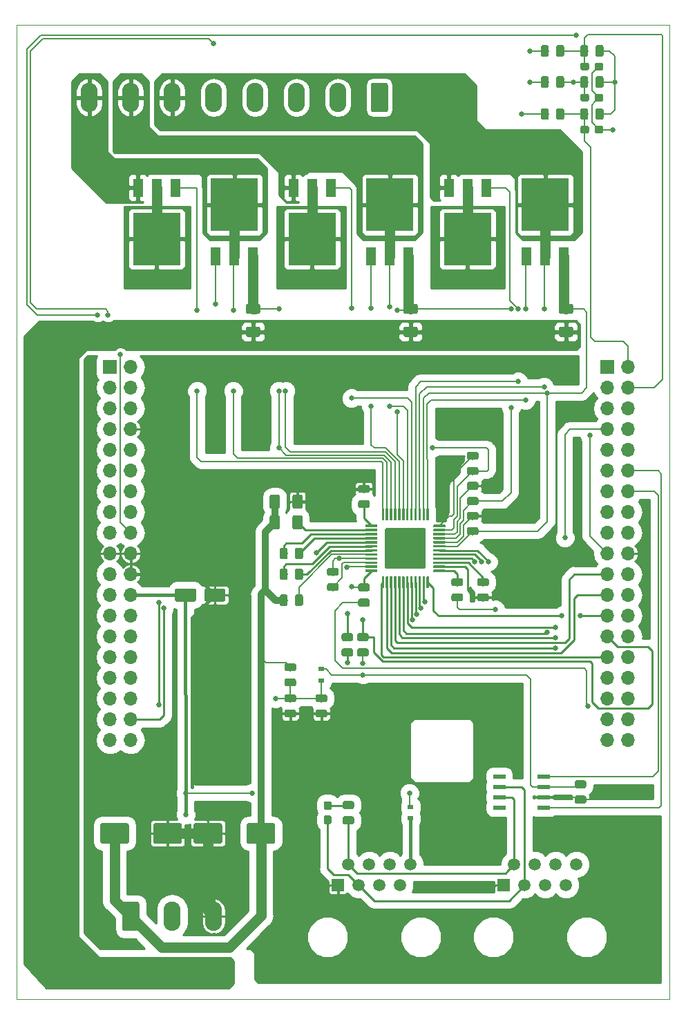
<source format=gbr>
%TF.GenerationSoftware,KiCad,Pcbnew,(5.0.2)-1*%
%TF.CreationDate,2019-02-28T08:25:03+01:00*%
%TF.ProjectId,bldc_driver_board,626c6463-5f64-4726-9976-65725f626f61,rev?*%
%TF.SameCoordinates,Original*%
%TF.FileFunction,Copper,L1,Top*%
%TF.FilePolarity,Positive*%
%FSLAX46Y46*%
G04 Gerber Fmt 4.6, Leading zero omitted, Abs format (unit mm)*
G04 Created by KiCad (PCBNEW (5.0.2)-1) date 28.02.2019 08:25:03*
%MOMM*%
%LPD*%
G01*
G04 APERTURE LIST*
%TA.AperFunction,NonConductor*%
%ADD10C,0.100000*%
%TD*%
%TA.AperFunction,Conductor*%
%ADD11C,0.150000*%
%TD*%
%TA.AperFunction,ComponentPad*%
%ADD12C,2.080000*%
%TD*%
%TA.AperFunction,ComponentPad*%
%ADD13O,2.080000X3.600000*%
%TD*%
%TA.AperFunction,SMDPad,CuDef*%
%ADD14C,0.950000*%
%TD*%
%TA.AperFunction,SMDPad,CuDef*%
%ADD15C,0.975000*%
%TD*%
%TA.AperFunction,SMDPad,CuDef*%
%ADD16C,2.500000*%
%TD*%
%TA.AperFunction,SMDPad,CuDef*%
%ADD17C,1.250000*%
%TD*%
%TA.AperFunction,SMDPad,CuDef*%
%ADD18C,1.600000*%
%TD*%
%TA.AperFunction,SMDPad,CuDef*%
%ADD19R,0.700000X0.600000*%
%TD*%
%TA.AperFunction,SMDPad,CuDef*%
%ADD20C,5.000000*%
%TD*%
%TA.AperFunction,ViaPad*%
%ADD21C,0.500000*%
%TD*%
%TA.AperFunction,SMDPad,CuDef*%
%ADD22C,0.300000*%
%TD*%
%TA.AperFunction,ComponentPad*%
%ADD23O,1.700000X1.700000*%
%TD*%
%TA.AperFunction,ComponentPad*%
%ADD24R,1.700000X1.700000*%
%TD*%
%TA.AperFunction,ComponentPad*%
%ADD25C,1.500000*%
%TD*%
%TA.AperFunction,ComponentPad*%
%ADD26R,1.500000X1.500000*%
%TD*%
%TA.AperFunction,SMDPad,CuDef*%
%ADD27R,1.200000X2.200000*%
%TD*%
%TA.AperFunction,SMDPad,CuDef*%
%ADD28R,5.800000X6.400000*%
%TD*%
%TA.AperFunction,SMDPad,CuDef*%
%ADD29R,1.550000X0.600000*%
%TD*%
%TA.AperFunction,ViaPad*%
%ADD30C,0.635000*%
%TD*%
%TA.AperFunction,Conductor*%
%ADD31C,0.254000*%
%TD*%
%TA.AperFunction,Conductor*%
%ADD32C,0.203200*%
%TD*%
%TA.AperFunction,Conductor*%
%ADD33C,0.406400*%
%TD*%
%TA.AperFunction,Conductor*%
%ADD34C,1.270000*%
%TD*%
%TA.AperFunction,Conductor*%
%ADD35C,0.812800*%
%TD*%
G04 APERTURE END LIST*
D10*
X31750000Y-166370000D02*
X31750000Y-46990000D01*
X111760000Y-166370000D02*
X31750000Y-166370000D01*
X111760000Y-46990000D02*
X111760000Y-166370000D01*
X31750000Y-46990000D02*
X111760000Y-46990000D01*
D11*
%TO.N,/HALL_IN_C*%
%TO.C,J5*%
G36*
X77014505Y-54081204D02*
X77038773Y-54084804D01*
X77062572Y-54090765D01*
X77085671Y-54099030D01*
X77107850Y-54109520D01*
X77128893Y-54122132D01*
X77148599Y-54136747D01*
X77166777Y-54153223D01*
X77183253Y-54171401D01*
X77197868Y-54191107D01*
X77210480Y-54212150D01*
X77220970Y-54234329D01*
X77229235Y-54257428D01*
X77235196Y-54281227D01*
X77238796Y-54305495D01*
X77240000Y-54329999D01*
X77240000Y-57430001D01*
X77238796Y-57454505D01*
X77235196Y-57478773D01*
X77229235Y-57502572D01*
X77220970Y-57525671D01*
X77210480Y-57547850D01*
X77197868Y-57568893D01*
X77183253Y-57588599D01*
X77166777Y-57606777D01*
X77148599Y-57623253D01*
X77128893Y-57637868D01*
X77107850Y-57650480D01*
X77085671Y-57660970D01*
X77062572Y-57669235D01*
X77038773Y-57675196D01*
X77014505Y-57678796D01*
X76990001Y-57680000D01*
X75409999Y-57680000D01*
X75385495Y-57678796D01*
X75361227Y-57675196D01*
X75337428Y-57669235D01*
X75314329Y-57660970D01*
X75292150Y-57650480D01*
X75271107Y-57637868D01*
X75251401Y-57623253D01*
X75233223Y-57606777D01*
X75216747Y-57588599D01*
X75202132Y-57568893D01*
X75189520Y-57547850D01*
X75179030Y-57525671D01*
X75170765Y-57502572D01*
X75164804Y-57478773D01*
X75161204Y-57454505D01*
X75160000Y-57430001D01*
X75160000Y-54329999D01*
X75161204Y-54305495D01*
X75164804Y-54281227D01*
X75170765Y-54257428D01*
X75179030Y-54234329D01*
X75189520Y-54212150D01*
X75202132Y-54191107D01*
X75216747Y-54171401D01*
X75233223Y-54153223D01*
X75251401Y-54136747D01*
X75271107Y-54122132D01*
X75292150Y-54109520D01*
X75314329Y-54099030D01*
X75337428Y-54090765D01*
X75361227Y-54084804D01*
X75385495Y-54081204D01*
X75409999Y-54080000D01*
X76990001Y-54080000D01*
X77014505Y-54081204D01*
X77014505Y-54081204D01*
G37*
D12*
%TD*%
%TO.P,J5,1*%
%TO.N,/HALL_IN_C*%
X76200000Y-55880000D03*
D13*
%TO.P,J5,2*%
%TO.N,/HALL_IN_B*%
X71120000Y-55880000D03*
%TO.P,J5,3*%
%TO.N,/HALL_IN_A*%
X66040000Y-55880000D03*
%TO.P,J5,4*%
%TO.N,GND*%
X60960000Y-55880000D03*
%TO.P,J5,5*%
%TO.N,+5V*%
X55880000Y-55880000D03*
%TO.P,J5,6*%
%TO.N,/SHC*%
X50800000Y-55880000D03*
%TO.P,J5,7*%
%TO.N,/SHB*%
X45720000Y-55880000D03*
%TO.P,J5,8*%
%TO.N,/SHA*%
X40640000Y-55880000D03*
%TD*%
D11*
%TO.N,GND*%
%TO.C,C16*%
G36*
X103420779Y-55406144D02*
X103443834Y-55409563D01*
X103466443Y-55415227D01*
X103488387Y-55423079D01*
X103509457Y-55433044D01*
X103529448Y-55445026D01*
X103548168Y-55458910D01*
X103565438Y-55474562D01*
X103581090Y-55491832D01*
X103594974Y-55510552D01*
X103606956Y-55530543D01*
X103616921Y-55551613D01*
X103624773Y-55573557D01*
X103630437Y-55596166D01*
X103633856Y-55619221D01*
X103635000Y-55642500D01*
X103635000Y-56117500D01*
X103633856Y-56140779D01*
X103630437Y-56163834D01*
X103624773Y-56186443D01*
X103616921Y-56208387D01*
X103606956Y-56229457D01*
X103594974Y-56249448D01*
X103581090Y-56268168D01*
X103565438Y-56285438D01*
X103548168Y-56301090D01*
X103529448Y-56314974D01*
X103509457Y-56326956D01*
X103488387Y-56336921D01*
X103466443Y-56344773D01*
X103443834Y-56350437D01*
X103420779Y-56353856D01*
X103397500Y-56355000D01*
X102822500Y-56355000D01*
X102799221Y-56353856D01*
X102776166Y-56350437D01*
X102753557Y-56344773D01*
X102731613Y-56336921D01*
X102710543Y-56326956D01*
X102690552Y-56314974D01*
X102671832Y-56301090D01*
X102654562Y-56285438D01*
X102638910Y-56268168D01*
X102625026Y-56249448D01*
X102613044Y-56229457D01*
X102603079Y-56208387D01*
X102595227Y-56186443D01*
X102589563Y-56163834D01*
X102586144Y-56140779D01*
X102585000Y-56117500D01*
X102585000Y-55642500D01*
X102586144Y-55619221D01*
X102589563Y-55596166D01*
X102595227Y-55573557D01*
X102603079Y-55551613D01*
X102613044Y-55530543D01*
X102625026Y-55510552D01*
X102638910Y-55491832D01*
X102654562Y-55474562D01*
X102671832Y-55458910D01*
X102690552Y-55445026D01*
X102710543Y-55433044D01*
X102731613Y-55423079D01*
X102753557Y-55415227D01*
X102776166Y-55409563D01*
X102799221Y-55406144D01*
X102822500Y-55405000D01*
X103397500Y-55405000D01*
X103420779Y-55406144D01*
X103420779Y-55406144D01*
G37*
D14*
%TD*%
%TO.P,C16,2*%
%TO.N,GND*%
X103110000Y-55880000D03*
D11*
%TO.N,/HALL_B*%
%TO.C,C16*%
G36*
X101670779Y-55406144D02*
X101693834Y-55409563D01*
X101716443Y-55415227D01*
X101738387Y-55423079D01*
X101759457Y-55433044D01*
X101779448Y-55445026D01*
X101798168Y-55458910D01*
X101815438Y-55474562D01*
X101831090Y-55491832D01*
X101844974Y-55510552D01*
X101856956Y-55530543D01*
X101866921Y-55551613D01*
X101874773Y-55573557D01*
X101880437Y-55596166D01*
X101883856Y-55619221D01*
X101885000Y-55642500D01*
X101885000Y-56117500D01*
X101883856Y-56140779D01*
X101880437Y-56163834D01*
X101874773Y-56186443D01*
X101866921Y-56208387D01*
X101856956Y-56229457D01*
X101844974Y-56249448D01*
X101831090Y-56268168D01*
X101815438Y-56285438D01*
X101798168Y-56301090D01*
X101779448Y-56314974D01*
X101759457Y-56326956D01*
X101738387Y-56336921D01*
X101716443Y-56344773D01*
X101693834Y-56350437D01*
X101670779Y-56353856D01*
X101647500Y-56355000D01*
X101072500Y-56355000D01*
X101049221Y-56353856D01*
X101026166Y-56350437D01*
X101003557Y-56344773D01*
X100981613Y-56336921D01*
X100960543Y-56326956D01*
X100940552Y-56314974D01*
X100921832Y-56301090D01*
X100904562Y-56285438D01*
X100888910Y-56268168D01*
X100875026Y-56249448D01*
X100863044Y-56229457D01*
X100853079Y-56208387D01*
X100845227Y-56186443D01*
X100839563Y-56163834D01*
X100836144Y-56140779D01*
X100835000Y-56117500D01*
X100835000Y-55642500D01*
X100836144Y-55619221D01*
X100839563Y-55596166D01*
X100845227Y-55573557D01*
X100853079Y-55551613D01*
X100863044Y-55530543D01*
X100875026Y-55510552D01*
X100888910Y-55491832D01*
X100904562Y-55474562D01*
X100921832Y-55458910D01*
X100940552Y-55445026D01*
X100960543Y-55433044D01*
X100981613Y-55423079D01*
X101003557Y-55415227D01*
X101026166Y-55409563D01*
X101049221Y-55406144D01*
X101072500Y-55405000D01*
X101647500Y-55405000D01*
X101670779Y-55406144D01*
X101670779Y-55406144D01*
G37*
D14*
%TD*%
%TO.P,C16,1*%
%TO.N,/HALL_B*%
X101360000Y-55880000D03*
D11*
%TO.N,VDDA*%
%TO.C,C1*%
G36*
X74775142Y-115416174D02*
X74798803Y-115419684D01*
X74822007Y-115425496D01*
X74844529Y-115433554D01*
X74866153Y-115443782D01*
X74886670Y-115456079D01*
X74905883Y-115470329D01*
X74923607Y-115486393D01*
X74939671Y-115504117D01*
X74953921Y-115523330D01*
X74966218Y-115543847D01*
X74976446Y-115565471D01*
X74984504Y-115587993D01*
X74990316Y-115611197D01*
X74993826Y-115634858D01*
X74995000Y-115658750D01*
X74995000Y-116146250D01*
X74993826Y-116170142D01*
X74990316Y-116193803D01*
X74984504Y-116217007D01*
X74976446Y-116239529D01*
X74966218Y-116261153D01*
X74953921Y-116281670D01*
X74939671Y-116300883D01*
X74923607Y-116318607D01*
X74905883Y-116334671D01*
X74886670Y-116348921D01*
X74866153Y-116361218D01*
X74844529Y-116371446D01*
X74822007Y-116379504D01*
X74798803Y-116385316D01*
X74775142Y-116388826D01*
X74751250Y-116390000D01*
X73838750Y-116390000D01*
X73814858Y-116388826D01*
X73791197Y-116385316D01*
X73767993Y-116379504D01*
X73745471Y-116371446D01*
X73723847Y-116361218D01*
X73703330Y-116348921D01*
X73684117Y-116334671D01*
X73666393Y-116318607D01*
X73650329Y-116300883D01*
X73636079Y-116281670D01*
X73623782Y-116261153D01*
X73613554Y-116239529D01*
X73605496Y-116217007D01*
X73599684Y-116193803D01*
X73596174Y-116170142D01*
X73595000Y-116146250D01*
X73595000Y-115658750D01*
X73596174Y-115634858D01*
X73599684Y-115611197D01*
X73605496Y-115587993D01*
X73613554Y-115565471D01*
X73623782Y-115543847D01*
X73636079Y-115523330D01*
X73650329Y-115504117D01*
X73666393Y-115486393D01*
X73684117Y-115470329D01*
X73703330Y-115456079D01*
X73723847Y-115443782D01*
X73745471Y-115433554D01*
X73767993Y-115425496D01*
X73791197Y-115419684D01*
X73814858Y-115416174D01*
X73838750Y-115415000D01*
X74751250Y-115415000D01*
X74775142Y-115416174D01*
X74775142Y-115416174D01*
G37*
D15*
%TD*%
%TO.P,C1,1*%
%TO.N,VDDA*%
X74295000Y-115902500D03*
D11*
%TO.N,GNDA*%
%TO.C,C1*%
G36*
X74775142Y-117291174D02*
X74798803Y-117294684D01*
X74822007Y-117300496D01*
X74844529Y-117308554D01*
X74866153Y-117318782D01*
X74886670Y-117331079D01*
X74905883Y-117345329D01*
X74923607Y-117361393D01*
X74939671Y-117379117D01*
X74953921Y-117398330D01*
X74966218Y-117418847D01*
X74976446Y-117440471D01*
X74984504Y-117462993D01*
X74990316Y-117486197D01*
X74993826Y-117509858D01*
X74995000Y-117533750D01*
X74995000Y-118021250D01*
X74993826Y-118045142D01*
X74990316Y-118068803D01*
X74984504Y-118092007D01*
X74976446Y-118114529D01*
X74966218Y-118136153D01*
X74953921Y-118156670D01*
X74939671Y-118175883D01*
X74923607Y-118193607D01*
X74905883Y-118209671D01*
X74886670Y-118223921D01*
X74866153Y-118236218D01*
X74844529Y-118246446D01*
X74822007Y-118254504D01*
X74798803Y-118260316D01*
X74775142Y-118263826D01*
X74751250Y-118265000D01*
X73838750Y-118265000D01*
X73814858Y-118263826D01*
X73791197Y-118260316D01*
X73767993Y-118254504D01*
X73745471Y-118246446D01*
X73723847Y-118236218D01*
X73703330Y-118223921D01*
X73684117Y-118209671D01*
X73666393Y-118193607D01*
X73650329Y-118175883D01*
X73636079Y-118156670D01*
X73623782Y-118136153D01*
X73613554Y-118114529D01*
X73605496Y-118092007D01*
X73599684Y-118068803D01*
X73596174Y-118045142D01*
X73595000Y-118021250D01*
X73595000Y-117533750D01*
X73596174Y-117509858D01*
X73599684Y-117486197D01*
X73605496Y-117462993D01*
X73613554Y-117440471D01*
X73623782Y-117418847D01*
X73636079Y-117398330D01*
X73650329Y-117379117D01*
X73666393Y-117361393D01*
X73684117Y-117345329D01*
X73703330Y-117331079D01*
X73723847Y-117318782D01*
X73745471Y-117308554D01*
X73767993Y-117300496D01*
X73791197Y-117294684D01*
X73814858Y-117291174D01*
X73838750Y-117290000D01*
X74751250Y-117290000D01*
X74775142Y-117291174D01*
X74775142Y-117291174D01*
G37*
D15*
%TD*%
%TO.P,C1,2*%
%TO.N,GNDA*%
X74295000Y-117777500D03*
D11*
%TO.N,/AVDD*%
%TO.C,C2*%
G36*
X89380142Y-114781174D02*
X89403803Y-114784684D01*
X89427007Y-114790496D01*
X89449529Y-114798554D01*
X89471153Y-114808782D01*
X89491670Y-114821079D01*
X89510883Y-114835329D01*
X89528607Y-114851393D01*
X89544671Y-114869117D01*
X89558921Y-114888330D01*
X89571218Y-114908847D01*
X89581446Y-114930471D01*
X89589504Y-114952993D01*
X89595316Y-114976197D01*
X89598826Y-114999858D01*
X89600000Y-115023750D01*
X89600000Y-115511250D01*
X89598826Y-115535142D01*
X89595316Y-115558803D01*
X89589504Y-115582007D01*
X89581446Y-115604529D01*
X89571218Y-115626153D01*
X89558921Y-115646670D01*
X89544671Y-115665883D01*
X89528607Y-115683607D01*
X89510883Y-115699671D01*
X89491670Y-115713921D01*
X89471153Y-115726218D01*
X89449529Y-115736446D01*
X89427007Y-115744504D01*
X89403803Y-115750316D01*
X89380142Y-115753826D01*
X89356250Y-115755000D01*
X88443750Y-115755000D01*
X88419858Y-115753826D01*
X88396197Y-115750316D01*
X88372993Y-115744504D01*
X88350471Y-115736446D01*
X88328847Y-115726218D01*
X88308330Y-115713921D01*
X88289117Y-115699671D01*
X88271393Y-115683607D01*
X88255329Y-115665883D01*
X88241079Y-115646670D01*
X88228782Y-115626153D01*
X88218554Y-115604529D01*
X88210496Y-115582007D01*
X88204684Y-115558803D01*
X88201174Y-115535142D01*
X88200000Y-115511250D01*
X88200000Y-115023750D01*
X88201174Y-114999858D01*
X88204684Y-114976197D01*
X88210496Y-114952993D01*
X88218554Y-114930471D01*
X88228782Y-114908847D01*
X88241079Y-114888330D01*
X88255329Y-114869117D01*
X88271393Y-114851393D01*
X88289117Y-114835329D01*
X88308330Y-114821079D01*
X88328847Y-114808782D01*
X88350471Y-114798554D01*
X88372993Y-114790496D01*
X88396197Y-114784684D01*
X88419858Y-114781174D01*
X88443750Y-114780000D01*
X89356250Y-114780000D01*
X89380142Y-114781174D01*
X89380142Y-114781174D01*
G37*
D15*
%TD*%
%TO.P,C2,1*%
%TO.N,/AVDD*%
X88900000Y-115267500D03*
D11*
%TO.N,GND*%
%TO.C,C2*%
G36*
X89380142Y-116656174D02*
X89403803Y-116659684D01*
X89427007Y-116665496D01*
X89449529Y-116673554D01*
X89471153Y-116683782D01*
X89491670Y-116696079D01*
X89510883Y-116710329D01*
X89528607Y-116726393D01*
X89544671Y-116744117D01*
X89558921Y-116763330D01*
X89571218Y-116783847D01*
X89581446Y-116805471D01*
X89589504Y-116827993D01*
X89595316Y-116851197D01*
X89598826Y-116874858D01*
X89600000Y-116898750D01*
X89600000Y-117386250D01*
X89598826Y-117410142D01*
X89595316Y-117433803D01*
X89589504Y-117457007D01*
X89581446Y-117479529D01*
X89571218Y-117501153D01*
X89558921Y-117521670D01*
X89544671Y-117540883D01*
X89528607Y-117558607D01*
X89510883Y-117574671D01*
X89491670Y-117588921D01*
X89471153Y-117601218D01*
X89449529Y-117611446D01*
X89427007Y-117619504D01*
X89403803Y-117625316D01*
X89380142Y-117628826D01*
X89356250Y-117630000D01*
X88443750Y-117630000D01*
X88419858Y-117628826D01*
X88396197Y-117625316D01*
X88372993Y-117619504D01*
X88350471Y-117611446D01*
X88328847Y-117601218D01*
X88308330Y-117588921D01*
X88289117Y-117574671D01*
X88271393Y-117558607D01*
X88255329Y-117540883D01*
X88241079Y-117521670D01*
X88228782Y-117501153D01*
X88218554Y-117479529D01*
X88210496Y-117457007D01*
X88204684Y-117433803D01*
X88201174Y-117410142D01*
X88200000Y-117386250D01*
X88200000Y-116898750D01*
X88201174Y-116874858D01*
X88204684Y-116851197D01*
X88210496Y-116827993D01*
X88218554Y-116805471D01*
X88228782Y-116783847D01*
X88241079Y-116763330D01*
X88255329Y-116744117D01*
X88271393Y-116726393D01*
X88289117Y-116710329D01*
X88308330Y-116696079D01*
X88328847Y-116683782D01*
X88350471Y-116673554D01*
X88372993Y-116665496D01*
X88396197Y-116659684D01*
X88419858Y-116656174D01*
X88443750Y-116655000D01*
X89356250Y-116655000D01*
X89380142Y-116656174D01*
X89380142Y-116656174D01*
G37*
D15*
%TD*%
%TO.P,C2,2*%
%TO.N,GND*%
X88900000Y-117142500D03*
D11*
%TO.N,/DVDD*%
%TO.C,C3*%
G36*
X70965142Y-115386174D02*
X70988803Y-115389684D01*
X71012007Y-115395496D01*
X71034529Y-115403554D01*
X71056153Y-115413782D01*
X71076670Y-115426079D01*
X71095883Y-115440329D01*
X71113607Y-115456393D01*
X71129671Y-115474117D01*
X71143921Y-115493330D01*
X71156218Y-115513847D01*
X71166446Y-115535471D01*
X71174504Y-115557993D01*
X71180316Y-115581197D01*
X71183826Y-115604858D01*
X71185000Y-115628750D01*
X71185000Y-116116250D01*
X71183826Y-116140142D01*
X71180316Y-116163803D01*
X71174504Y-116187007D01*
X71166446Y-116209529D01*
X71156218Y-116231153D01*
X71143921Y-116251670D01*
X71129671Y-116270883D01*
X71113607Y-116288607D01*
X71095883Y-116304671D01*
X71076670Y-116318921D01*
X71056153Y-116331218D01*
X71034529Y-116341446D01*
X71012007Y-116349504D01*
X70988803Y-116355316D01*
X70965142Y-116358826D01*
X70941250Y-116360000D01*
X70028750Y-116360000D01*
X70004858Y-116358826D01*
X69981197Y-116355316D01*
X69957993Y-116349504D01*
X69935471Y-116341446D01*
X69913847Y-116331218D01*
X69893330Y-116318921D01*
X69874117Y-116304671D01*
X69856393Y-116288607D01*
X69840329Y-116270883D01*
X69826079Y-116251670D01*
X69813782Y-116231153D01*
X69803554Y-116209529D01*
X69795496Y-116187007D01*
X69789684Y-116163803D01*
X69786174Y-116140142D01*
X69785000Y-116116250D01*
X69785000Y-115628750D01*
X69786174Y-115604858D01*
X69789684Y-115581197D01*
X69795496Y-115557993D01*
X69803554Y-115535471D01*
X69813782Y-115513847D01*
X69826079Y-115493330D01*
X69840329Y-115474117D01*
X69856393Y-115456393D01*
X69874117Y-115440329D01*
X69893330Y-115426079D01*
X69913847Y-115413782D01*
X69935471Y-115403554D01*
X69957993Y-115395496D01*
X69981197Y-115389684D01*
X70004858Y-115386174D01*
X70028750Y-115385000D01*
X70941250Y-115385000D01*
X70965142Y-115386174D01*
X70965142Y-115386174D01*
G37*
D15*
%TD*%
%TO.P,C3,1*%
%TO.N,/DVDD*%
X70485000Y-115872500D03*
D11*
%TO.N,GND*%
%TO.C,C3*%
G36*
X70965142Y-113511174D02*
X70988803Y-113514684D01*
X71012007Y-113520496D01*
X71034529Y-113528554D01*
X71056153Y-113538782D01*
X71076670Y-113551079D01*
X71095883Y-113565329D01*
X71113607Y-113581393D01*
X71129671Y-113599117D01*
X71143921Y-113618330D01*
X71156218Y-113638847D01*
X71166446Y-113660471D01*
X71174504Y-113682993D01*
X71180316Y-113706197D01*
X71183826Y-113729858D01*
X71185000Y-113753750D01*
X71185000Y-114241250D01*
X71183826Y-114265142D01*
X71180316Y-114288803D01*
X71174504Y-114312007D01*
X71166446Y-114334529D01*
X71156218Y-114356153D01*
X71143921Y-114376670D01*
X71129671Y-114395883D01*
X71113607Y-114413607D01*
X71095883Y-114429671D01*
X71076670Y-114443921D01*
X71056153Y-114456218D01*
X71034529Y-114466446D01*
X71012007Y-114474504D01*
X70988803Y-114480316D01*
X70965142Y-114483826D01*
X70941250Y-114485000D01*
X70028750Y-114485000D01*
X70004858Y-114483826D01*
X69981197Y-114480316D01*
X69957993Y-114474504D01*
X69935471Y-114466446D01*
X69913847Y-114456218D01*
X69893330Y-114443921D01*
X69874117Y-114429671D01*
X69856393Y-114413607D01*
X69840329Y-114395883D01*
X69826079Y-114376670D01*
X69813782Y-114356153D01*
X69803554Y-114334529D01*
X69795496Y-114312007D01*
X69789684Y-114288803D01*
X69786174Y-114265142D01*
X69785000Y-114241250D01*
X69785000Y-113753750D01*
X69786174Y-113729858D01*
X69789684Y-113706197D01*
X69795496Y-113682993D01*
X69803554Y-113660471D01*
X69813782Y-113638847D01*
X69826079Y-113618330D01*
X69840329Y-113599117D01*
X69856393Y-113581393D01*
X69874117Y-113565329D01*
X69893330Y-113551079D01*
X69913847Y-113538782D01*
X69935471Y-113528554D01*
X69957993Y-113520496D01*
X69981197Y-113514684D01*
X70004858Y-113511174D01*
X70028750Y-113510000D01*
X70941250Y-113510000D01*
X70965142Y-113511174D01*
X70965142Y-113511174D01*
G37*
D15*
%TD*%
%TO.P,C3,2*%
%TO.N,GND*%
X70485000Y-113997500D03*
D11*
%TO.N,/CP1H*%
%TO.C,C4*%
G36*
X66610142Y-113601174D02*
X66633803Y-113604684D01*
X66657007Y-113610496D01*
X66679529Y-113618554D01*
X66701153Y-113628782D01*
X66721670Y-113641079D01*
X66740883Y-113655329D01*
X66758607Y-113671393D01*
X66774671Y-113689117D01*
X66788921Y-113708330D01*
X66801218Y-113728847D01*
X66811446Y-113750471D01*
X66819504Y-113772993D01*
X66825316Y-113796197D01*
X66828826Y-113819858D01*
X66830000Y-113843750D01*
X66830000Y-114756250D01*
X66828826Y-114780142D01*
X66825316Y-114803803D01*
X66819504Y-114827007D01*
X66811446Y-114849529D01*
X66801218Y-114871153D01*
X66788921Y-114891670D01*
X66774671Y-114910883D01*
X66758607Y-114928607D01*
X66740883Y-114944671D01*
X66721670Y-114958921D01*
X66701153Y-114971218D01*
X66679529Y-114981446D01*
X66657007Y-114989504D01*
X66633803Y-114995316D01*
X66610142Y-114998826D01*
X66586250Y-115000000D01*
X66098750Y-115000000D01*
X66074858Y-114998826D01*
X66051197Y-114995316D01*
X66027993Y-114989504D01*
X66005471Y-114981446D01*
X65983847Y-114971218D01*
X65963330Y-114958921D01*
X65944117Y-114944671D01*
X65926393Y-114928607D01*
X65910329Y-114910883D01*
X65896079Y-114891670D01*
X65883782Y-114871153D01*
X65873554Y-114849529D01*
X65865496Y-114827007D01*
X65859684Y-114803803D01*
X65856174Y-114780142D01*
X65855000Y-114756250D01*
X65855000Y-113843750D01*
X65856174Y-113819858D01*
X65859684Y-113796197D01*
X65865496Y-113772993D01*
X65873554Y-113750471D01*
X65883782Y-113728847D01*
X65896079Y-113708330D01*
X65910329Y-113689117D01*
X65926393Y-113671393D01*
X65944117Y-113655329D01*
X65963330Y-113641079D01*
X65983847Y-113628782D01*
X66005471Y-113618554D01*
X66027993Y-113610496D01*
X66051197Y-113604684D01*
X66074858Y-113601174D01*
X66098750Y-113600000D01*
X66586250Y-113600000D01*
X66610142Y-113601174D01*
X66610142Y-113601174D01*
G37*
D15*
%TD*%
%TO.P,C4,1*%
%TO.N,/CP1H*%
X66342500Y-114300000D03*
D11*
%TO.N,/CP1L*%
%TO.C,C4*%
G36*
X64735142Y-113601174D02*
X64758803Y-113604684D01*
X64782007Y-113610496D01*
X64804529Y-113618554D01*
X64826153Y-113628782D01*
X64846670Y-113641079D01*
X64865883Y-113655329D01*
X64883607Y-113671393D01*
X64899671Y-113689117D01*
X64913921Y-113708330D01*
X64926218Y-113728847D01*
X64936446Y-113750471D01*
X64944504Y-113772993D01*
X64950316Y-113796197D01*
X64953826Y-113819858D01*
X64955000Y-113843750D01*
X64955000Y-114756250D01*
X64953826Y-114780142D01*
X64950316Y-114803803D01*
X64944504Y-114827007D01*
X64936446Y-114849529D01*
X64926218Y-114871153D01*
X64913921Y-114891670D01*
X64899671Y-114910883D01*
X64883607Y-114928607D01*
X64865883Y-114944671D01*
X64846670Y-114958921D01*
X64826153Y-114971218D01*
X64804529Y-114981446D01*
X64782007Y-114989504D01*
X64758803Y-114995316D01*
X64735142Y-114998826D01*
X64711250Y-115000000D01*
X64223750Y-115000000D01*
X64199858Y-114998826D01*
X64176197Y-114995316D01*
X64152993Y-114989504D01*
X64130471Y-114981446D01*
X64108847Y-114971218D01*
X64088330Y-114958921D01*
X64069117Y-114944671D01*
X64051393Y-114928607D01*
X64035329Y-114910883D01*
X64021079Y-114891670D01*
X64008782Y-114871153D01*
X63998554Y-114849529D01*
X63990496Y-114827007D01*
X63984684Y-114803803D01*
X63981174Y-114780142D01*
X63980000Y-114756250D01*
X63980000Y-113843750D01*
X63981174Y-113819858D01*
X63984684Y-113796197D01*
X63990496Y-113772993D01*
X63998554Y-113750471D01*
X64008782Y-113728847D01*
X64021079Y-113708330D01*
X64035329Y-113689117D01*
X64051393Y-113671393D01*
X64069117Y-113655329D01*
X64088330Y-113641079D01*
X64108847Y-113628782D01*
X64130471Y-113618554D01*
X64152993Y-113610496D01*
X64176197Y-113604684D01*
X64199858Y-113601174D01*
X64223750Y-113600000D01*
X64711250Y-113600000D01*
X64735142Y-113601174D01*
X64735142Y-113601174D01*
G37*
D15*
%TD*%
%TO.P,C4,2*%
%TO.N,/CP1L*%
X64467500Y-114300000D03*
D11*
%TO.N,/CP2L*%
%TO.C,C5*%
G36*
X66610142Y-111061174D02*
X66633803Y-111064684D01*
X66657007Y-111070496D01*
X66679529Y-111078554D01*
X66701153Y-111088782D01*
X66721670Y-111101079D01*
X66740883Y-111115329D01*
X66758607Y-111131393D01*
X66774671Y-111149117D01*
X66788921Y-111168330D01*
X66801218Y-111188847D01*
X66811446Y-111210471D01*
X66819504Y-111232993D01*
X66825316Y-111256197D01*
X66828826Y-111279858D01*
X66830000Y-111303750D01*
X66830000Y-112216250D01*
X66828826Y-112240142D01*
X66825316Y-112263803D01*
X66819504Y-112287007D01*
X66811446Y-112309529D01*
X66801218Y-112331153D01*
X66788921Y-112351670D01*
X66774671Y-112370883D01*
X66758607Y-112388607D01*
X66740883Y-112404671D01*
X66721670Y-112418921D01*
X66701153Y-112431218D01*
X66679529Y-112441446D01*
X66657007Y-112449504D01*
X66633803Y-112455316D01*
X66610142Y-112458826D01*
X66586250Y-112460000D01*
X66098750Y-112460000D01*
X66074858Y-112458826D01*
X66051197Y-112455316D01*
X66027993Y-112449504D01*
X66005471Y-112441446D01*
X65983847Y-112431218D01*
X65963330Y-112418921D01*
X65944117Y-112404671D01*
X65926393Y-112388607D01*
X65910329Y-112370883D01*
X65896079Y-112351670D01*
X65883782Y-112331153D01*
X65873554Y-112309529D01*
X65865496Y-112287007D01*
X65859684Y-112263803D01*
X65856174Y-112240142D01*
X65855000Y-112216250D01*
X65855000Y-111303750D01*
X65856174Y-111279858D01*
X65859684Y-111256197D01*
X65865496Y-111232993D01*
X65873554Y-111210471D01*
X65883782Y-111188847D01*
X65896079Y-111168330D01*
X65910329Y-111149117D01*
X65926393Y-111131393D01*
X65944117Y-111115329D01*
X65963330Y-111101079D01*
X65983847Y-111088782D01*
X66005471Y-111078554D01*
X66027993Y-111070496D01*
X66051197Y-111064684D01*
X66074858Y-111061174D01*
X66098750Y-111060000D01*
X66586250Y-111060000D01*
X66610142Y-111061174D01*
X66610142Y-111061174D01*
G37*
D15*
%TD*%
%TO.P,C5,2*%
%TO.N,/CP2L*%
X66342500Y-111760000D03*
D11*
%TO.N,/CP2H*%
%TO.C,C5*%
G36*
X64735142Y-111061174D02*
X64758803Y-111064684D01*
X64782007Y-111070496D01*
X64804529Y-111078554D01*
X64826153Y-111088782D01*
X64846670Y-111101079D01*
X64865883Y-111115329D01*
X64883607Y-111131393D01*
X64899671Y-111149117D01*
X64913921Y-111168330D01*
X64926218Y-111188847D01*
X64936446Y-111210471D01*
X64944504Y-111232993D01*
X64950316Y-111256197D01*
X64953826Y-111279858D01*
X64955000Y-111303750D01*
X64955000Y-112216250D01*
X64953826Y-112240142D01*
X64950316Y-112263803D01*
X64944504Y-112287007D01*
X64936446Y-112309529D01*
X64926218Y-112331153D01*
X64913921Y-112351670D01*
X64899671Y-112370883D01*
X64883607Y-112388607D01*
X64865883Y-112404671D01*
X64846670Y-112418921D01*
X64826153Y-112431218D01*
X64804529Y-112441446D01*
X64782007Y-112449504D01*
X64758803Y-112455316D01*
X64735142Y-112458826D01*
X64711250Y-112460000D01*
X64223750Y-112460000D01*
X64199858Y-112458826D01*
X64176197Y-112455316D01*
X64152993Y-112449504D01*
X64130471Y-112441446D01*
X64108847Y-112431218D01*
X64088330Y-112418921D01*
X64069117Y-112404671D01*
X64051393Y-112388607D01*
X64035329Y-112370883D01*
X64021079Y-112351670D01*
X64008782Y-112331153D01*
X63998554Y-112309529D01*
X63990496Y-112287007D01*
X63984684Y-112263803D01*
X63981174Y-112240142D01*
X63980000Y-112216250D01*
X63980000Y-111303750D01*
X63981174Y-111279858D01*
X63984684Y-111256197D01*
X63990496Y-111232993D01*
X63998554Y-111210471D01*
X64008782Y-111188847D01*
X64021079Y-111168330D01*
X64035329Y-111149117D01*
X64051393Y-111131393D01*
X64069117Y-111115329D01*
X64088330Y-111101079D01*
X64108847Y-111088782D01*
X64130471Y-111078554D01*
X64152993Y-111070496D01*
X64176197Y-111064684D01*
X64199858Y-111061174D01*
X64223750Y-111060000D01*
X64711250Y-111060000D01*
X64735142Y-111061174D01*
X64735142Y-111061174D01*
G37*
D15*
%TD*%
%TO.P,C5,1*%
%TO.N,/CP2H*%
X64467500Y-111760000D03*
D11*
%TO.N,+BATT*%
%TO.C,C6*%
G36*
X63194504Y-144801204D02*
X63218773Y-144804804D01*
X63242571Y-144810765D01*
X63265671Y-144819030D01*
X63287849Y-144829520D01*
X63308893Y-144842133D01*
X63328598Y-144856747D01*
X63346777Y-144873223D01*
X63363253Y-144891402D01*
X63377867Y-144911107D01*
X63390480Y-144932151D01*
X63400970Y-144954329D01*
X63409235Y-144977429D01*
X63415196Y-145001227D01*
X63418796Y-145025496D01*
X63420000Y-145050000D01*
X63420000Y-147050000D01*
X63418796Y-147074504D01*
X63415196Y-147098773D01*
X63409235Y-147122571D01*
X63400970Y-147145671D01*
X63390480Y-147167849D01*
X63377867Y-147188893D01*
X63363253Y-147208598D01*
X63346777Y-147226777D01*
X63328598Y-147243253D01*
X63308893Y-147257867D01*
X63287849Y-147270480D01*
X63265671Y-147280970D01*
X63242571Y-147289235D01*
X63218773Y-147295196D01*
X63194504Y-147298796D01*
X63170000Y-147300000D01*
X60170000Y-147300000D01*
X60145496Y-147298796D01*
X60121227Y-147295196D01*
X60097429Y-147289235D01*
X60074329Y-147280970D01*
X60052151Y-147270480D01*
X60031107Y-147257867D01*
X60011402Y-147243253D01*
X59993223Y-147226777D01*
X59976747Y-147208598D01*
X59962133Y-147188893D01*
X59949520Y-147167849D01*
X59939030Y-147145671D01*
X59930765Y-147122571D01*
X59924804Y-147098773D01*
X59921204Y-147074504D01*
X59920000Y-147050000D01*
X59920000Y-145050000D01*
X59921204Y-145025496D01*
X59924804Y-145001227D01*
X59930765Y-144977429D01*
X59939030Y-144954329D01*
X59949520Y-144932151D01*
X59962133Y-144911107D01*
X59976747Y-144891402D01*
X59993223Y-144873223D01*
X60011402Y-144856747D01*
X60031107Y-144842133D01*
X60052151Y-144829520D01*
X60074329Y-144819030D01*
X60097429Y-144810765D01*
X60121227Y-144804804D01*
X60145496Y-144801204D01*
X60170000Y-144800000D01*
X63170000Y-144800000D01*
X63194504Y-144801204D01*
X63194504Y-144801204D01*
G37*
D16*
%TD*%
%TO.P,C6,1*%
%TO.N,+BATT*%
X61670000Y-146050000D03*
D11*
%TO.N,GND*%
%TO.C,C6*%
G36*
X56694504Y-144801204D02*
X56718773Y-144804804D01*
X56742571Y-144810765D01*
X56765671Y-144819030D01*
X56787849Y-144829520D01*
X56808893Y-144842133D01*
X56828598Y-144856747D01*
X56846777Y-144873223D01*
X56863253Y-144891402D01*
X56877867Y-144911107D01*
X56890480Y-144932151D01*
X56900970Y-144954329D01*
X56909235Y-144977429D01*
X56915196Y-145001227D01*
X56918796Y-145025496D01*
X56920000Y-145050000D01*
X56920000Y-147050000D01*
X56918796Y-147074504D01*
X56915196Y-147098773D01*
X56909235Y-147122571D01*
X56900970Y-147145671D01*
X56890480Y-147167849D01*
X56877867Y-147188893D01*
X56863253Y-147208598D01*
X56846777Y-147226777D01*
X56828598Y-147243253D01*
X56808893Y-147257867D01*
X56787849Y-147270480D01*
X56765671Y-147280970D01*
X56742571Y-147289235D01*
X56718773Y-147295196D01*
X56694504Y-147298796D01*
X56670000Y-147300000D01*
X53670000Y-147300000D01*
X53645496Y-147298796D01*
X53621227Y-147295196D01*
X53597429Y-147289235D01*
X53574329Y-147280970D01*
X53552151Y-147270480D01*
X53531107Y-147257867D01*
X53511402Y-147243253D01*
X53493223Y-147226777D01*
X53476747Y-147208598D01*
X53462133Y-147188893D01*
X53449520Y-147167849D01*
X53439030Y-147145671D01*
X53430765Y-147122571D01*
X53424804Y-147098773D01*
X53421204Y-147074504D01*
X53420000Y-147050000D01*
X53420000Y-145050000D01*
X53421204Y-145025496D01*
X53424804Y-145001227D01*
X53430765Y-144977429D01*
X53439030Y-144954329D01*
X53449520Y-144932151D01*
X53462133Y-144911107D01*
X53476747Y-144891402D01*
X53493223Y-144873223D01*
X53511402Y-144856747D01*
X53531107Y-144842133D01*
X53552151Y-144829520D01*
X53574329Y-144819030D01*
X53597429Y-144810765D01*
X53621227Y-144804804D01*
X53645496Y-144801204D01*
X53670000Y-144800000D01*
X56670000Y-144800000D01*
X56694504Y-144801204D01*
X56694504Y-144801204D01*
G37*
D16*
%TD*%
%TO.P,C6,2*%
%TO.N,GND*%
X55170000Y-146050000D03*
D11*
%TO.N,/VCPH*%
%TO.C,C7*%
G36*
X66569504Y-107076204D02*
X66593773Y-107079804D01*
X66617571Y-107085765D01*
X66640671Y-107094030D01*
X66662849Y-107104520D01*
X66683893Y-107117133D01*
X66703598Y-107131747D01*
X66721777Y-107148223D01*
X66738253Y-107166402D01*
X66752867Y-107186107D01*
X66765480Y-107207151D01*
X66775970Y-107229329D01*
X66784235Y-107252429D01*
X66790196Y-107276227D01*
X66793796Y-107300496D01*
X66795000Y-107325000D01*
X66795000Y-108575000D01*
X66793796Y-108599504D01*
X66790196Y-108623773D01*
X66784235Y-108647571D01*
X66775970Y-108670671D01*
X66765480Y-108692849D01*
X66752867Y-108713893D01*
X66738253Y-108733598D01*
X66721777Y-108751777D01*
X66703598Y-108768253D01*
X66683893Y-108782867D01*
X66662849Y-108795480D01*
X66640671Y-108805970D01*
X66617571Y-108814235D01*
X66593773Y-108820196D01*
X66569504Y-108823796D01*
X66545000Y-108825000D01*
X65795000Y-108825000D01*
X65770496Y-108823796D01*
X65746227Y-108820196D01*
X65722429Y-108814235D01*
X65699329Y-108805970D01*
X65677151Y-108795480D01*
X65656107Y-108782867D01*
X65636402Y-108768253D01*
X65618223Y-108751777D01*
X65601747Y-108733598D01*
X65587133Y-108713893D01*
X65574520Y-108692849D01*
X65564030Y-108670671D01*
X65555765Y-108647571D01*
X65549804Y-108623773D01*
X65546204Y-108599504D01*
X65545000Y-108575000D01*
X65545000Y-107325000D01*
X65546204Y-107300496D01*
X65549804Y-107276227D01*
X65555765Y-107252429D01*
X65564030Y-107229329D01*
X65574520Y-107207151D01*
X65587133Y-107186107D01*
X65601747Y-107166402D01*
X65618223Y-107148223D01*
X65636402Y-107131747D01*
X65656107Y-107117133D01*
X65677151Y-107104520D01*
X65699329Y-107094030D01*
X65722429Y-107085765D01*
X65746227Y-107079804D01*
X65770496Y-107076204D01*
X65795000Y-107075000D01*
X66545000Y-107075000D01*
X66569504Y-107076204D01*
X66569504Y-107076204D01*
G37*
D17*
%TD*%
%TO.P,C7,2*%
%TO.N,/VCPH*%
X66170000Y-107950000D03*
D11*
%TO.N,+BATT*%
%TO.C,C7*%
G36*
X63769504Y-107076204D02*
X63793773Y-107079804D01*
X63817571Y-107085765D01*
X63840671Y-107094030D01*
X63862849Y-107104520D01*
X63883893Y-107117133D01*
X63903598Y-107131747D01*
X63921777Y-107148223D01*
X63938253Y-107166402D01*
X63952867Y-107186107D01*
X63965480Y-107207151D01*
X63975970Y-107229329D01*
X63984235Y-107252429D01*
X63990196Y-107276227D01*
X63993796Y-107300496D01*
X63995000Y-107325000D01*
X63995000Y-108575000D01*
X63993796Y-108599504D01*
X63990196Y-108623773D01*
X63984235Y-108647571D01*
X63975970Y-108670671D01*
X63965480Y-108692849D01*
X63952867Y-108713893D01*
X63938253Y-108733598D01*
X63921777Y-108751777D01*
X63903598Y-108768253D01*
X63883893Y-108782867D01*
X63862849Y-108795480D01*
X63840671Y-108805970D01*
X63817571Y-108814235D01*
X63793773Y-108820196D01*
X63769504Y-108823796D01*
X63745000Y-108825000D01*
X62995000Y-108825000D01*
X62970496Y-108823796D01*
X62946227Y-108820196D01*
X62922429Y-108814235D01*
X62899329Y-108805970D01*
X62877151Y-108795480D01*
X62856107Y-108782867D01*
X62836402Y-108768253D01*
X62818223Y-108751777D01*
X62801747Y-108733598D01*
X62787133Y-108713893D01*
X62774520Y-108692849D01*
X62764030Y-108670671D01*
X62755765Y-108647571D01*
X62749804Y-108623773D01*
X62746204Y-108599504D01*
X62745000Y-108575000D01*
X62745000Y-107325000D01*
X62746204Y-107300496D01*
X62749804Y-107276227D01*
X62755765Y-107252429D01*
X62764030Y-107229329D01*
X62774520Y-107207151D01*
X62787133Y-107186107D01*
X62801747Y-107166402D01*
X62818223Y-107148223D01*
X62836402Y-107131747D01*
X62856107Y-107117133D01*
X62877151Y-107104520D01*
X62899329Y-107094030D01*
X62922429Y-107085765D01*
X62946227Y-107079804D01*
X62970496Y-107076204D01*
X62995000Y-107075000D01*
X63745000Y-107075000D01*
X63769504Y-107076204D01*
X63769504Y-107076204D01*
G37*
D17*
%TD*%
%TO.P,C7,1*%
%TO.N,+BATT*%
X63370000Y-107950000D03*
D11*
%TO.N,GND*%
%TO.C,C8*%
G36*
X51764504Y-144801204D02*
X51788773Y-144804804D01*
X51812571Y-144810765D01*
X51835671Y-144819030D01*
X51857849Y-144829520D01*
X51878893Y-144842133D01*
X51898598Y-144856747D01*
X51916777Y-144873223D01*
X51933253Y-144891402D01*
X51947867Y-144911107D01*
X51960480Y-144932151D01*
X51970970Y-144954329D01*
X51979235Y-144977429D01*
X51985196Y-145001227D01*
X51988796Y-145025496D01*
X51990000Y-145050000D01*
X51990000Y-147050000D01*
X51988796Y-147074504D01*
X51985196Y-147098773D01*
X51979235Y-147122571D01*
X51970970Y-147145671D01*
X51960480Y-147167849D01*
X51947867Y-147188893D01*
X51933253Y-147208598D01*
X51916777Y-147226777D01*
X51898598Y-147243253D01*
X51878893Y-147257867D01*
X51857849Y-147270480D01*
X51835671Y-147280970D01*
X51812571Y-147289235D01*
X51788773Y-147295196D01*
X51764504Y-147298796D01*
X51740000Y-147300000D01*
X48740000Y-147300000D01*
X48715496Y-147298796D01*
X48691227Y-147295196D01*
X48667429Y-147289235D01*
X48644329Y-147280970D01*
X48622151Y-147270480D01*
X48601107Y-147257867D01*
X48581402Y-147243253D01*
X48563223Y-147226777D01*
X48546747Y-147208598D01*
X48532133Y-147188893D01*
X48519520Y-147167849D01*
X48509030Y-147145671D01*
X48500765Y-147122571D01*
X48494804Y-147098773D01*
X48491204Y-147074504D01*
X48490000Y-147050000D01*
X48490000Y-145050000D01*
X48491204Y-145025496D01*
X48494804Y-145001227D01*
X48500765Y-144977429D01*
X48509030Y-144954329D01*
X48519520Y-144932151D01*
X48532133Y-144911107D01*
X48546747Y-144891402D01*
X48563223Y-144873223D01*
X48581402Y-144856747D01*
X48601107Y-144842133D01*
X48622151Y-144829520D01*
X48644329Y-144819030D01*
X48667429Y-144810765D01*
X48691227Y-144804804D01*
X48715496Y-144801204D01*
X48740000Y-144800000D01*
X51740000Y-144800000D01*
X51764504Y-144801204D01*
X51764504Y-144801204D01*
G37*
D16*
%TD*%
%TO.P,C8,2*%
%TO.N,GND*%
X50240000Y-146050000D03*
D11*
%TO.N,+BATT*%
%TO.C,C8*%
G36*
X45264504Y-144801204D02*
X45288773Y-144804804D01*
X45312571Y-144810765D01*
X45335671Y-144819030D01*
X45357849Y-144829520D01*
X45378893Y-144842133D01*
X45398598Y-144856747D01*
X45416777Y-144873223D01*
X45433253Y-144891402D01*
X45447867Y-144911107D01*
X45460480Y-144932151D01*
X45470970Y-144954329D01*
X45479235Y-144977429D01*
X45485196Y-145001227D01*
X45488796Y-145025496D01*
X45490000Y-145050000D01*
X45490000Y-147050000D01*
X45488796Y-147074504D01*
X45485196Y-147098773D01*
X45479235Y-147122571D01*
X45470970Y-147145671D01*
X45460480Y-147167849D01*
X45447867Y-147188893D01*
X45433253Y-147208598D01*
X45416777Y-147226777D01*
X45398598Y-147243253D01*
X45378893Y-147257867D01*
X45357849Y-147270480D01*
X45335671Y-147280970D01*
X45312571Y-147289235D01*
X45288773Y-147295196D01*
X45264504Y-147298796D01*
X45240000Y-147300000D01*
X42240000Y-147300000D01*
X42215496Y-147298796D01*
X42191227Y-147295196D01*
X42167429Y-147289235D01*
X42144329Y-147280970D01*
X42122151Y-147270480D01*
X42101107Y-147257867D01*
X42081402Y-147243253D01*
X42063223Y-147226777D01*
X42046747Y-147208598D01*
X42032133Y-147188893D01*
X42019520Y-147167849D01*
X42009030Y-147145671D01*
X42000765Y-147122571D01*
X41994804Y-147098773D01*
X41991204Y-147074504D01*
X41990000Y-147050000D01*
X41990000Y-145050000D01*
X41991204Y-145025496D01*
X41994804Y-145001227D01*
X42000765Y-144977429D01*
X42009030Y-144954329D01*
X42019520Y-144932151D01*
X42032133Y-144911107D01*
X42046747Y-144891402D01*
X42063223Y-144873223D01*
X42081402Y-144856747D01*
X42101107Y-144842133D01*
X42122151Y-144829520D01*
X42144329Y-144819030D01*
X42167429Y-144810765D01*
X42191227Y-144804804D01*
X42215496Y-144801204D01*
X42240000Y-144800000D01*
X45240000Y-144800000D01*
X45264504Y-144801204D01*
X45264504Y-144801204D01*
G37*
D16*
%TD*%
%TO.P,C8,1*%
%TO.N,+BATT*%
X43740000Y-146050000D03*
D11*
%TO.N,+BATT*%
%TO.C,C9*%
G36*
X63769504Y-104536204D02*
X63793773Y-104539804D01*
X63817571Y-104545765D01*
X63840671Y-104554030D01*
X63862849Y-104564520D01*
X63883893Y-104577133D01*
X63903598Y-104591747D01*
X63921777Y-104608223D01*
X63938253Y-104626402D01*
X63952867Y-104646107D01*
X63965480Y-104667151D01*
X63975970Y-104689329D01*
X63984235Y-104712429D01*
X63990196Y-104736227D01*
X63993796Y-104760496D01*
X63995000Y-104785000D01*
X63995000Y-106035000D01*
X63993796Y-106059504D01*
X63990196Y-106083773D01*
X63984235Y-106107571D01*
X63975970Y-106130671D01*
X63965480Y-106152849D01*
X63952867Y-106173893D01*
X63938253Y-106193598D01*
X63921777Y-106211777D01*
X63903598Y-106228253D01*
X63883893Y-106242867D01*
X63862849Y-106255480D01*
X63840671Y-106265970D01*
X63817571Y-106274235D01*
X63793773Y-106280196D01*
X63769504Y-106283796D01*
X63745000Y-106285000D01*
X62995000Y-106285000D01*
X62970496Y-106283796D01*
X62946227Y-106280196D01*
X62922429Y-106274235D01*
X62899329Y-106265970D01*
X62877151Y-106255480D01*
X62856107Y-106242867D01*
X62836402Y-106228253D01*
X62818223Y-106211777D01*
X62801747Y-106193598D01*
X62787133Y-106173893D01*
X62774520Y-106152849D01*
X62764030Y-106130671D01*
X62755765Y-106107571D01*
X62749804Y-106083773D01*
X62746204Y-106059504D01*
X62745000Y-106035000D01*
X62745000Y-104785000D01*
X62746204Y-104760496D01*
X62749804Y-104736227D01*
X62755765Y-104712429D01*
X62764030Y-104689329D01*
X62774520Y-104667151D01*
X62787133Y-104646107D01*
X62801747Y-104626402D01*
X62818223Y-104608223D01*
X62836402Y-104591747D01*
X62856107Y-104577133D01*
X62877151Y-104564520D01*
X62899329Y-104554030D01*
X62922429Y-104545765D01*
X62946227Y-104539804D01*
X62970496Y-104536204D01*
X62995000Y-104535000D01*
X63745000Y-104535000D01*
X63769504Y-104536204D01*
X63769504Y-104536204D01*
G37*
D17*
%TD*%
%TO.P,C9,1*%
%TO.N,+BATT*%
X63370000Y-105410000D03*
D11*
%TO.N,GND*%
%TO.C,C9*%
G36*
X66569504Y-104536204D02*
X66593773Y-104539804D01*
X66617571Y-104545765D01*
X66640671Y-104554030D01*
X66662849Y-104564520D01*
X66683893Y-104577133D01*
X66703598Y-104591747D01*
X66721777Y-104608223D01*
X66738253Y-104626402D01*
X66752867Y-104646107D01*
X66765480Y-104667151D01*
X66775970Y-104689329D01*
X66784235Y-104712429D01*
X66790196Y-104736227D01*
X66793796Y-104760496D01*
X66795000Y-104785000D01*
X66795000Y-106035000D01*
X66793796Y-106059504D01*
X66790196Y-106083773D01*
X66784235Y-106107571D01*
X66775970Y-106130671D01*
X66765480Y-106152849D01*
X66752867Y-106173893D01*
X66738253Y-106193598D01*
X66721777Y-106211777D01*
X66703598Y-106228253D01*
X66683893Y-106242867D01*
X66662849Y-106255480D01*
X66640671Y-106265970D01*
X66617571Y-106274235D01*
X66593773Y-106280196D01*
X66569504Y-106283796D01*
X66545000Y-106285000D01*
X65795000Y-106285000D01*
X65770496Y-106283796D01*
X65746227Y-106280196D01*
X65722429Y-106274235D01*
X65699329Y-106265970D01*
X65677151Y-106255480D01*
X65656107Y-106242867D01*
X65636402Y-106228253D01*
X65618223Y-106211777D01*
X65601747Y-106193598D01*
X65587133Y-106173893D01*
X65574520Y-106152849D01*
X65564030Y-106130671D01*
X65555765Y-106107571D01*
X65549804Y-106083773D01*
X65546204Y-106059504D01*
X65545000Y-106035000D01*
X65545000Y-104785000D01*
X65546204Y-104760496D01*
X65549804Y-104736227D01*
X65555765Y-104712429D01*
X65564030Y-104689329D01*
X65574520Y-104667151D01*
X65587133Y-104646107D01*
X65601747Y-104626402D01*
X65618223Y-104608223D01*
X65636402Y-104591747D01*
X65656107Y-104577133D01*
X65677151Y-104564520D01*
X65699329Y-104554030D01*
X65722429Y-104545765D01*
X65746227Y-104539804D01*
X65770496Y-104536204D01*
X65795000Y-104535000D01*
X66545000Y-104535000D01*
X66569504Y-104536204D01*
X66569504Y-104536204D01*
G37*
D17*
%TD*%
%TO.P,C9,2*%
%TO.N,GND*%
X66170000Y-105410000D03*
D11*
%TO.N,+12V*%
%TO.C,C10*%
G36*
X53503504Y-116041204D02*
X53527773Y-116044804D01*
X53551571Y-116050765D01*
X53574671Y-116059030D01*
X53596849Y-116069520D01*
X53617893Y-116082133D01*
X53637598Y-116096747D01*
X53655777Y-116113223D01*
X53672253Y-116131402D01*
X53686867Y-116151107D01*
X53699480Y-116172151D01*
X53709970Y-116194329D01*
X53718235Y-116217429D01*
X53724196Y-116241227D01*
X53727796Y-116265496D01*
X53729000Y-116290000D01*
X53729000Y-117390000D01*
X53727796Y-117414504D01*
X53724196Y-117438773D01*
X53718235Y-117462571D01*
X53709970Y-117485671D01*
X53699480Y-117507849D01*
X53686867Y-117528893D01*
X53672253Y-117548598D01*
X53655777Y-117566777D01*
X53637598Y-117583253D01*
X53617893Y-117597867D01*
X53596849Y-117610480D01*
X53574671Y-117620970D01*
X53551571Y-117629235D01*
X53527773Y-117635196D01*
X53503504Y-117638796D01*
X53479000Y-117640000D01*
X51379000Y-117640000D01*
X51354496Y-117638796D01*
X51330227Y-117635196D01*
X51306429Y-117629235D01*
X51283329Y-117620970D01*
X51261151Y-117610480D01*
X51240107Y-117597867D01*
X51220402Y-117583253D01*
X51202223Y-117566777D01*
X51185747Y-117548598D01*
X51171133Y-117528893D01*
X51158520Y-117507849D01*
X51148030Y-117485671D01*
X51139765Y-117462571D01*
X51133804Y-117438773D01*
X51130204Y-117414504D01*
X51129000Y-117390000D01*
X51129000Y-116290000D01*
X51130204Y-116265496D01*
X51133804Y-116241227D01*
X51139765Y-116217429D01*
X51148030Y-116194329D01*
X51158520Y-116172151D01*
X51171133Y-116151107D01*
X51185747Y-116131402D01*
X51202223Y-116113223D01*
X51220402Y-116096747D01*
X51240107Y-116082133D01*
X51261151Y-116069520D01*
X51283329Y-116059030D01*
X51306429Y-116050765D01*
X51330227Y-116044804D01*
X51354496Y-116041204D01*
X51379000Y-116040000D01*
X53479000Y-116040000D01*
X53503504Y-116041204D01*
X53503504Y-116041204D01*
G37*
D18*
%TD*%
%TO.P,C10,1*%
%TO.N,+12V*%
X52429000Y-116840000D03*
D11*
%TO.N,GND*%
%TO.C,C10*%
G36*
X57103504Y-116041204D02*
X57127773Y-116044804D01*
X57151571Y-116050765D01*
X57174671Y-116059030D01*
X57196849Y-116069520D01*
X57217893Y-116082133D01*
X57237598Y-116096747D01*
X57255777Y-116113223D01*
X57272253Y-116131402D01*
X57286867Y-116151107D01*
X57299480Y-116172151D01*
X57309970Y-116194329D01*
X57318235Y-116217429D01*
X57324196Y-116241227D01*
X57327796Y-116265496D01*
X57329000Y-116290000D01*
X57329000Y-117390000D01*
X57327796Y-117414504D01*
X57324196Y-117438773D01*
X57318235Y-117462571D01*
X57309970Y-117485671D01*
X57299480Y-117507849D01*
X57286867Y-117528893D01*
X57272253Y-117548598D01*
X57255777Y-117566777D01*
X57237598Y-117583253D01*
X57217893Y-117597867D01*
X57196849Y-117610480D01*
X57174671Y-117620970D01*
X57151571Y-117629235D01*
X57127773Y-117635196D01*
X57103504Y-117638796D01*
X57079000Y-117640000D01*
X54979000Y-117640000D01*
X54954496Y-117638796D01*
X54930227Y-117635196D01*
X54906429Y-117629235D01*
X54883329Y-117620970D01*
X54861151Y-117610480D01*
X54840107Y-117597867D01*
X54820402Y-117583253D01*
X54802223Y-117566777D01*
X54785747Y-117548598D01*
X54771133Y-117528893D01*
X54758520Y-117507849D01*
X54748030Y-117485671D01*
X54739765Y-117462571D01*
X54733804Y-117438773D01*
X54730204Y-117414504D01*
X54729000Y-117390000D01*
X54729000Y-116290000D01*
X54730204Y-116265496D01*
X54733804Y-116241227D01*
X54739765Y-116217429D01*
X54748030Y-116194329D01*
X54758520Y-116172151D01*
X54771133Y-116151107D01*
X54785747Y-116131402D01*
X54802223Y-116113223D01*
X54820402Y-116096747D01*
X54840107Y-116082133D01*
X54861151Y-116069520D01*
X54883329Y-116059030D01*
X54906429Y-116050765D01*
X54930227Y-116044804D01*
X54954496Y-116041204D01*
X54979000Y-116040000D01*
X57079000Y-116040000D01*
X57103504Y-116041204D01*
X57103504Y-116041204D01*
G37*
D18*
%TD*%
%TO.P,C10,2*%
%TO.N,GND*%
X56029000Y-116840000D03*
D11*
%TO.N,/VCP_LSD*%
%TO.C,C11*%
G36*
X74775142Y-105226174D02*
X74798803Y-105229684D01*
X74822007Y-105235496D01*
X74844529Y-105243554D01*
X74866153Y-105253782D01*
X74886670Y-105266079D01*
X74905883Y-105280329D01*
X74923607Y-105296393D01*
X74939671Y-105314117D01*
X74953921Y-105333330D01*
X74966218Y-105353847D01*
X74976446Y-105375471D01*
X74984504Y-105397993D01*
X74990316Y-105421197D01*
X74993826Y-105444858D01*
X74995000Y-105468750D01*
X74995000Y-105956250D01*
X74993826Y-105980142D01*
X74990316Y-106003803D01*
X74984504Y-106027007D01*
X74976446Y-106049529D01*
X74966218Y-106071153D01*
X74953921Y-106091670D01*
X74939671Y-106110883D01*
X74923607Y-106128607D01*
X74905883Y-106144671D01*
X74886670Y-106158921D01*
X74866153Y-106171218D01*
X74844529Y-106181446D01*
X74822007Y-106189504D01*
X74798803Y-106195316D01*
X74775142Y-106198826D01*
X74751250Y-106200000D01*
X73838750Y-106200000D01*
X73814858Y-106198826D01*
X73791197Y-106195316D01*
X73767993Y-106189504D01*
X73745471Y-106181446D01*
X73723847Y-106171218D01*
X73703330Y-106158921D01*
X73684117Y-106144671D01*
X73666393Y-106128607D01*
X73650329Y-106110883D01*
X73636079Y-106091670D01*
X73623782Y-106071153D01*
X73613554Y-106049529D01*
X73605496Y-106027007D01*
X73599684Y-106003803D01*
X73596174Y-105980142D01*
X73595000Y-105956250D01*
X73595000Y-105468750D01*
X73596174Y-105444858D01*
X73599684Y-105421197D01*
X73605496Y-105397993D01*
X73613554Y-105375471D01*
X73623782Y-105353847D01*
X73636079Y-105333330D01*
X73650329Y-105314117D01*
X73666393Y-105296393D01*
X73684117Y-105280329D01*
X73703330Y-105266079D01*
X73723847Y-105253782D01*
X73745471Y-105243554D01*
X73767993Y-105235496D01*
X73791197Y-105229684D01*
X73814858Y-105226174D01*
X73838750Y-105225000D01*
X74751250Y-105225000D01*
X74775142Y-105226174D01*
X74775142Y-105226174D01*
G37*
D15*
%TD*%
%TO.P,C11,1*%
%TO.N,/VCP_LSD*%
X74295000Y-105712500D03*
D11*
%TO.N,GND*%
%TO.C,C11*%
G36*
X74775142Y-103351174D02*
X74798803Y-103354684D01*
X74822007Y-103360496D01*
X74844529Y-103368554D01*
X74866153Y-103378782D01*
X74886670Y-103391079D01*
X74905883Y-103405329D01*
X74923607Y-103421393D01*
X74939671Y-103439117D01*
X74953921Y-103458330D01*
X74966218Y-103478847D01*
X74976446Y-103500471D01*
X74984504Y-103522993D01*
X74990316Y-103546197D01*
X74993826Y-103569858D01*
X74995000Y-103593750D01*
X74995000Y-104081250D01*
X74993826Y-104105142D01*
X74990316Y-104128803D01*
X74984504Y-104152007D01*
X74976446Y-104174529D01*
X74966218Y-104196153D01*
X74953921Y-104216670D01*
X74939671Y-104235883D01*
X74923607Y-104253607D01*
X74905883Y-104269671D01*
X74886670Y-104283921D01*
X74866153Y-104296218D01*
X74844529Y-104306446D01*
X74822007Y-104314504D01*
X74798803Y-104320316D01*
X74775142Y-104323826D01*
X74751250Y-104325000D01*
X73838750Y-104325000D01*
X73814858Y-104323826D01*
X73791197Y-104320316D01*
X73767993Y-104314504D01*
X73745471Y-104306446D01*
X73723847Y-104296218D01*
X73703330Y-104283921D01*
X73684117Y-104269671D01*
X73666393Y-104253607D01*
X73650329Y-104235883D01*
X73636079Y-104216670D01*
X73623782Y-104196153D01*
X73613554Y-104174529D01*
X73605496Y-104152007D01*
X73599684Y-104128803D01*
X73596174Y-104105142D01*
X73595000Y-104081250D01*
X73595000Y-103593750D01*
X73596174Y-103569858D01*
X73599684Y-103546197D01*
X73605496Y-103522993D01*
X73613554Y-103500471D01*
X73623782Y-103478847D01*
X73636079Y-103458330D01*
X73650329Y-103439117D01*
X73666393Y-103421393D01*
X73684117Y-103405329D01*
X73703330Y-103391079D01*
X73723847Y-103378782D01*
X73745471Y-103368554D01*
X73767993Y-103360496D01*
X73791197Y-103354684D01*
X73814858Y-103351174D01*
X73838750Y-103350000D01*
X74751250Y-103350000D01*
X74775142Y-103351174D01*
X74775142Y-103351174D01*
G37*
D15*
%TD*%
%TO.P,C11,2*%
%TO.N,GND*%
X74295000Y-103837500D03*
D11*
%TO.N,/HALL_A*%
%TO.C,C13*%
G36*
X101670779Y-51596144D02*
X101693834Y-51599563D01*
X101716443Y-51605227D01*
X101738387Y-51613079D01*
X101759457Y-51623044D01*
X101779448Y-51635026D01*
X101798168Y-51648910D01*
X101815438Y-51664562D01*
X101831090Y-51681832D01*
X101844974Y-51700552D01*
X101856956Y-51720543D01*
X101866921Y-51741613D01*
X101874773Y-51763557D01*
X101880437Y-51786166D01*
X101883856Y-51809221D01*
X101885000Y-51832500D01*
X101885000Y-52307500D01*
X101883856Y-52330779D01*
X101880437Y-52353834D01*
X101874773Y-52376443D01*
X101866921Y-52398387D01*
X101856956Y-52419457D01*
X101844974Y-52439448D01*
X101831090Y-52458168D01*
X101815438Y-52475438D01*
X101798168Y-52491090D01*
X101779448Y-52504974D01*
X101759457Y-52516956D01*
X101738387Y-52526921D01*
X101716443Y-52534773D01*
X101693834Y-52540437D01*
X101670779Y-52543856D01*
X101647500Y-52545000D01*
X101072500Y-52545000D01*
X101049221Y-52543856D01*
X101026166Y-52540437D01*
X101003557Y-52534773D01*
X100981613Y-52526921D01*
X100960543Y-52516956D01*
X100940552Y-52504974D01*
X100921832Y-52491090D01*
X100904562Y-52475438D01*
X100888910Y-52458168D01*
X100875026Y-52439448D01*
X100863044Y-52419457D01*
X100853079Y-52398387D01*
X100845227Y-52376443D01*
X100839563Y-52353834D01*
X100836144Y-52330779D01*
X100835000Y-52307500D01*
X100835000Y-51832500D01*
X100836144Y-51809221D01*
X100839563Y-51786166D01*
X100845227Y-51763557D01*
X100853079Y-51741613D01*
X100863044Y-51720543D01*
X100875026Y-51700552D01*
X100888910Y-51681832D01*
X100904562Y-51664562D01*
X100921832Y-51648910D01*
X100940552Y-51635026D01*
X100960543Y-51623044D01*
X100981613Y-51613079D01*
X101003557Y-51605227D01*
X101026166Y-51599563D01*
X101049221Y-51596144D01*
X101072500Y-51595000D01*
X101647500Y-51595000D01*
X101670779Y-51596144D01*
X101670779Y-51596144D01*
G37*
D14*
%TD*%
%TO.P,C13,1*%
%TO.N,/HALL_A*%
X101360000Y-52070000D03*
D11*
%TO.N,GND*%
%TO.C,C13*%
G36*
X103420779Y-51596144D02*
X103443834Y-51599563D01*
X103466443Y-51605227D01*
X103488387Y-51613079D01*
X103509457Y-51623044D01*
X103529448Y-51635026D01*
X103548168Y-51648910D01*
X103565438Y-51664562D01*
X103581090Y-51681832D01*
X103594974Y-51700552D01*
X103606956Y-51720543D01*
X103616921Y-51741613D01*
X103624773Y-51763557D01*
X103630437Y-51786166D01*
X103633856Y-51809221D01*
X103635000Y-51832500D01*
X103635000Y-52307500D01*
X103633856Y-52330779D01*
X103630437Y-52353834D01*
X103624773Y-52376443D01*
X103616921Y-52398387D01*
X103606956Y-52419457D01*
X103594974Y-52439448D01*
X103581090Y-52458168D01*
X103565438Y-52475438D01*
X103548168Y-52491090D01*
X103529448Y-52504974D01*
X103509457Y-52516956D01*
X103488387Y-52526921D01*
X103466443Y-52534773D01*
X103443834Y-52540437D01*
X103420779Y-52543856D01*
X103397500Y-52545000D01*
X102822500Y-52545000D01*
X102799221Y-52543856D01*
X102776166Y-52540437D01*
X102753557Y-52534773D01*
X102731613Y-52526921D01*
X102710543Y-52516956D01*
X102690552Y-52504974D01*
X102671832Y-52491090D01*
X102654562Y-52475438D01*
X102638910Y-52458168D01*
X102625026Y-52439448D01*
X102613044Y-52419457D01*
X102603079Y-52398387D01*
X102595227Y-52376443D01*
X102589563Y-52353834D01*
X102586144Y-52330779D01*
X102585000Y-52307500D01*
X102585000Y-51832500D01*
X102586144Y-51809221D01*
X102589563Y-51786166D01*
X102595227Y-51763557D01*
X102603079Y-51741613D01*
X102613044Y-51720543D01*
X102625026Y-51700552D01*
X102638910Y-51681832D01*
X102654562Y-51664562D01*
X102671832Y-51648910D01*
X102690552Y-51635026D01*
X102710543Y-51623044D01*
X102731613Y-51613079D01*
X102753557Y-51605227D01*
X102776166Y-51599563D01*
X102799221Y-51596144D01*
X102822500Y-51595000D01*
X103397500Y-51595000D01*
X103420779Y-51596144D01*
X103420779Y-51596144D01*
G37*
D14*
%TD*%
%TO.P,C13,2*%
%TO.N,GND*%
X103110000Y-52070000D03*
D11*
%TO.N,GND*%
%TO.C,C14*%
G36*
X65758142Y-130880174D02*
X65781803Y-130883684D01*
X65805007Y-130889496D01*
X65827529Y-130897554D01*
X65849153Y-130907782D01*
X65869670Y-130920079D01*
X65888883Y-130934329D01*
X65906607Y-130950393D01*
X65922671Y-130968117D01*
X65936921Y-130987330D01*
X65949218Y-131007847D01*
X65959446Y-131029471D01*
X65967504Y-131051993D01*
X65973316Y-131075197D01*
X65976826Y-131098858D01*
X65978000Y-131122750D01*
X65978000Y-131610250D01*
X65976826Y-131634142D01*
X65973316Y-131657803D01*
X65967504Y-131681007D01*
X65959446Y-131703529D01*
X65949218Y-131725153D01*
X65936921Y-131745670D01*
X65922671Y-131764883D01*
X65906607Y-131782607D01*
X65888883Y-131798671D01*
X65869670Y-131812921D01*
X65849153Y-131825218D01*
X65827529Y-131835446D01*
X65805007Y-131843504D01*
X65781803Y-131849316D01*
X65758142Y-131852826D01*
X65734250Y-131854000D01*
X64821750Y-131854000D01*
X64797858Y-131852826D01*
X64774197Y-131849316D01*
X64750993Y-131843504D01*
X64728471Y-131835446D01*
X64706847Y-131825218D01*
X64686330Y-131812921D01*
X64667117Y-131798671D01*
X64649393Y-131782607D01*
X64633329Y-131764883D01*
X64619079Y-131745670D01*
X64606782Y-131725153D01*
X64596554Y-131703529D01*
X64588496Y-131681007D01*
X64582684Y-131657803D01*
X64579174Y-131634142D01*
X64578000Y-131610250D01*
X64578000Y-131122750D01*
X64579174Y-131098858D01*
X64582684Y-131075197D01*
X64588496Y-131051993D01*
X64596554Y-131029471D01*
X64606782Y-131007847D01*
X64619079Y-130987330D01*
X64633329Y-130968117D01*
X64649393Y-130950393D01*
X64667117Y-130934329D01*
X64686330Y-130920079D01*
X64706847Y-130907782D01*
X64728471Y-130897554D01*
X64750993Y-130889496D01*
X64774197Y-130883684D01*
X64797858Y-130880174D01*
X64821750Y-130879000D01*
X65734250Y-130879000D01*
X65758142Y-130880174D01*
X65758142Y-130880174D01*
G37*
D15*
%TD*%
%TO.P,C14,2*%
%TO.N,GND*%
X65278000Y-131366500D03*
D11*
%TO.N,/VBUS*%
%TO.C,C14*%
G36*
X65758142Y-129005174D02*
X65781803Y-129008684D01*
X65805007Y-129014496D01*
X65827529Y-129022554D01*
X65849153Y-129032782D01*
X65869670Y-129045079D01*
X65888883Y-129059329D01*
X65906607Y-129075393D01*
X65922671Y-129093117D01*
X65936921Y-129112330D01*
X65949218Y-129132847D01*
X65959446Y-129154471D01*
X65967504Y-129176993D01*
X65973316Y-129200197D01*
X65976826Y-129223858D01*
X65978000Y-129247750D01*
X65978000Y-129735250D01*
X65976826Y-129759142D01*
X65973316Y-129782803D01*
X65967504Y-129806007D01*
X65959446Y-129828529D01*
X65949218Y-129850153D01*
X65936921Y-129870670D01*
X65922671Y-129889883D01*
X65906607Y-129907607D01*
X65888883Y-129923671D01*
X65869670Y-129937921D01*
X65849153Y-129950218D01*
X65827529Y-129960446D01*
X65805007Y-129968504D01*
X65781803Y-129974316D01*
X65758142Y-129977826D01*
X65734250Y-129979000D01*
X64821750Y-129979000D01*
X64797858Y-129977826D01*
X64774197Y-129974316D01*
X64750993Y-129968504D01*
X64728471Y-129960446D01*
X64706847Y-129950218D01*
X64686330Y-129937921D01*
X64667117Y-129923671D01*
X64649393Y-129907607D01*
X64633329Y-129889883D01*
X64619079Y-129870670D01*
X64606782Y-129850153D01*
X64596554Y-129828529D01*
X64588496Y-129806007D01*
X64582684Y-129782803D01*
X64579174Y-129759142D01*
X64578000Y-129735250D01*
X64578000Y-129247750D01*
X64579174Y-129223858D01*
X64582684Y-129200197D01*
X64588496Y-129176993D01*
X64596554Y-129154471D01*
X64606782Y-129132847D01*
X64619079Y-129112330D01*
X64633329Y-129093117D01*
X64649393Y-129075393D01*
X64667117Y-129059329D01*
X64686330Y-129045079D01*
X64706847Y-129032782D01*
X64728471Y-129022554D01*
X64750993Y-129014496D01*
X64774197Y-129008684D01*
X64797858Y-129005174D01*
X64821750Y-129004000D01*
X65734250Y-129004000D01*
X65758142Y-129005174D01*
X65758142Y-129005174D01*
G37*
D15*
%TD*%
%TO.P,C14,1*%
%TO.N,/VBUS*%
X65278000Y-129491500D03*
D11*
%TO.N,/HALL_C*%
%TO.C,C17*%
G36*
X101670779Y-59343144D02*
X101693834Y-59346563D01*
X101716443Y-59352227D01*
X101738387Y-59360079D01*
X101759457Y-59370044D01*
X101779448Y-59382026D01*
X101798168Y-59395910D01*
X101815438Y-59411562D01*
X101831090Y-59428832D01*
X101844974Y-59447552D01*
X101856956Y-59467543D01*
X101866921Y-59488613D01*
X101874773Y-59510557D01*
X101880437Y-59533166D01*
X101883856Y-59556221D01*
X101885000Y-59579500D01*
X101885000Y-60054500D01*
X101883856Y-60077779D01*
X101880437Y-60100834D01*
X101874773Y-60123443D01*
X101866921Y-60145387D01*
X101856956Y-60166457D01*
X101844974Y-60186448D01*
X101831090Y-60205168D01*
X101815438Y-60222438D01*
X101798168Y-60238090D01*
X101779448Y-60251974D01*
X101759457Y-60263956D01*
X101738387Y-60273921D01*
X101716443Y-60281773D01*
X101693834Y-60287437D01*
X101670779Y-60290856D01*
X101647500Y-60292000D01*
X101072500Y-60292000D01*
X101049221Y-60290856D01*
X101026166Y-60287437D01*
X101003557Y-60281773D01*
X100981613Y-60273921D01*
X100960543Y-60263956D01*
X100940552Y-60251974D01*
X100921832Y-60238090D01*
X100904562Y-60222438D01*
X100888910Y-60205168D01*
X100875026Y-60186448D01*
X100863044Y-60166457D01*
X100853079Y-60145387D01*
X100845227Y-60123443D01*
X100839563Y-60100834D01*
X100836144Y-60077779D01*
X100835000Y-60054500D01*
X100835000Y-59579500D01*
X100836144Y-59556221D01*
X100839563Y-59533166D01*
X100845227Y-59510557D01*
X100853079Y-59488613D01*
X100863044Y-59467543D01*
X100875026Y-59447552D01*
X100888910Y-59428832D01*
X100904562Y-59411562D01*
X100921832Y-59395910D01*
X100940552Y-59382026D01*
X100960543Y-59370044D01*
X100981613Y-59360079D01*
X101003557Y-59352227D01*
X101026166Y-59346563D01*
X101049221Y-59343144D01*
X101072500Y-59342000D01*
X101647500Y-59342000D01*
X101670779Y-59343144D01*
X101670779Y-59343144D01*
G37*
D14*
%TD*%
%TO.P,C17,1*%
%TO.N,/HALL_C*%
X101360000Y-59817000D03*
D11*
%TO.N,GND*%
%TO.C,C17*%
G36*
X103420779Y-59343144D02*
X103443834Y-59346563D01*
X103466443Y-59352227D01*
X103488387Y-59360079D01*
X103509457Y-59370044D01*
X103529448Y-59382026D01*
X103548168Y-59395910D01*
X103565438Y-59411562D01*
X103581090Y-59428832D01*
X103594974Y-59447552D01*
X103606956Y-59467543D01*
X103616921Y-59488613D01*
X103624773Y-59510557D01*
X103630437Y-59533166D01*
X103633856Y-59556221D01*
X103635000Y-59579500D01*
X103635000Y-60054500D01*
X103633856Y-60077779D01*
X103630437Y-60100834D01*
X103624773Y-60123443D01*
X103616921Y-60145387D01*
X103606956Y-60166457D01*
X103594974Y-60186448D01*
X103581090Y-60205168D01*
X103565438Y-60222438D01*
X103548168Y-60238090D01*
X103529448Y-60251974D01*
X103509457Y-60263956D01*
X103488387Y-60273921D01*
X103466443Y-60281773D01*
X103443834Y-60287437D01*
X103420779Y-60290856D01*
X103397500Y-60292000D01*
X102822500Y-60292000D01*
X102799221Y-60290856D01*
X102776166Y-60287437D01*
X102753557Y-60281773D01*
X102731613Y-60273921D01*
X102710543Y-60263956D01*
X102690552Y-60251974D01*
X102671832Y-60238090D01*
X102654562Y-60222438D01*
X102638910Y-60205168D01*
X102625026Y-60186448D01*
X102613044Y-60166457D01*
X102603079Y-60145387D01*
X102595227Y-60123443D01*
X102589563Y-60100834D01*
X102586144Y-60077779D01*
X102585000Y-60054500D01*
X102585000Y-59579500D01*
X102586144Y-59556221D01*
X102589563Y-59533166D01*
X102595227Y-59510557D01*
X102603079Y-59488613D01*
X102613044Y-59467543D01*
X102625026Y-59447552D01*
X102638910Y-59428832D01*
X102654562Y-59411562D01*
X102671832Y-59395910D01*
X102690552Y-59382026D01*
X102710543Y-59370044D01*
X102731613Y-59360079D01*
X102753557Y-59352227D01*
X102776166Y-59346563D01*
X102799221Y-59343144D01*
X102822500Y-59342000D01*
X103397500Y-59342000D01*
X103420779Y-59343144D01*
X103420779Y-59343144D01*
G37*
D14*
%TD*%
%TO.P,C17,2*%
%TO.N,GND*%
X103110000Y-59817000D03*
D11*
%TO.N,VDD*%
%TO.C,C19*%
G36*
X101318142Y-139546174D02*
X101341803Y-139549684D01*
X101365007Y-139555496D01*
X101387529Y-139563554D01*
X101409153Y-139573782D01*
X101429670Y-139586079D01*
X101448883Y-139600329D01*
X101466607Y-139616393D01*
X101482671Y-139634117D01*
X101496921Y-139653330D01*
X101509218Y-139673847D01*
X101519446Y-139695471D01*
X101527504Y-139717993D01*
X101533316Y-139741197D01*
X101536826Y-139764858D01*
X101538000Y-139788750D01*
X101538000Y-140276250D01*
X101536826Y-140300142D01*
X101533316Y-140323803D01*
X101527504Y-140347007D01*
X101519446Y-140369529D01*
X101509218Y-140391153D01*
X101496921Y-140411670D01*
X101482671Y-140430883D01*
X101466607Y-140448607D01*
X101448883Y-140464671D01*
X101429670Y-140478921D01*
X101409153Y-140491218D01*
X101387529Y-140501446D01*
X101365007Y-140509504D01*
X101341803Y-140515316D01*
X101318142Y-140518826D01*
X101294250Y-140520000D01*
X100381750Y-140520000D01*
X100357858Y-140518826D01*
X100334197Y-140515316D01*
X100310993Y-140509504D01*
X100288471Y-140501446D01*
X100266847Y-140491218D01*
X100246330Y-140478921D01*
X100227117Y-140464671D01*
X100209393Y-140448607D01*
X100193329Y-140430883D01*
X100179079Y-140411670D01*
X100166782Y-140391153D01*
X100156554Y-140369529D01*
X100148496Y-140347007D01*
X100142684Y-140323803D01*
X100139174Y-140300142D01*
X100138000Y-140276250D01*
X100138000Y-139788750D01*
X100139174Y-139764858D01*
X100142684Y-139741197D01*
X100148496Y-139717993D01*
X100156554Y-139695471D01*
X100166782Y-139673847D01*
X100179079Y-139653330D01*
X100193329Y-139634117D01*
X100209393Y-139616393D01*
X100227117Y-139600329D01*
X100246330Y-139586079D01*
X100266847Y-139573782D01*
X100288471Y-139563554D01*
X100310993Y-139555496D01*
X100334197Y-139549684D01*
X100357858Y-139546174D01*
X100381750Y-139545000D01*
X101294250Y-139545000D01*
X101318142Y-139546174D01*
X101318142Y-139546174D01*
G37*
D15*
%TD*%
%TO.P,C19,1*%
%TO.N,VDD*%
X100838000Y-140032500D03*
D11*
%TO.N,GND*%
%TO.C,C19*%
G36*
X101318142Y-141421174D02*
X101341803Y-141424684D01*
X101365007Y-141430496D01*
X101387529Y-141438554D01*
X101409153Y-141448782D01*
X101429670Y-141461079D01*
X101448883Y-141475329D01*
X101466607Y-141491393D01*
X101482671Y-141509117D01*
X101496921Y-141528330D01*
X101509218Y-141548847D01*
X101519446Y-141570471D01*
X101527504Y-141592993D01*
X101533316Y-141616197D01*
X101536826Y-141639858D01*
X101538000Y-141663750D01*
X101538000Y-142151250D01*
X101536826Y-142175142D01*
X101533316Y-142198803D01*
X101527504Y-142222007D01*
X101519446Y-142244529D01*
X101509218Y-142266153D01*
X101496921Y-142286670D01*
X101482671Y-142305883D01*
X101466607Y-142323607D01*
X101448883Y-142339671D01*
X101429670Y-142353921D01*
X101409153Y-142366218D01*
X101387529Y-142376446D01*
X101365007Y-142384504D01*
X101341803Y-142390316D01*
X101318142Y-142393826D01*
X101294250Y-142395000D01*
X100381750Y-142395000D01*
X100357858Y-142393826D01*
X100334197Y-142390316D01*
X100310993Y-142384504D01*
X100288471Y-142376446D01*
X100266847Y-142366218D01*
X100246330Y-142353921D01*
X100227117Y-142339671D01*
X100209393Y-142323607D01*
X100193329Y-142305883D01*
X100179079Y-142286670D01*
X100166782Y-142266153D01*
X100156554Y-142244529D01*
X100148496Y-142222007D01*
X100142684Y-142198803D01*
X100139174Y-142175142D01*
X100138000Y-142151250D01*
X100138000Y-141663750D01*
X100139174Y-141639858D01*
X100142684Y-141616197D01*
X100148496Y-141592993D01*
X100156554Y-141570471D01*
X100166782Y-141548847D01*
X100179079Y-141528330D01*
X100193329Y-141509117D01*
X100209393Y-141491393D01*
X100227117Y-141475329D01*
X100246330Y-141461079D01*
X100266847Y-141448782D01*
X100288471Y-141438554D01*
X100310993Y-141430496D01*
X100334197Y-141424684D01*
X100357858Y-141421174D01*
X100381750Y-141420000D01*
X101294250Y-141420000D01*
X101318142Y-141421174D01*
X101318142Y-141421174D01*
G37*
D15*
%TD*%
%TO.P,C19,2*%
%TO.N,GND*%
X100838000Y-141907500D03*
D11*
%TO.N,GND*%
%TO.C,C20*%
G36*
X88110142Y-99287174D02*
X88133803Y-99290684D01*
X88157007Y-99296496D01*
X88179529Y-99304554D01*
X88201153Y-99314782D01*
X88221670Y-99327079D01*
X88240883Y-99341329D01*
X88258607Y-99357393D01*
X88274671Y-99375117D01*
X88288921Y-99394330D01*
X88301218Y-99414847D01*
X88311446Y-99436471D01*
X88319504Y-99458993D01*
X88325316Y-99482197D01*
X88328826Y-99505858D01*
X88330000Y-99529750D01*
X88330000Y-100017250D01*
X88328826Y-100041142D01*
X88325316Y-100064803D01*
X88319504Y-100088007D01*
X88311446Y-100110529D01*
X88301218Y-100132153D01*
X88288921Y-100152670D01*
X88274671Y-100171883D01*
X88258607Y-100189607D01*
X88240883Y-100205671D01*
X88221670Y-100219921D01*
X88201153Y-100232218D01*
X88179529Y-100242446D01*
X88157007Y-100250504D01*
X88133803Y-100256316D01*
X88110142Y-100259826D01*
X88086250Y-100261000D01*
X87173750Y-100261000D01*
X87149858Y-100259826D01*
X87126197Y-100256316D01*
X87102993Y-100250504D01*
X87080471Y-100242446D01*
X87058847Y-100232218D01*
X87038330Y-100219921D01*
X87019117Y-100205671D01*
X87001393Y-100189607D01*
X86985329Y-100171883D01*
X86971079Y-100152670D01*
X86958782Y-100132153D01*
X86948554Y-100110529D01*
X86940496Y-100088007D01*
X86934684Y-100064803D01*
X86931174Y-100041142D01*
X86930000Y-100017250D01*
X86930000Y-99529750D01*
X86931174Y-99505858D01*
X86934684Y-99482197D01*
X86940496Y-99458993D01*
X86948554Y-99436471D01*
X86958782Y-99414847D01*
X86971079Y-99394330D01*
X86985329Y-99375117D01*
X87001393Y-99357393D01*
X87019117Y-99341329D01*
X87038330Y-99327079D01*
X87058847Y-99314782D01*
X87080471Y-99304554D01*
X87102993Y-99296496D01*
X87126197Y-99290684D01*
X87149858Y-99287174D01*
X87173750Y-99286000D01*
X88086250Y-99286000D01*
X88110142Y-99287174D01*
X88110142Y-99287174D01*
G37*
D15*
%TD*%
%TO.P,C20,2*%
%TO.N,GND*%
X87630000Y-99773500D03*
D11*
%TO.N,/SLA*%
%TO.C,C20*%
G36*
X88110142Y-101162174D02*
X88133803Y-101165684D01*
X88157007Y-101171496D01*
X88179529Y-101179554D01*
X88201153Y-101189782D01*
X88221670Y-101202079D01*
X88240883Y-101216329D01*
X88258607Y-101232393D01*
X88274671Y-101250117D01*
X88288921Y-101269330D01*
X88301218Y-101289847D01*
X88311446Y-101311471D01*
X88319504Y-101333993D01*
X88325316Y-101357197D01*
X88328826Y-101380858D01*
X88330000Y-101404750D01*
X88330000Y-101892250D01*
X88328826Y-101916142D01*
X88325316Y-101939803D01*
X88319504Y-101963007D01*
X88311446Y-101985529D01*
X88301218Y-102007153D01*
X88288921Y-102027670D01*
X88274671Y-102046883D01*
X88258607Y-102064607D01*
X88240883Y-102080671D01*
X88221670Y-102094921D01*
X88201153Y-102107218D01*
X88179529Y-102117446D01*
X88157007Y-102125504D01*
X88133803Y-102131316D01*
X88110142Y-102134826D01*
X88086250Y-102136000D01*
X87173750Y-102136000D01*
X87149858Y-102134826D01*
X87126197Y-102131316D01*
X87102993Y-102125504D01*
X87080471Y-102117446D01*
X87058847Y-102107218D01*
X87038330Y-102094921D01*
X87019117Y-102080671D01*
X87001393Y-102064607D01*
X86985329Y-102046883D01*
X86971079Y-102027670D01*
X86958782Y-102007153D01*
X86948554Y-101985529D01*
X86940496Y-101963007D01*
X86934684Y-101939803D01*
X86931174Y-101916142D01*
X86930000Y-101892250D01*
X86930000Y-101404750D01*
X86931174Y-101380858D01*
X86934684Y-101357197D01*
X86940496Y-101333993D01*
X86948554Y-101311471D01*
X86958782Y-101289847D01*
X86971079Y-101269330D01*
X86985329Y-101250117D01*
X87001393Y-101232393D01*
X87019117Y-101216329D01*
X87038330Y-101202079D01*
X87058847Y-101189782D01*
X87080471Y-101179554D01*
X87102993Y-101171496D01*
X87126197Y-101165684D01*
X87149858Y-101162174D01*
X87173750Y-101161000D01*
X88086250Y-101161000D01*
X88110142Y-101162174D01*
X88110142Y-101162174D01*
G37*
D15*
%TD*%
%TO.P,C20,1*%
%TO.N,/SLA*%
X87630000Y-101648500D03*
D11*
%TO.N,GND*%
%TO.C,C21*%
G36*
X88110142Y-102970174D02*
X88133803Y-102973684D01*
X88157007Y-102979496D01*
X88179529Y-102987554D01*
X88201153Y-102997782D01*
X88221670Y-103010079D01*
X88240883Y-103024329D01*
X88258607Y-103040393D01*
X88274671Y-103058117D01*
X88288921Y-103077330D01*
X88301218Y-103097847D01*
X88311446Y-103119471D01*
X88319504Y-103141993D01*
X88325316Y-103165197D01*
X88328826Y-103188858D01*
X88330000Y-103212750D01*
X88330000Y-103700250D01*
X88328826Y-103724142D01*
X88325316Y-103747803D01*
X88319504Y-103771007D01*
X88311446Y-103793529D01*
X88301218Y-103815153D01*
X88288921Y-103835670D01*
X88274671Y-103854883D01*
X88258607Y-103872607D01*
X88240883Y-103888671D01*
X88221670Y-103902921D01*
X88201153Y-103915218D01*
X88179529Y-103925446D01*
X88157007Y-103933504D01*
X88133803Y-103939316D01*
X88110142Y-103942826D01*
X88086250Y-103944000D01*
X87173750Y-103944000D01*
X87149858Y-103942826D01*
X87126197Y-103939316D01*
X87102993Y-103933504D01*
X87080471Y-103925446D01*
X87058847Y-103915218D01*
X87038330Y-103902921D01*
X87019117Y-103888671D01*
X87001393Y-103872607D01*
X86985329Y-103854883D01*
X86971079Y-103835670D01*
X86958782Y-103815153D01*
X86948554Y-103793529D01*
X86940496Y-103771007D01*
X86934684Y-103747803D01*
X86931174Y-103724142D01*
X86930000Y-103700250D01*
X86930000Y-103212750D01*
X86931174Y-103188858D01*
X86934684Y-103165197D01*
X86940496Y-103141993D01*
X86948554Y-103119471D01*
X86958782Y-103097847D01*
X86971079Y-103077330D01*
X86985329Y-103058117D01*
X87001393Y-103040393D01*
X87019117Y-103024329D01*
X87038330Y-103010079D01*
X87058847Y-102997782D01*
X87080471Y-102987554D01*
X87102993Y-102979496D01*
X87126197Y-102973684D01*
X87149858Y-102970174D01*
X87173750Y-102969000D01*
X88086250Y-102969000D01*
X88110142Y-102970174D01*
X88110142Y-102970174D01*
G37*
D15*
%TD*%
%TO.P,C21,2*%
%TO.N,GND*%
X87630000Y-103456500D03*
D11*
%TO.N,/SLB*%
%TO.C,C21*%
G36*
X88110142Y-104845174D02*
X88133803Y-104848684D01*
X88157007Y-104854496D01*
X88179529Y-104862554D01*
X88201153Y-104872782D01*
X88221670Y-104885079D01*
X88240883Y-104899329D01*
X88258607Y-104915393D01*
X88274671Y-104933117D01*
X88288921Y-104952330D01*
X88301218Y-104972847D01*
X88311446Y-104994471D01*
X88319504Y-105016993D01*
X88325316Y-105040197D01*
X88328826Y-105063858D01*
X88330000Y-105087750D01*
X88330000Y-105575250D01*
X88328826Y-105599142D01*
X88325316Y-105622803D01*
X88319504Y-105646007D01*
X88311446Y-105668529D01*
X88301218Y-105690153D01*
X88288921Y-105710670D01*
X88274671Y-105729883D01*
X88258607Y-105747607D01*
X88240883Y-105763671D01*
X88221670Y-105777921D01*
X88201153Y-105790218D01*
X88179529Y-105800446D01*
X88157007Y-105808504D01*
X88133803Y-105814316D01*
X88110142Y-105817826D01*
X88086250Y-105819000D01*
X87173750Y-105819000D01*
X87149858Y-105817826D01*
X87126197Y-105814316D01*
X87102993Y-105808504D01*
X87080471Y-105800446D01*
X87058847Y-105790218D01*
X87038330Y-105777921D01*
X87019117Y-105763671D01*
X87001393Y-105747607D01*
X86985329Y-105729883D01*
X86971079Y-105710670D01*
X86958782Y-105690153D01*
X86948554Y-105668529D01*
X86940496Y-105646007D01*
X86934684Y-105622803D01*
X86931174Y-105599142D01*
X86930000Y-105575250D01*
X86930000Y-105087750D01*
X86931174Y-105063858D01*
X86934684Y-105040197D01*
X86940496Y-105016993D01*
X86948554Y-104994471D01*
X86958782Y-104972847D01*
X86971079Y-104952330D01*
X86985329Y-104933117D01*
X87001393Y-104915393D01*
X87019117Y-104899329D01*
X87038330Y-104885079D01*
X87058847Y-104872782D01*
X87080471Y-104862554D01*
X87102993Y-104854496D01*
X87126197Y-104848684D01*
X87149858Y-104845174D01*
X87173750Y-104844000D01*
X88086250Y-104844000D01*
X88110142Y-104845174D01*
X88110142Y-104845174D01*
G37*
D15*
%TD*%
%TO.P,C21,1*%
%TO.N,/SLB*%
X87630000Y-105331500D03*
D11*
%TO.N,/SLC*%
%TO.C,C22*%
G36*
X88110142Y-108528174D02*
X88133803Y-108531684D01*
X88157007Y-108537496D01*
X88179529Y-108545554D01*
X88201153Y-108555782D01*
X88221670Y-108568079D01*
X88240883Y-108582329D01*
X88258607Y-108598393D01*
X88274671Y-108616117D01*
X88288921Y-108635330D01*
X88301218Y-108655847D01*
X88311446Y-108677471D01*
X88319504Y-108699993D01*
X88325316Y-108723197D01*
X88328826Y-108746858D01*
X88330000Y-108770750D01*
X88330000Y-109258250D01*
X88328826Y-109282142D01*
X88325316Y-109305803D01*
X88319504Y-109329007D01*
X88311446Y-109351529D01*
X88301218Y-109373153D01*
X88288921Y-109393670D01*
X88274671Y-109412883D01*
X88258607Y-109430607D01*
X88240883Y-109446671D01*
X88221670Y-109460921D01*
X88201153Y-109473218D01*
X88179529Y-109483446D01*
X88157007Y-109491504D01*
X88133803Y-109497316D01*
X88110142Y-109500826D01*
X88086250Y-109502000D01*
X87173750Y-109502000D01*
X87149858Y-109500826D01*
X87126197Y-109497316D01*
X87102993Y-109491504D01*
X87080471Y-109483446D01*
X87058847Y-109473218D01*
X87038330Y-109460921D01*
X87019117Y-109446671D01*
X87001393Y-109430607D01*
X86985329Y-109412883D01*
X86971079Y-109393670D01*
X86958782Y-109373153D01*
X86948554Y-109351529D01*
X86940496Y-109329007D01*
X86934684Y-109305803D01*
X86931174Y-109282142D01*
X86930000Y-109258250D01*
X86930000Y-108770750D01*
X86931174Y-108746858D01*
X86934684Y-108723197D01*
X86940496Y-108699993D01*
X86948554Y-108677471D01*
X86958782Y-108655847D01*
X86971079Y-108635330D01*
X86985329Y-108616117D01*
X87001393Y-108598393D01*
X87019117Y-108582329D01*
X87038330Y-108568079D01*
X87058847Y-108555782D01*
X87080471Y-108545554D01*
X87102993Y-108537496D01*
X87126197Y-108531684D01*
X87149858Y-108528174D01*
X87173750Y-108527000D01*
X88086250Y-108527000D01*
X88110142Y-108528174D01*
X88110142Y-108528174D01*
G37*
D15*
%TD*%
%TO.P,C22,1*%
%TO.N,/SLC*%
X87630000Y-109014500D03*
D11*
%TO.N,GND*%
%TO.C,C22*%
G36*
X88110142Y-106653174D02*
X88133803Y-106656684D01*
X88157007Y-106662496D01*
X88179529Y-106670554D01*
X88201153Y-106680782D01*
X88221670Y-106693079D01*
X88240883Y-106707329D01*
X88258607Y-106723393D01*
X88274671Y-106741117D01*
X88288921Y-106760330D01*
X88301218Y-106780847D01*
X88311446Y-106802471D01*
X88319504Y-106824993D01*
X88325316Y-106848197D01*
X88328826Y-106871858D01*
X88330000Y-106895750D01*
X88330000Y-107383250D01*
X88328826Y-107407142D01*
X88325316Y-107430803D01*
X88319504Y-107454007D01*
X88311446Y-107476529D01*
X88301218Y-107498153D01*
X88288921Y-107518670D01*
X88274671Y-107537883D01*
X88258607Y-107555607D01*
X88240883Y-107571671D01*
X88221670Y-107585921D01*
X88201153Y-107598218D01*
X88179529Y-107608446D01*
X88157007Y-107616504D01*
X88133803Y-107622316D01*
X88110142Y-107625826D01*
X88086250Y-107627000D01*
X87173750Y-107627000D01*
X87149858Y-107625826D01*
X87126197Y-107622316D01*
X87102993Y-107616504D01*
X87080471Y-107608446D01*
X87058847Y-107598218D01*
X87038330Y-107585921D01*
X87019117Y-107571671D01*
X87001393Y-107555607D01*
X86985329Y-107537883D01*
X86971079Y-107518670D01*
X86958782Y-107498153D01*
X86948554Y-107476529D01*
X86940496Y-107454007D01*
X86934684Y-107430803D01*
X86931174Y-107407142D01*
X86930000Y-107383250D01*
X86930000Y-106895750D01*
X86931174Y-106871858D01*
X86934684Y-106848197D01*
X86940496Y-106824993D01*
X86948554Y-106802471D01*
X86958782Y-106780847D01*
X86971079Y-106760330D01*
X86985329Y-106741117D01*
X87001393Y-106723393D01*
X87019117Y-106707329D01*
X87038330Y-106693079D01*
X87058847Y-106680782D01*
X87080471Y-106670554D01*
X87102993Y-106662496D01*
X87126197Y-106656684D01*
X87149858Y-106653174D01*
X87173750Y-106652000D01*
X88086250Y-106652000D01*
X88110142Y-106653174D01*
X88110142Y-106653174D01*
G37*
D15*
%TD*%
%TO.P,C22,2*%
%TO.N,GND*%
X87630000Y-107139500D03*
D19*
%TO.P,D1,1*%
%TO.N,VDD*%
X69088000Y-125919000D03*
%TO.P,D1,2*%
%TO.N,/VBUS*%
X69088000Y-127319000D03*
%TD*%
%TO.P,D2,2*%
%TO.N,Net-(D2-Pad2)*%
X80010000Y-144210000D03*
%TO.P,D2,1*%
%TO.N,+12V*%
X80010000Y-142810000D03*
%TD*%
D11*
%TO.N,N/C*%
%TO.C,IC1*%
G36*
X81649504Y-108626204D02*
X81673773Y-108629804D01*
X81697571Y-108635765D01*
X81720671Y-108644030D01*
X81742849Y-108654520D01*
X81763893Y-108667133D01*
X81783598Y-108681747D01*
X81801777Y-108698223D01*
X81818253Y-108716402D01*
X81832867Y-108736107D01*
X81845480Y-108757151D01*
X81855970Y-108779329D01*
X81864235Y-108802429D01*
X81870196Y-108826227D01*
X81873796Y-108850496D01*
X81875000Y-108875000D01*
X81875000Y-113375000D01*
X81873796Y-113399504D01*
X81870196Y-113423773D01*
X81864235Y-113447571D01*
X81855970Y-113470671D01*
X81845480Y-113492849D01*
X81832867Y-113513893D01*
X81818253Y-113533598D01*
X81801777Y-113551777D01*
X81783598Y-113568253D01*
X81763893Y-113582867D01*
X81742849Y-113595480D01*
X81720671Y-113605970D01*
X81697571Y-113614235D01*
X81673773Y-113620196D01*
X81649504Y-113623796D01*
X81625000Y-113625000D01*
X77125000Y-113625000D01*
X77100496Y-113623796D01*
X77076227Y-113620196D01*
X77052429Y-113614235D01*
X77029329Y-113605970D01*
X77007151Y-113595480D01*
X76986107Y-113582867D01*
X76966402Y-113568253D01*
X76948223Y-113551777D01*
X76931747Y-113533598D01*
X76917133Y-113513893D01*
X76904520Y-113492849D01*
X76894030Y-113470671D01*
X76885765Y-113447571D01*
X76879804Y-113423773D01*
X76876204Y-113399504D01*
X76875000Y-113375000D01*
X76875000Y-108875000D01*
X76876204Y-108850496D01*
X76879804Y-108826227D01*
X76885765Y-108802429D01*
X76894030Y-108779329D01*
X76904520Y-108757151D01*
X76917133Y-108736107D01*
X76931747Y-108716402D01*
X76948223Y-108698223D01*
X76966402Y-108681747D01*
X76986107Y-108667133D01*
X77007151Y-108654520D01*
X77029329Y-108644030D01*
X77052429Y-108635765D01*
X77076227Y-108629804D01*
X77100496Y-108626204D01*
X77125000Y-108625000D01*
X81625000Y-108625000D01*
X81649504Y-108626204D01*
X81649504Y-108626204D01*
G37*
D20*
%TD*%
%TO.P,IC1,49*%
%TO.N,N/C*%
X79375000Y-111125000D03*
D21*
%TO.N,N/C*%
%TO.C,IC1*%
X77125000Y-113375000D03*
X77125000Y-112250000D03*
X77125000Y-111125000D03*
X77125000Y-110000000D03*
X77125000Y-108875000D03*
X78250000Y-113375000D03*
X78250000Y-112250000D03*
X78250000Y-111125000D03*
X78250000Y-110000000D03*
X78250000Y-108875000D03*
X79375000Y-113375000D03*
X79375000Y-112250000D03*
X79375000Y-111125000D03*
X79375000Y-110000000D03*
X79375000Y-108875000D03*
X80500000Y-113375000D03*
X80500000Y-112250000D03*
X80500000Y-111125000D03*
X80500000Y-110000000D03*
X80500000Y-108875000D03*
X81625000Y-113375000D03*
X81625000Y-112250000D03*
X81625000Y-111125000D03*
X81625000Y-110000000D03*
X81625000Y-108875000D03*
D11*
%TO.N,/EN_GATE*%
G36*
X76707351Y-114550361D02*
X76714632Y-114551441D01*
X76721771Y-114553229D01*
X76728701Y-114555709D01*
X76735355Y-114558856D01*
X76741668Y-114562640D01*
X76747579Y-114567024D01*
X76753033Y-114571967D01*
X76757976Y-114577421D01*
X76762360Y-114583332D01*
X76766144Y-114589645D01*
X76769291Y-114596299D01*
X76771771Y-114603229D01*
X76773559Y-114610368D01*
X76774639Y-114617649D01*
X76775000Y-114625000D01*
X76775000Y-115950000D01*
X76774639Y-115957351D01*
X76773559Y-115964632D01*
X76771771Y-115971771D01*
X76769291Y-115978701D01*
X76766144Y-115985355D01*
X76762360Y-115991668D01*
X76757976Y-115997579D01*
X76753033Y-116003033D01*
X76747579Y-116007976D01*
X76741668Y-116012360D01*
X76735355Y-116016144D01*
X76728701Y-116019291D01*
X76721771Y-116021771D01*
X76714632Y-116023559D01*
X76707351Y-116024639D01*
X76700000Y-116025000D01*
X76550000Y-116025000D01*
X76542649Y-116024639D01*
X76535368Y-116023559D01*
X76528229Y-116021771D01*
X76521299Y-116019291D01*
X76514645Y-116016144D01*
X76508332Y-116012360D01*
X76502421Y-116007976D01*
X76496967Y-116003033D01*
X76492024Y-115997579D01*
X76487640Y-115991668D01*
X76483856Y-115985355D01*
X76480709Y-115978701D01*
X76478229Y-115971771D01*
X76476441Y-115964632D01*
X76475361Y-115957351D01*
X76475000Y-115950000D01*
X76475000Y-114625000D01*
X76475361Y-114617649D01*
X76476441Y-114610368D01*
X76478229Y-114603229D01*
X76480709Y-114596299D01*
X76483856Y-114589645D01*
X76487640Y-114583332D01*
X76492024Y-114577421D01*
X76496967Y-114571967D01*
X76502421Y-114567024D01*
X76508332Y-114562640D01*
X76514645Y-114558856D01*
X76521299Y-114555709D01*
X76528229Y-114553229D01*
X76535368Y-114551441D01*
X76542649Y-114550361D01*
X76550000Y-114550000D01*
X76700000Y-114550000D01*
X76707351Y-114550361D01*
X76707351Y-114550361D01*
G37*
D22*
%TD*%
%TO.P,IC1,1*%
%TO.N,/EN_GATE*%
X76625000Y-115287500D03*
D11*
%TO.N,/INHA*%
%TO.C,IC1*%
G36*
X77207351Y-114550361D02*
X77214632Y-114551441D01*
X77221771Y-114553229D01*
X77228701Y-114555709D01*
X77235355Y-114558856D01*
X77241668Y-114562640D01*
X77247579Y-114567024D01*
X77253033Y-114571967D01*
X77257976Y-114577421D01*
X77262360Y-114583332D01*
X77266144Y-114589645D01*
X77269291Y-114596299D01*
X77271771Y-114603229D01*
X77273559Y-114610368D01*
X77274639Y-114617649D01*
X77275000Y-114625000D01*
X77275000Y-115950000D01*
X77274639Y-115957351D01*
X77273559Y-115964632D01*
X77271771Y-115971771D01*
X77269291Y-115978701D01*
X77266144Y-115985355D01*
X77262360Y-115991668D01*
X77257976Y-115997579D01*
X77253033Y-116003033D01*
X77247579Y-116007976D01*
X77241668Y-116012360D01*
X77235355Y-116016144D01*
X77228701Y-116019291D01*
X77221771Y-116021771D01*
X77214632Y-116023559D01*
X77207351Y-116024639D01*
X77200000Y-116025000D01*
X77050000Y-116025000D01*
X77042649Y-116024639D01*
X77035368Y-116023559D01*
X77028229Y-116021771D01*
X77021299Y-116019291D01*
X77014645Y-116016144D01*
X77008332Y-116012360D01*
X77002421Y-116007976D01*
X76996967Y-116003033D01*
X76992024Y-115997579D01*
X76987640Y-115991668D01*
X76983856Y-115985355D01*
X76980709Y-115978701D01*
X76978229Y-115971771D01*
X76976441Y-115964632D01*
X76975361Y-115957351D01*
X76975000Y-115950000D01*
X76975000Y-114625000D01*
X76975361Y-114617649D01*
X76976441Y-114610368D01*
X76978229Y-114603229D01*
X76980709Y-114596299D01*
X76983856Y-114589645D01*
X76987640Y-114583332D01*
X76992024Y-114577421D01*
X76996967Y-114571967D01*
X77002421Y-114567024D01*
X77008332Y-114562640D01*
X77014645Y-114558856D01*
X77021299Y-114555709D01*
X77028229Y-114553229D01*
X77035368Y-114551441D01*
X77042649Y-114550361D01*
X77050000Y-114550000D01*
X77200000Y-114550000D01*
X77207351Y-114550361D01*
X77207351Y-114550361D01*
G37*
D22*
%TD*%
%TO.P,IC1,2*%
%TO.N,/INHA*%
X77125000Y-115287500D03*
D11*
%TO.N,/INLA*%
%TO.C,IC1*%
G36*
X77707351Y-114550361D02*
X77714632Y-114551441D01*
X77721771Y-114553229D01*
X77728701Y-114555709D01*
X77735355Y-114558856D01*
X77741668Y-114562640D01*
X77747579Y-114567024D01*
X77753033Y-114571967D01*
X77757976Y-114577421D01*
X77762360Y-114583332D01*
X77766144Y-114589645D01*
X77769291Y-114596299D01*
X77771771Y-114603229D01*
X77773559Y-114610368D01*
X77774639Y-114617649D01*
X77775000Y-114625000D01*
X77775000Y-115950000D01*
X77774639Y-115957351D01*
X77773559Y-115964632D01*
X77771771Y-115971771D01*
X77769291Y-115978701D01*
X77766144Y-115985355D01*
X77762360Y-115991668D01*
X77757976Y-115997579D01*
X77753033Y-116003033D01*
X77747579Y-116007976D01*
X77741668Y-116012360D01*
X77735355Y-116016144D01*
X77728701Y-116019291D01*
X77721771Y-116021771D01*
X77714632Y-116023559D01*
X77707351Y-116024639D01*
X77700000Y-116025000D01*
X77550000Y-116025000D01*
X77542649Y-116024639D01*
X77535368Y-116023559D01*
X77528229Y-116021771D01*
X77521299Y-116019291D01*
X77514645Y-116016144D01*
X77508332Y-116012360D01*
X77502421Y-116007976D01*
X77496967Y-116003033D01*
X77492024Y-115997579D01*
X77487640Y-115991668D01*
X77483856Y-115985355D01*
X77480709Y-115978701D01*
X77478229Y-115971771D01*
X77476441Y-115964632D01*
X77475361Y-115957351D01*
X77475000Y-115950000D01*
X77475000Y-114625000D01*
X77475361Y-114617649D01*
X77476441Y-114610368D01*
X77478229Y-114603229D01*
X77480709Y-114596299D01*
X77483856Y-114589645D01*
X77487640Y-114583332D01*
X77492024Y-114577421D01*
X77496967Y-114571967D01*
X77502421Y-114567024D01*
X77508332Y-114562640D01*
X77514645Y-114558856D01*
X77521299Y-114555709D01*
X77528229Y-114553229D01*
X77535368Y-114551441D01*
X77542649Y-114550361D01*
X77550000Y-114550000D01*
X77700000Y-114550000D01*
X77707351Y-114550361D01*
X77707351Y-114550361D01*
G37*
D22*
%TD*%
%TO.P,IC1,3*%
%TO.N,/INLA*%
X77625000Y-115287500D03*
D11*
%TO.N,/INHB*%
%TO.C,IC1*%
G36*
X78207351Y-114550361D02*
X78214632Y-114551441D01*
X78221771Y-114553229D01*
X78228701Y-114555709D01*
X78235355Y-114558856D01*
X78241668Y-114562640D01*
X78247579Y-114567024D01*
X78253033Y-114571967D01*
X78257976Y-114577421D01*
X78262360Y-114583332D01*
X78266144Y-114589645D01*
X78269291Y-114596299D01*
X78271771Y-114603229D01*
X78273559Y-114610368D01*
X78274639Y-114617649D01*
X78275000Y-114625000D01*
X78275000Y-115950000D01*
X78274639Y-115957351D01*
X78273559Y-115964632D01*
X78271771Y-115971771D01*
X78269291Y-115978701D01*
X78266144Y-115985355D01*
X78262360Y-115991668D01*
X78257976Y-115997579D01*
X78253033Y-116003033D01*
X78247579Y-116007976D01*
X78241668Y-116012360D01*
X78235355Y-116016144D01*
X78228701Y-116019291D01*
X78221771Y-116021771D01*
X78214632Y-116023559D01*
X78207351Y-116024639D01*
X78200000Y-116025000D01*
X78050000Y-116025000D01*
X78042649Y-116024639D01*
X78035368Y-116023559D01*
X78028229Y-116021771D01*
X78021299Y-116019291D01*
X78014645Y-116016144D01*
X78008332Y-116012360D01*
X78002421Y-116007976D01*
X77996967Y-116003033D01*
X77992024Y-115997579D01*
X77987640Y-115991668D01*
X77983856Y-115985355D01*
X77980709Y-115978701D01*
X77978229Y-115971771D01*
X77976441Y-115964632D01*
X77975361Y-115957351D01*
X77975000Y-115950000D01*
X77975000Y-114625000D01*
X77975361Y-114617649D01*
X77976441Y-114610368D01*
X77978229Y-114603229D01*
X77980709Y-114596299D01*
X77983856Y-114589645D01*
X77987640Y-114583332D01*
X77992024Y-114577421D01*
X77996967Y-114571967D01*
X78002421Y-114567024D01*
X78008332Y-114562640D01*
X78014645Y-114558856D01*
X78021299Y-114555709D01*
X78028229Y-114553229D01*
X78035368Y-114551441D01*
X78042649Y-114550361D01*
X78050000Y-114550000D01*
X78200000Y-114550000D01*
X78207351Y-114550361D01*
X78207351Y-114550361D01*
G37*
D22*
%TD*%
%TO.P,IC1,4*%
%TO.N,/INHB*%
X78125000Y-115287500D03*
D11*
%TO.N,/INLB*%
%TO.C,IC1*%
G36*
X78707351Y-114550361D02*
X78714632Y-114551441D01*
X78721771Y-114553229D01*
X78728701Y-114555709D01*
X78735355Y-114558856D01*
X78741668Y-114562640D01*
X78747579Y-114567024D01*
X78753033Y-114571967D01*
X78757976Y-114577421D01*
X78762360Y-114583332D01*
X78766144Y-114589645D01*
X78769291Y-114596299D01*
X78771771Y-114603229D01*
X78773559Y-114610368D01*
X78774639Y-114617649D01*
X78775000Y-114625000D01*
X78775000Y-115950000D01*
X78774639Y-115957351D01*
X78773559Y-115964632D01*
X78771771Y-115971771D01*
X78769291Y-115978701D01*
X78766144Y-115985355D01*
X78762360Y-115991668D01*
X78757976Y-115997579D01*
X78753033Y-116003033D01*
X78747579Y-116007976D01*
X78741668Y-116012360D01*
X78735355Y-116016144D01*
X78728701Y-116019291D01*
X78721771Y-116021771D01*
X78714632Y-116023559D01*
X78707351Y-116024639D01*
X78700000Y-116025000D01*
X78550000Y-116025000D01*
X78542649Y-116024639D01*
X78535368Y-116023559D01*
X78528229Y-116021771D01*
X78521299Y-116019291D01*
X78514645Y-116016144D01*
X78508332Y-116012360D01*
X78502421Y-116007976D01*
X78496967Y-116003033D01*
X78492024Y-115997579D01*
X78487640Y-115991668D01*
X78483856Y-115985355D01*
X78480709Y-115978701D01*
X78478229Y-115971771D01*
X78476441Y-115964632D01*
X78475361Y-115957351D01*
X78475000Y-115950000D01*
X78475000Y-114625000D01*
X78475361Y-114617649D01*
X78476441Y-114610368D01*
X78478229Y-114603229D01*
X78480709Y-114596299D01*
X78483856Y-114589645D01*
X78487640Y-114583332D01*
X78492024Y-114577421D01*
X78496967Y-114571967D01*
X78502421Y-114567024D01*
X78508332Y-114562640D01*
X78514645Y-114558856D01*
X78521299Y-114555709D01*
X78528229Y-114553229D01*
X78535368Y-114551441D01*
X78542649Y-114550361D01*
X78550000Y-114550000D01*
X78700000Y-114550000D01*
X78707351Y-114550361D01*
X78707351Y-114550361D01*
G37*
D22*
%TD*%
%TO.P,IC1,5*%
%TO.N,/INLB*%
X78625000Y-115287500D03*
D11*
%TO.N,/INHC*%
%TO.C,IC1*%
G36*
X79207351Y-114550361D02*
X79214632Y-114551441D01*
X79221771Y-114553229D01*
X79228701Y-114555709D01*
X79235355Y-114558856D01*
X79241668Y-114562640D01*
X79247579Y-114567024D01*
X79253033Y-114571967D01*
X79257976Y-114577421D01*
X79262360Y-114583332D01*
X79266144Y-114589645D01*
X79269291Y-114596299D01*
X79271771Y-114603229D01*
X79273559Y-114610368D01*
X79274639Y-114617649D01*
X79275000Y-114625000D01*
X79275000Y-115950000D01*
X79274639Y-115957351D01*
X79273559Y-115964632D01*
X79271771Y-115971771D01*
X79269291Y-115978701D01*
X79266144Y-115985355D01*
X79262360Y-115991668D01*
X79257976Y-115997579D01*
X79253033Y-116003033D01*
X79247579Y-116007976D01*
X79241668Y-116012360D01*
X79235355Y-116016144D01*
X79228701Y-116019291D01*
X79221771Y-116021771D01*
X79214632Y-116023559D01*
X79207351Y-116024639D01*
X79200000Y-116025000D01*
X79050000Y-116025000D01*
X79042649Y-116024639D01*
X79035368Y-116023559D01*
X79028229Y-116021771D01*
X79021299Y-116019291D01*
X79014645Y-116016144D01*
X79008332Y-116012360D01*
X79002421Y-116007976D01*
X78996967Y-116003033D01*
X78992024Y-115997579D01*
X78987640Y-115991668D01*
X78983856Y-115985355D01*
X78980709Y-115978701D01*
X78978229Y-115971771D01*
X78976441Y-115964632D01*
X78975361Y-115957351D01*
X78975000Y-115950000D01*
X78975000Y-114625000D01*
X78975361Y-114617649D01*
X78976441Y-114610368D01*
X78978229Y-114603229D01*
X78980709Y-114596299D01*
X78983856Y-114589645D01*
X78987640Y-114583332D01*
X78992024Y-114577421D01*
X78996967Y-114571967D01*
X79002421Y-114567024D01*
X79008332Y-114562640D01*
X79014645Y-114558856D01*
X79021299Y-114555709D01*
X79028229Y-114553229D01*
X79035368Y-114551441D01*
X79042649Y-114550361D01*
X79050000Y-114550000D01*
X79200000Y-114550000D01*
X79207351Y-114550361D01*
X79207351Y-114550361D01*
G37*
D22*
%TD*%
%TO.P,IC1,6*%
%TO.N,/INHC*%
X79125000Y-115287500D03*
D11*
%TO.N,/INLC*%
%TO.C,IC1*%
G36*
X79707351Y-114550361D02*
X79714632Y-114551441D01*
X79721771Y-114553229D01*
X79728701Y-114555709D01*
X79735355Y-114558856D01*
X79741668Y-114562640D01*
X79747579Y-114567024D01*
X79753033Y-114571967D01*
X79757976Y-114577421D01*
X79762360Y-114583332D01*
X79766144Y-114589645D01*
X79769291Y-114596299D01*
X79771771Y-114603229D01*
X79773559Y-114610368D01*
X79774639Y-114617649D01*
X79775000Y-114625000D01*
X79775000Y-115950000D01*
X79774639Y-115957351D01*
X79773559Y-115964632D01*
X79771771Y-115971771D01*
X79769291Y-115978701D01*
X79766144Y-115985355D01*
X79762360Y-115991668D01*
X79757976Y-115997579D01*
X79753033Y-116003033D01*
X79747579Y-116007976D01*
X79741668Y-116012360D01*
X79735355Y-116016144D01*
X79728701Y-116019291D01*
X79721771Y-116021771D01*
X79714632Y-116023559D01*
X79707351Y-116024639D01*
X79700000Y-116025000D01*
X79550000Y-116025000D01*
X79542649Y-116024639D01*
X79535368Y-116023559D01*
X79528229Y-116021771D01*
X79521299Y-116019291D01*
X79514645Y-116016144D01*
X79508332Y-116012360D01*
X79502421Y-116007976D01*
X79496967Y-116003033D01*
X79492024Y-115997579D01*
X79487640Y-115991668D01*
X79483856Y-115985355D01*
X79480709Y-115978701D01*
X79478229Y-115971771D01*
X79476441Y-115964632D01*
X79475361Y-115957351D01*
X79475000Y-115950000D01*
X79475000Y-114625000D01*
X79475361Y-114617649D01*
X79476441Y-114610368D01*
X79478229Y-114603229D01*
X79480709Y-114596299D01*
X79483856Y-114589645D01*
X79487640Y-114583332D01*
X79492024Y-114577421D01*
X79496967Y-114571967D01*
X79502421Y-114567024D01*
X79508332Y-114562640D01*
X79514645Y-114558856D01*
X79521299Y-114555709D01*
X79528229Y-114553229D01*
X79535368Y-114551441D01*
X79542649Y-114550361D01*
X79550000Y-114550000D01*
X79700000Y-114550000D01*
X79707351Y-114550361D01*
X79707351Y-114550361D01*
G37*
D22*
%TD*%
%TO.P,IC1,7*%
%TO.N,/INLC*%
X79625000Y-115287500D03*
D11*
%TO.N,/~FAULT*%
%TO.C,IC1*%
G36*
X80207351Y-114550361D02*
X80214632Y-114551441D01*
X80221771Y-114553229D01*
X80228701Y-114555709D01*
X80235355Y-114558856D01*
X80241668Y-114562640D01*
X80247579Y-114567024D01*
X80253033Y-114571967D01*
X80257976Y-114577421D01*
X80262360Y-114583332D01*
X80266144Y-114589645D01*
X80269291Y-114596299D01*
X80271771Y-114603229D01*
X80273559Y-114610368D01*
X80274639Y-114617649D01*
X80275000Y-114625000D01*
X80275000Y-115950000D01*
X80274639Y-115957351D01*
X80273559Y-115964632D01*
X80271771Y-115971771D01*
X80269291Y-115978701D01*
X80266144Y-115985355D01*
X80262360Y-115991668D01*
X80257976Y-115997579D01*
X80253033Y-116003033D01*
X80247579Y-116007976D01*
X80241668Y-116012360D01*
X80235355Y-116016144D01*
X80228701Y-116019291D01*
X80221771Y-116021771D01*
X80214632Y-116023559D01*
X80207351Y-116024639D01*
X80200000Y-116025000D01*
X80050000Y-116025000D01*
X80042649Y-116024639D01*
X80035368Y-116023559D01*
X80028229Y-116021771D01*
X80021299Y-116019291D01*
X80014645Y-116016144D01*
X80008332Y-116012360D01*
X80002421Y-116007976D01*
X79996967Y-116003033D01*
X79992024Y-115997579D01*
X79987640Y-115991668D01*
X79983856Y-115985355D01*
X79980709Y-115978701D01*
X79978229Y-115971771D01*
X79976441Y-115964632D01*
X79975361Y-115957351D01*
X79975000Y-115950000D01*
X79975000Y-114625000D01*
X79975361Y-114617649D01*
X79976441Y-114610368D01*
X79978229Y-114603229D01*
X79980709Y-114596299D01*
X79983856Y-114589645D01*
X79987640Y-114583332D01*
X79992024Y-114577421D01*
X79996967Y-114571967D01*
X80002421Y-114567024D01*
X80008332Y-114562640D01*
X80014645Y-114558856D01*
X80021299Y-114555709D01*
X80028229Y-114553229D01*
X80035368Y-114551441D01*
X80042649Y-114550361D01*
X80050000Y-114550000D01*
X80200000Y-114550000D01*
X80207351Y-114550361D01*
X80207351Y-114550361D01*
G37*
D22*
%TD*%
%TO.P,IC1,8*%
%TO.N,/~FAULT*%
X80125000Y-115287500D03*
D11*
%TO.N,Net-(IC1-Pad9)*%
%TO.C,IC1*%
G36*
X80707351Y-114550361D02*
X80714632Y-114551441D01*
X80721771Y-114553229D01*
X80728701Y-114555709D01*
X80735355Y-114558856D01*
X80741668Y-114562640D01*
X80747579Y-114567024D01*
X80753033Y-114571967D01*
X80757976Y-114577421D01*
X80762360Y-114583332D01*
X80766144Y-114589645D01*
X80769291Y-114596299D01*
X80771771Y-114603229D01*
X80773559Y-114610368D01*
X80774639Y-114617649D01*
X80775000Y-114625000D01*
X80775000Y-115950000D01*
X80774639Y-115957351D01*
X80773559Y-115964632D01*
X80771771Y-115971771D01*
X80769291Y-115978701D01*
X80766144Y-115985355D01*
X80762360Y-115991668D01*
X80757976Y-115997579D01*
X80753033Y-116003033D01*
X80747579Y-116007976D01*
X80741668Y-116012360D01*
X80735355Y-116016144D01*
X80728701Y-116019291D01*
X80721771Y-116021771D01*
X80714632Y-116023559D01*
X80707351Y-116024639D01*
X80700000Y-116025000D01*
X80550000Y-116025000D01*
X80542649Y-116024639D01*
X80535368Y-116023559D01*
X80528229Y-116021771D01*
X80521299Y-116019291D01*
X80514645Y-116016144D01*
X80508332Y-116012360D01*
X80502421Y-116007976D01*
X80496967Y-116003033D01*
X80492024Y-115997579D01*
X80487640Y-115991668D01*
X80483856Y-115985355D01*
X80480709Y-115978701D01*
X80478229Y-115971771D01*
X80476441Y-115964632D01*
X80475361Y-115957351D01*
X80475000Y-115950000D01*
X80475000Y-114625000D01*
X80475361Y-114617649D01*
X80476441Y-114610368D01*
X80478229Y-114603229D01*
X80480709Y-114596299D01*
X80483856Y-114589645D01*
X80487640Y-114583332D01*
X80492024Y-114577421D01*
X80496967Y-114571967D01*
X80502421Y-114567024D01*
X80508332Y-114562640D01*
X80514645Y-114558856D01*
X80521299Y-114555709D01*
X80528229Y-114553229D01*
X80535368Y-114551441D01*
X80542649Y-114550361D01*
X80550000Y-114550000D01*
X80700000Y-114550000D01*
X80707351Y-114550361D01*
X80707351Y-114550361D01*
G37*
D22*
%TD*%
%TO.P,IC1,9*%
%TO.N,Net-(IC1-Pad9)*%
X80625000Y-115287500D03*
D11*
%TO.N,/SDI*%
%TO.C,IC1*%
G36*
X81207351Y-114550361D02*
X81214632Y-114551441D01*
X81221771Y-114553229D01*
X81228701Y-114555709D01*
X81235355Y-114558856D01*
X81241668Y-114562640D01*
X81247579Y-114567024D01*
X81253033Y-114571967D01*
X81257976Y-114577421D01*
X81262360Y-114583332D01*
X81266144Y-114589645D01*
X81269291Y-114596299D01*
X81271771Y-114603229D01*
X81273559Y-114610368D01*
X81274639Y-114617649D01*
X81275000Y-114625000D01*
X81275000Y-115950000D01*
X81274639Y-115957351D01*
X81273559Y-115964632D01*
X81271771Y-115971771D01*
X81269291Y-115978701D01*
X81266144Y-115985355D01*
X81262360Y-115991668D01*
X81257976Y-115997579D01*
X81253033Y-116003033D01*
X81247579Y-116007976D01*
X81241668Y-116012360D01*
X81235355Y-116016144D01*
X81228701Y-116019291D01*
X81221771Y-116021771D01*
X81214632Y-116023559D01*
X81207351Y-116024639D01*
X81200000Y-116025000D01*
X81050000Y-116025000D01*
X81042649Y-116024639D01*
X81035368Y-116023559D01*
X81028229Y-116021771D01*
X81021299Y-116019291D01*
X81014645Y-116016144D01*
X81008332Y-116012360D01*
X81002421Y-116007976D01*
X80996967Y-116003033D01*
X80992024Y-115997579D01*
X80987640Y-115991668D01*
X80983856Y-115985355D01*
X80980709Y-115978701D01*
X80978229Y-115971771D01*
X80976441Y-115964632D01*
X80975361Y-115957351D01*
X80975000Y-115950000D01*
X80975000Y-114625000D01*
X80975361Y-114617649D01*
X80976441Y-114610368D01*
X80978229Y-114603229D01*
X80980709Y-114596299D01*
X80983856Y-114589645D01*
X80987640Y-114583332D01*
X80992024Y-114577421D01*
X80996967Y-114571967D01*
X81002421Y-114567024D01*
X81008332Y-114562640D01*
X81014645Y-114558856D01*
X81021299Y-114555709D01*
X81028229Y-114553229D01*
X81035368Y-114551441D01*
X81042649Y-114550361D01*
X81050000Y-114550000D01*
X81200000Y-114550000D01*
X81207351Y-114550361D01*
X81207351Y-114550361D01*
G37*
D22*
%TD*%
%TO.P,IC1,10*%
%TO.N,/SDI*%
X81125000Y-115287500D03*
D11*
%TO.N,/SDO*%
%TO.C,IC1*%
G36*
X81707351Y-114550361D02*
X81714632Y-114551441D01*
X81721771Y-114553229D01*
X81728701Y-114555709D01*
X81735355Y-114558856D01*
X81741668Y-114562640D01*
X81747579Y-114567024D01*
X81753033Y-114571967D01*
X81757976Y-114577421D01*
X81762360Y-114583332D01*
X81766144Y-114589645D01*
X81769291Y-114596299D01*
X81771771Y-114603229D01*
X81773559Y-114610368D01*
X81774639Y-114617649D01*
X81775000Y-114625000D01*
X81775000Y-115950000D01*
X81774639Y-115957351D01*
X81773559Y-115964632D01*
X81771771Y-115971771D01*
X81769291Y-115978701D01*
X81766144Y-115985355D01*
X81762360Y-115991668D01*
X81757976Y-115997579D01*
X81753033Y-116003033D01*
X81747579Y-116007976D01*
X81741668Y-116012360D01*
X81735355Y-116016144D01*
X81728701Y-116019291D01*
X81721771Y-116021771D01*
X81714632Y-116023559D01*
X81707351Y-116024639D01*
X81700000Y-116025000D01*
X81550000Y-116025000D01*
X81542649Y-116024639D01*
X81535368Y-116023559D01*
X81528229Y-116021771D01*
X81521299Y-116019291D01*
X81514645Y-116016144D01*
X81508332Y-116012360D01*
X81502421Y-116007976D01*
X81496967Y-116003033D01*
X81492024Y-115997579D01*
X81487640Y-115991668D01*
X81483856Y-115985355D01*
X81480709Y-115978701D01*
X81478229Y-115971771D01*
X81476441Y-115964632D01*
X81475361Y-115957351D01*
X81475000Y-115950000D01*
X81475000Y-114625000D01*
X81475361Y-114617649D01*
X81476441Y-114610368D01*
X81478229Y-114603229D01*
X81480709Y-114596299D01*
X81483856Y-114589645D01*
X81487640Y-114583332D01*
X81492024Y-114577421D01*
X81496967Y-114571967D01*
X81502421Y-114567024D01*
X81508332Y-114562640D01*
X81514645Y-114558856D01*
X81521299Y-114555709D01*
X81528229Y-114553229D01*
X81535368Y-114551441D01*
X81542649Y-114550361D01*
X81550000Y-114550000D01*
X81700000Y-114550000D01*
X81707351Y-114550361D01*
X81707351Y-114550361D01*
G37*
D22*
%TD*%
%TO.P,IC1,11*%
%TO.N,/SDO*%
X81625000Y-115287500D03*
D11*
%TO.N,/SCLK*%
%TO.C,IC1*%
G36*
X82207351Y-114550361D02*
X82214632Y-114551441D01*
X82221771Y-114553229D01*
X82228701Y-114555709D01*
X82235355Y-114558856D01*
X82241668Y-114562640D01*
X82247579Y-114567024D01*
X82253033Y-114571967D01*
X82257976Y-114577421D01*
X82262360Y-114583332D01*
X82266144Y-114589645D01*
X82269291Y-114596299D01*
X82271771Y-114603229D01*
X82273559Y-114610368D01*
X82274639Y-114617649D01*
X82275000Y-114625000D01*
X82275000Y-115950000D01*
X82274639Y-115957351D01*
X82273559Y-115964632D01*
X82271771Y-115971771D01*
X82269291Y-115978701D01*
X82266144Y-115985355D01*
X82262360Y-115991668D01*
X82257976Y-115997579D01*
X82253033Y-116003033D01*
X82247579Y-116007976D01*
X82241668Y-116012360D01*
X82235355Y-116016144D01*
X82228701Y-116019291D01*
X82221771Y-116021771D01*
X82214632Y-116023559D01*
X82207351Y-116024639D01*
X82200000Y-116025000D01*
X82050000Y-116025000D01*
X82042649Y-116024639D01*
X82035368Y-116023559D01*
X82028229Y-116021771D01*
X82021299Y-116019291D01*
X82014645Y-116016144D01*
X82008332Y-116012360D01*
X82002421Y-116007976D01*
X81996967Y-116003033D01*
X81992024Y-115997579D01*
X81987640Y-115991668D01*
X81983856Y-115985355D01*
X81980709Y-115978701D01*
X81978229Y-115971771D01*
X81976441Y-115964632D01*
X81975361Y-115957351D01*
X81975000Y-115950000D01*
X81975000Y-114625000D01*
X81975361Y-114617649D01*
X81976441Y-114610368D01*
X81978229Y-114603229D01*
X81980709Y-114596299D01*
X81983856Y-114589645D01*
X81987640Y-114583332D01*
X81992024Y-114577421D01*
X81996967Y-114571967D01*
X82002421Y-114567024D01*
X82008332Y-114562640D01*
X82014645Y-114558856D01*
X82021299Y-114555709D01*
X82028229Y-114553229D01*
X82035368Y-114551441D01*
X82042649Y-114550361D01*
X82050000Y-114550000D01*
X82200000Y-114550000D01*
X82207351Y-114550361D01*
X82207351Y-114550361D01*
G37*
D22*
%TD*%
%TO.P,IC1,12*%
%TO.N,/SCLK*%
X82125000Y-115287500D03*
D11*
%TO.N,/PWRGD*%
%TO.C,IC1*%
G36*
X84207351Y-113725361D02*
X84214632Y-113726441D01*
X84221771Y-113728229D01*
X84228701Y-113730709D01*
X84235355Y-113733856D01*
X84241668Y-113737640D01*
X84247579Y-113742024D01*
X84253033Y-113746967D01*
X84257976Y-113752421D01*
X84262360Y-113758332D01*
X84266144Y-113764645D01*
X84269291Y-113771299D01*
X84271771Y-113778229D01*
X84273559Y-113785368D01*
X84274639Y-113792649D01*
X84275000Y-113800000D01*
X84275000Y-113950000D01*
X84274639Y-113957351D01*
X84273559Y-113964632D01*
X84271771Y-113971771D01*
X84269291Y-113978701D01*
X84266144Y-113985355D01*
X84262360Y-113991668D01*
X84257976Y-113997579D01*
X84253033Y-114003033D01*
X84247579Y-114007976D01*
X84241668Y-114012360D01*
X84235355Y-114016144D01*
X84228701Y-114019291D01*
X84221771Y-114021771D01*
X84214632Y-114023559D01*
X84207351Y-114024639D01*
X84200000Y-114025000D01*
X82875000Y-114025000D01*
X82867649Y-114024639D01*
X82860368Y-114023559D01*
X82853229Y-114021771D01*
X82846299Y-114019291D01*
X82839645Y-114016144D01*
X82833332Y-114012360D01*
X82827421Y-114007976D01*
X82821967Y-114003033D01*
X82817024Y-113997579D01*
X82812640Y-113991668D01*
X82808856Y-113985355D01*
X82805709Y-113978701D01*
X82803229Y-113971771D01*
X82801441Y-113964632D01*
X82800361Y-113957351D01*
X82800000Y-113950000D01*
X82800000Y-113800000D01*
X82800361Y-113792649D01*
X82801441Y-113785368D01*
X82803229Y-113778229D01*
X82805709Y-113771299D01*
X82808856Y-113764645D01*
X82812640Y-113758332D01*
X82817024Y-113752421D01*
X82821967Y-113746967D01*
X82827421Y-113742024D01*
X82833332Y-113737640D01*
X82839645Y-113733856D01*
X82846299Y-113730709D01*
X82853229Y-113728229D01*
X82860368Y-113726441D01*
X82867649Y-113725361D01*
X82875000Y-113725000D01*
X84200000Y-113725000D01*
X84207351Y-113725361D01*
X84207351Y-113725361D01*
G37*
D22*
%TD*%
%TO.P,IC1,13*%
%TO.N,/PWRGD*%
X83537500Y-113875000D03*
D11*
%TO.N,GND*%
%TO.C,IC1*%
G36*
X84207351Y-113225361D02*
X84214632Y-113226441D01*
X84221771Y-113228229D01*
X84228701Y-113230709D01*
X84235355Y-113233856D01*
X84241668Y-113237640D01*
X84247579Y-113242024D01*
X84253033Y-113246967D01*
X84257976Y-113252421D01*
X84262360Y-113258332D01*
X84266144Y-113264645D01*
X84269291Y-113271299D01*
X84271771Y-113278229D01*
X84273559Y-113285368D01*
X84274639Y-113292649D01*
X84275000Y-113300000D01*
X84275000Y-113450000D01*
X84274639Y-113457351D01*
X84273559Y-113464632D01*
X84271771Y-113471771D01*
X84269291Y-113478701D01*
X84266144Y-113485355D01*
X84262360Y-113491668D01*
X84257976Y-113497579D01*
X84253033Y-113503033D01*
X84247579Y-113507976D01*
X84241668Y-113512360D01*
X84235355Y-113516144D01*
X84228701Y-113519291D01*
X84221771Y-113521771D01*
X84214632Y-113523559D01*
X84207351Y-113524639D01*
X84200000Y-113525000D01*
X82875000Y-113525000D01*
X82867649Y-113524639D01*
X82860368Y-113523559D01*
X82853229Y-113521771D01*
X82846299Y-113519291D01*
X82839645Y-113516144D01*
X82833332Y-113512360D01*
X82827421Y-113507976D01*
X82821967Y-113503033D01*
X82817024Y-113497579D01*
X82812640Y-113491668D01*
X82808856Y-113485355D01*
X82805709Y-113478701D01*
X82803229Y-113471771D01*
X82801441Y-113464632D01*
X82800361Y-113457351D01*
X82800000Y-113450000D01*
X82800000Y-113300000D01*
X82800361Y-113292649D01*
X82801441Y-113285368D01*
X82803229Y-113278229D01*
X82805709Y-113271299D01*
X82808856Y-113264645D01*
X82812640Y-113258332D01*
X82817024Y-113252421D01*
X82821967Y-113246967D01*
X82827421Y-113242024D01*
X82833332Y-113237640D01*
X82839645Y-113233856D01*
X82846299Y-113230709D01*
X82853229Y-113228229D01*
X82860368Y-113226441D01*
X82867649Y-113225361D01*
X82875000Y-113225000D01*
X84200000Y-113225000D01*
X84207351Y-113225361D01*
X84207351Y-113225361D01*
G37*
D22*
%TD*%
%TO.P,IC1,14*%
%TO.N,GND*%
X83537500Y-113375000D03*
D11*
%TO.N,/AVDD*%
%TO.C,IC1*%
G36*
X84207351Y-112725361D02*
X84214632Y-112726441D01*
X84221771Y-112728229D01*
X84228701Y-112730709D01*
X84235355Y-112733856D01*
X84241668Y-112737640D01*
X84247579Y-112742024D01*
X84253033Y-112746967D01*
X84257976Y-112752421D01*
X84262360Y-112758332D01*
X84266144Y-112764645D01*
X84269291Y-112771299D01*
X84271771Y-112778229D01*
X84273559Y-112785368D01*
X84274639Y-112792649D01*
X84275000Y-112800000D01*
X84275000Y-112950000D01*
X84274639Y-112957351D01*
X84273559Y-112964632D01*
X84271771Y-112971771D01*
X84269291Y-112978701D01*
X84266144Y-112985355D01*
X84262360Y-112991668D01*
X84257976Y-112997579D01*
X84253033Y-113003033D01*
X84247579Y-113007976D01*
X84241668Y-113012360D01*
X84235355Y-113016144D01*
X84228701Y-113019291D01*
X84221771Y-113021771D01*
X84214632Y-113023559D01*
X84207351Y-113024639D01*
X84200000Y-113025000D01*
X82875000Y-113025000D01*
X82867649Y-113024639D01*
X82860368Y-113023559D01*
X82853229Y-113021771D01*
X82846299Y-113019291D01*
X82839645Y-113016144D01*
X82833332Y-113012360D01*
X82827421Y-113007976D01*
X82821967Y-113003033D01*
X82817024Y-112997579D01*
X82812640Y-112991668D01*
X82808856Y-112985355D01*
X82805709Y-112978701D01*
X82803229Y-112971771D01*
X82801441Y-112964632D01*
X82800361Y-112957351D01*
X82800000Y-112950000D01*
X82800000Y-112800000D01*
X82800361Y-112792649D01*
X82801441Y-112785368D01*
X82803229Y-112778229D01*
X82805709Y-112771299D01*
X82808856Y-112764645D01*
X82812640Y-112758332D01*
X82817024Y-112752421D01*
X82821967Y-112746967D01*
X82827421Y-112742024D01*
X82833332Y-112737640D01*
X82839645Y-112733856D01*
X82846299Y-112730709D01*
X82853229Y-112728229D01*
X82860368Y-112726441D01*
X82867649Y-112725361D01*
X82875000Y-112725000D01*
X84200000Y-112725000D01*
X84207351Y-112725361D01*
X84207351Y-112725361D01*
G37*
D22*
%TD*%
%TO.P,IC1,15*%
%TO.N,/AVDD*%
X83537500Y-112875000D03*
D11*
%TO.N,/SO1*%
%TO.C,IC1*%
G36*
X84207351Y-112225361D02*
X84214632Y-112226441D01*
X84221771Y-112228229D01*
X84228701Y-112230709D01*
X84235355Y-112233856D01*
X84241668Y-112237640D01*
X84247579Y-112242024D01*
X84253033Y-112246967D01*
X84257976Y-112252421D01*
X84262360Y-112258332D01*
X84266144Y-112264645D01*
X84269291Y-112271299D01*
X84271771Y-112278229D01*
X84273559Y-112285368D01*
X84274639Y-112292649D01*
X84275000Y-112300000D01*
X84275000Y-112450000D01*
X84274639Y-112457351D01*
X84273559Y-112464632D01*
X84271771Y-112471771D01*
X84269291Y-112478701D01*
X84266144Y-112485355D01*
X84262360Y-112491668D01*
X84257976Y-112497579D01*
X84253033Y-112503033D01*
X84247579Y-112507976D01*
X84241668Y-112512360D01*
X84235355Y-112516144D01*
X84228701Y-112519291D01*
X84221771Y-112521771D01*
X84214632Y-112523559D01*
X84207351Y-112524639D01*
X84200000Y-112525000D01*
X82875000Y-112525000D01*
X82867649Y-112524639D01*
X82860368Y-112523559D01*
X82853229Y-112521771D01*
X82846299Y-112519291D01*
X82839645Y-112516144D01*
X82833332Y-112512360D01*
X82827421Y-112507976D01*
X82821967Y-112503033D01*
X82817024Y-112497579D01*
X82812640Y-112491668D01*
X82808856Y-112485355D01*
X82805709Y-112478701D01*
X82803229Y-112471771D01*
X82801441Y-112464632D01*
X82800361Y-112457351D01*
X82800000Y-112450000D01*
X82800000Y-112300000D01*
X82800361Y-112292649D01*
X82801441Y-112285368D01*
X82803229Y-112278229D01*
X82805709Y-112271299D01*
X82808856Y-112264645D01*
X82812640Y-112258332D01*
X82817024Y-112252421D01*
X82821967Y-112246967D01*
X82827421Y-112242024D01*
X82833332Y-112237640D01*
X82839645Y-112233856D01*
X82846299Y-112230709D01*
X82853229Y-112228229D01*
X82860368Y-112226441D01*
X82867649Y-112225361D01*
X82875000Y-112225000D01*
X84200000Y-112225000D01*
X84207351Y-112225361D01*
X84207351Y-112225361D01*
G37*
D22*
%TD*%
%TO.P,IC1,16*%
%TO.N,/SO1*%
X83537500Y-112375000D03*
D11*
%TO.N,/SO2*%
%TO.C,IC1*%
G36*
X84207351Y-111725361D02*
X84214632Y-111726441D01*
X84221771Y-111728229D01*
X84228701Y-111730709D01*
X84235355Y-111733856D01*
X84241668Y-111737640D01*
X84247579Y-111742024D01*
X84253033Y-111746967D01*
X84257976Y-111752421D01*
X84262360Y-111758332D01*
X84266144Y-111764645D01*
X84269291Y-111771299D01*
X84271771Y-111778229D01*
X84273559Y-111785368D01*
X84274639Y-111792649D01*
X84275000Y-111800000D01*
X84275000Y-111950000D01*
X84274639Y-111957351D01*
X84273559Y-111964632D01*
X84271771Y-111971771D01*
X84269291Y-111978701D01*
X84266144Y-111985355D01*
X84262360Y-111991668D01*
X84257976Y-111997579D01*
X84253033Y-112003033D01*
X84247579Y-112007976D01*
X84241668Y-112012360D01*
X84235355Y-112016144D01*
X84228701Y-112019291D01*
X84221771Y-112021771D01*
X84214632Y-112023559D01*
X84207351Y-112024639D01*
X84200000Y-112025000D01*
X82875000Y-112025000D01*
X82867649Y-112024639D01*
X82860368Y-112023559D01*
X82853229Y-112021771D01*
X82846299Y-112019291D01*
X82839645Y-112016144D01*
X82833332Y-112012360D01*
X82827421Y-112007976D01*
X82821967Y-112003033D01*
X82817024Y-111997579D01*
X82812640Y-111991668D01*
X82808856Y-111985355D01*
X82805709Y-111978701D01*
X82803229Y-111971771D01*
X82801441Y-111964632D01*
X82800361Y-111957351D01*
X82800000Y-111950000D01*
X82800000Y-111800000D01*
X82800361Y-111792649D01*
X82801441Y-111785368D01*
X82803229Y-111778229D01*
X82805709Y-111771299D01*
X82808856Y-111764645D01*
X82812640Y-111758332D01*
X82817024Y-111752421D01*
X82821967Y-111746967D01*
X82827421Y-111742024D01*
X82833332Y-111737640D01*
X82839645Y-111733856D01*
X82846299Y-111730709D01*
X82853229Y-111728229D01*
X82860368Y-111726441D01*
X82867649Y-111725361D01*
X82875000Y-111725000D01*
X84200000Y-111725000D01*
X84207351Y-111725361D01*
X84207351Y-111725361D01*
G37*
D22*
%TD*%
%TO.P,IC1,17*%
%TO.N,/SO2*%
X83537500Y-111875000D03*
D11*
%TO.N,/SO3*%
%TO.C,IC1*%
G36*
X84207351Y-111225361D02*
X84214632Y-111226441D01*
X84221771Y-111228229D01*
X84228701Y-111230709D01*
X84235355Y-111233856D01*
X84241668Y-111237640D01*
X84247579Y-111242024D01*
X84253033Y-111246967D01*
X84257976Y-111252421D01*
X84262360Y-111258332D01*
X84266144Y-111264645D01*
X84269291Y-111271299D01*
X84271771Y-111278229D01*
X84273559Y-111285368D01*
X84274639Y-111292649D01*
X84275000Y-111300000D01*
X84275000Y-111450000D01*
X84274639Y-111457351D01*
X84273559Y-111464632D01*
X84271771Y-111471771D01*
X84269291Y-111478701D01*
X84266144Y-111485355D01*
X84262360Y-111491668D01*
X84257976Y-111497579D01*
X84253033Y-111503033D01*
X84247579Y-111507976D01*
X84241668Y-111512360D01*
X84235355Y-111516144D01*
X84228701Y-111519291D01*
X84221771Y-111521771D01*
X84214632Y-111523559D01*
X84207351Y-111524639D01*
X84200000Y-111525000D01*
X82875000Y-111525000D01*
X82867649Y-111524639D01*
X82860368Y-111523559D01*
X82853229Y-111521771D01*
X82846299Y-111519291D01*
X82839645Y-111516144D01*
X82833332Y-111512360D01*
X82827421Y-111507976D01*
X82821967Y-111503033D01*
X82817024Y-111497579D01*
X82812640Y-111491668D01*
X82808856Y-111485355D01*
X82805709Y-111478701D01*
X82803229Y-111471771D01*
X82801441Y-111464632D01*
X82800361Y-111457351D01*
X82800000Y-111450000D01*
X82800000Y-111300000D01*
X82800361Y-111292649D01*
X82801441Y-111285368D01*
X82803229Y-111278229D01*
X82805709Y-111271299D01*
X82808856Y-111264645D01*
X82812640Y-111258332D01*
X82817024Y-111252421D01*
X82821967Y-111246967D01*
X82827421Y-111242024D01*
X82833332Y-111237640D01*
X82839645Y-111233856D01*
X82846299Y-111230709D01*
X82853229Y-111228229D01*
X82860368Y-111226441D01*
X82867649Y-111225361D01*
X82875000Y-111225000D01*
X84200000Y-111225000D01*
X84207351Y-111225361D01*
X84207351Y-111225361D01*
G37*
D22*
%TD*%
%TO.P,IC1,18*%
%TO.N,/SO3*%
X83537500Y-111375000D03*
D11*
%TO.N,/SLC*%
%TO.C,IC1*%
G36*
X84207351Y-110725361D02*
X84214632Y-110726441D01*
X84221771Y-110728229D01*
X84228701Y-110730709D01*
X84235355Y-110733856D01*
X84241668Y-110737640D01*
X84247579Y-110742024D01*
X84253033Y-110746967D01*
X84257976Y-110752421D01*
X84262360Y-110758332D01*
X84266144Y-110764645D01*
X84269291Y-110771299D01*
X84271771Y-110778229D01*
X84273559Y-110785368D01*
X84274639Y-110792649D01*
X84275000Y-110800000D01*
X84275000Y-110950000D01*
X84274639Y-110957351D01*
X84273559Y-110964632D01*
X84271771Y-110971771D01*
X84269291Y-110978701D01*
X84266144Y-110985355D01*
X84262360Y-110991668D01*
X84257976Y-110997579D01*
X84253033Y-111003033D01*
X84247579Y-111007976D01*
X84241668Y-111012360D01*
X84235355Y-111016144D01*
X84228701Y-111019291D01*
X84221771Y-111021771D01*
X84214632Y-111023559D01*
X84207351Y-111024639D01*
X84200000Y-111025000D01*
X82875000Y-111025000D01*
X82867649Y-111024639D01*
X82860368Y-111023559D01*
X82853229Y-111021771D01*
X82846299Y-111019291D01*
X82839645Y-111016144D01*
X82833332Y-111012360D01*
X82827421Y-111007976D01*
X82821967Y-111003033D01*
X82817024Y-110997579D01*
X82812640Y-110991668D01*
X82808856Y-110985355D01*
X82805709Y-110978701D01*
X82803229Y-110971771D01*
X82801441Y-110964632D01*
X82800361Y-110957351D01*
X82800000Y-110950000D01*
X82800000Y-110800000D01*
X82800361Y-110792649D01*
X82801441Y-110785368D01*
X82803229Y-110778229D01*
X82805709Y-110771299D01*
X82808856Y-110764645D01*
X82812640Y-110758332D01*
X82817024Y-110752421D01*
X82821967Y-110746967D01*
X82827421Y-110742024D01*
X82833332Y-110737640D01*
X82839645Y-110733856D01*
X82846299Y-110730709D01*
X82853229Y-110728229D01*
X82860368Y-110726441D01*
X82867649Y-110725361D01*
X82875000Y-110725000D01*
X84200000Y-110725000D01*
X84207351Y-110725361D01*
X84207351Y-110725361D01*
G37*
D22*
%TD*%
%TO.P,IC1,19*%
%TO.N,/SLC*%
X83537500Y-110875000D03*
D11*
%TO.N,GND*%
%TO.C,IC1*%
G36*
X84207351Y-110225361D02*
X84214632Y-110226441D01*
X84221771Y-110228229D01*
X84228701Y-110230709D01*
X84235355Y-110233856D01*
X84241668Y-110237640D01*
X84247579Y-110242024D01*
X84253033Y-110246967D01*
X84257976Y-110252421D01*
X84262360Y-110258332D01*
X84266144Y-110264645D01*
X84269291Y-110271299D01*
X84271771Y-110278229D01*
X84273559Y-110285368D01*
X84274639Y-110292649D01*
X84275000Y-110300000D01*
X84275000Y-110450000D01*
X84274639Y-110457351D01*
X84273559Y-110464632D01*
X84271771Y-110471771D01*
X84269291Y-110478701D01*
X84266144Y-110485355D01*
X84262360Y-110491668D01*
X84257976Y-110497579D01*
X84253033Y-110503033D01*
X84247579Y-110507976D01*
X84241668Y-110512360D01*
X84235355Y-110516144D01*
X84228701Y-110519291D01*
X84221771Y-110521771D01*
X84214632Y-110523559D01*
X84207351Y-110524639D01*
X84200000Y-110525000D01*
X82875000Y-110525000D01*
X82867649Y-110524639D01*
X82860368Y-110523559D01*
X82853229Y-110521771D01*
X82846299Y-110519291D01*
X82839645Y-110516144D01*
X82833332Y-110512360D01*
X82827421Y-110507976D01*
X82821967Y-110503033D01*
X82817024Y-110497579D01*
X82812640Y-110491668D01*
X82808856Y-110485355D01*
X82805709Y-110478701D01*
X82803229Y-110471771D01*
X82801441Y-110464632D01*
X82800361Y-110457351D01*
X82800000Y-110450000D01*
X82800000Y-110300000D01*
X82800361Y-110292649D01*
X82801441Y-110285368D01*
X82803229Y-110278229D01*
X82805709Y-110271299D01*
X82808856Y-110264645D01*
X82812640Y-110258332D01*
X82817024Y-110252421D01*
X82821967Y-110246967D01*
X82827421Y-110242024D01*
X82833332Y-110237640D01*
X82839645Y-110233856D01*
X82846299Y-110230709D01*
X82853229Y-110228229D01*
X82860368Y-110226441D01*
X82867649Y-110225361D01*
X82875000Y-110225000D01*
X84200000Y-110225000D01*
X84207351Y-110225361D01*
X84207351Y-110225361D01*
G37*
D22*
%TD*%
%TO.P,IC1,20*%
%TO.N,GND*%
X83537500Y-110375000D03*
D11*
%TO.N,/SLB*%
%TO.C,IC1*%
G36*
X84207351Y-109725361D02*
X84214632Y-109726441D01*
X84221771Y-109728229D01*
X84228701Y-109730709D01*
X84235355Y-109733856D01*
X84241668Y-109737640D01*
X84247579Y-109742024D01*
X84253033Y-109746967D01*
X84257976Y-109752421D01*
X84262360Y-109758332D01*
X84266144Y-109764645D01*
X84269291Y-109771299D01*
X84271771Y-109778229D01*
X84273559Y-109785368D01*
X84274639Y-109792649D01*
X84275000Y-109800000D01*
X84275000Y-109950000D01*
X84274639Y-109957351D01*
X84273559Y-109964632D01*
X84271771Y-109971771D01*
X84269291Y-109978701D01*
X84266144Y-109985355D01*
X84262360Y-109991668D01*
X84257976Y-109997579D01*
X84253033Y-110003033D01*
X84247579Y-110007976D01*
X84241668Y-110012360D01*
X84235355Y-110016144D01*
X84228701Y-110019291D01*
X84221771Y-110021771D01*
X84214632Y-110023559D01*
X84207351Y-110024639D01*
X84200000Y-110025000D01*
X82875000Y-110025000D01*
X82867649Y-110024639D01*
X82860368Y-110023559D01*
X82853229Y-110021771D01*
X82846299Y-110019291D01*
X82839645Y-110016144D01*
X82833332Y-110012360D01*
X82827421Y-110007976D01*
X82821967Y-110003033D01*
X82817024Y-109997579D01*
X82812640Y-109991668D01*
X82808856Y-109985355D01*
X82805709Y-109978701D01*
X82803229Y-109971771D01*
X82801441Y-109964632D01*
X82800361Y-109957351D01*
X82800000Y-109950000D01*
X82800000Y-109800000D01*
X82800361Y-109792649D01*
X82801441Y-109785368D01*
X82803229Y-109778229D01*
X82805709Y-109771299D01*
X82808856Y-109764645D01*
X82812640Y-109758332D01*
X82817024Y-109752421D01*
X82821967Y-109746967D01*
X82827421Y-109742024D01*
X82833332Y-109737640D01*
X82839645Y-109733856D01*
X82846299Y-109730709D01*
X82853229Y-109728229D01*
X82860368Y-109726441D01*
X82867649Y-109725361D01*
X82875000Y-109725000D01*
X84200000Y-109725000D01*
X84207351Y-109725361D01*
X84207351Y-109725361D01*
G37*
D22*
%TD*%
%TO.P,IC1,21*%
%TO.N,/SLB*%
X83537500Y-109875000D03*
D11*
%TO.N,GND*%
%TO.C,IC1*%
G36*
X84207351Y-109225361D02*
X84214632Y-109226441D01*
X84221771Y-109228229D01*
X84228701Y-109230709D01*
X84235355Y-109233856D01*
X84241668Y-109237640D01*
X84247579Y-109242024D01*
X84253033Y-109246967D01*
X84257976Y-109252421D01*
X84262360Y-109258332D01*
X84266144Y-109264645D01*
X84269291Y-109271299D01*
X84271771Y-109278229D01*
X84273559Y-109285368D01*
X84274639Y-109292649D01*
X84275000Y-109300000D01*
X84275000Y-109450000D01*
X84274639Y-109457351D01*
X84273559Y-109464632D01*
X84271771Y-109471771D01*
X84269291Y-109478701D01*
X84266144Y-109485355D01*
X84262360Y-109491668D01*
X84257976Y-109497579D01*
X84253033Y-109503033D01*
X84247579Y-109507976D01*
X84241668Y-109512360D01*
X84235355Y-109516144D01*
X84228701Y-109519291D01*
X84221771Y-109521771D01*
X84214632Y-109523559D01*
X84207351Y-109524639D01*
X84200000Y-109525000D01*
X82875000Y-109525000D01*
X82867649Y-109524639D01*
X82860368Y-109523559D01*
X82853229Y-109521771D01*
X82846299Y-109519291D01*
X82839645Y-109516144D01*
X82833332Y-109512360D01*
X82827421Y-109507976D01*
X82821967Y-109503033D01*
X82817024Y-109497579D01*
X82812640Y-109491668D01*
X82808856Y-109485355D01*
X82805709Y-109478701D01*
X82803229Y-109471771D01*
X82801441Y-109464632D01*
X82800361Y-109457351D01*
X82800000Y-109450000D01*
X82800000Y-109300000D01*
X82800361Y-109292649D01*
X82801441Y-109285368D01*
X82803229Y-109278229D01*
X82805709Y-109271299D01*
X82808856Y-109264645D01*
X82812640Y-109258332D01*
X82817024Y-109252421D01*
X82821967Y-109246967D01*
X82827421Y-109242024D01*
X82833332Y-109237640D01*
X82839645Y-109233856D01*
X82846299Y-109230709D01*
X82853229Y-109228229D01*
X82860368Y-109226441D01*
X82867649Y-109225361D01*
X82875000Y-109225000D01*
X84200000Y-109225000D01*
X84207351Y-109225361D01*
X84207351Y-109225361D01*
G37*
D22*
%TD*%
%TO.P,IC1,22*%
%TO.N,GND*%
X83537500Y-109375000D03*
D11*
%TO.N,/SLA*%
%TO.C,IC1*%
G36*
X84207351Y-108725361D02*
X84214632Y-108726441D01*
X84221771Y-108728229D01*
X84228701Y-108730709D01*
X84235355Y-108733856D01*
X84241668Y-108737640D01*
X84247579Y-108742024D01*
X84253033Y-108746967D01*
X84257976Y-108752421D01*
X84262360Y-108758332D01*
X84266144Y-108764645D01*
X84269291Y-108771299D01*
X84271771Y-108778229D01*
X84273559Y-108785368D01*
X84274639Y-108792649D01*
X84275000Y-108800000D01*
X84275000Y-108950000D01*
X84274639Y-108957351D01*
X84273559Y-108964632D01*
X84271771Y-108971771D01*
X84269291Y-108978701D01*
X84266144Y-108985355D01*
X84262360Y-108991668D01*
X84257976Y-108997579D01*
X84253033Y-109003033D01*
X84247579Y-109007976D01*
X84241668Y-109012360D01*
X84235355Y-109016144D01*
X84228701Y-109019291D01*
X84221771Y-109021771D01*
X84214632Y-109023559D01*
X84207351Y-109024639D01*
X84200000Y-109025000D01*
X82875000Y-109025000D01*
X82867649Y-109024639D01*
X82860368Y-109023559D01*
X82853229Y-109021771D01*
X82846299Y-109019291D01*
X82839645Y-109016144D01*
X82833332Y-109012360D01*
X82827421Y-109007976D01*
X82821967Y-109003033D01*
X82817024Y-108997579D01*
X82812640Y-108991668D01*
X82808856Y-108985355D01*
X82805709Y-108978701D01*
X82803229Y-108971771D01*
X82801441Y-108964632D01*
X82800361Y-108957351D01*
X82800000Y-108950000D01*
X82800000Y-108800000D01*
X82800361Y-108792649D01*
X82801441Y-108785368D01*
X82803229Y-108778229D01*
X82805709Y-108771299D01*
X82808856Y-108764645D01*
X82812640Y-108758332D01*
X82817024Y-108752421D01*
X82821967Y-108746967D01*
X82827421Y-108742024D01*
X82833332Y-108737640D01*
X82839645Y-108733856D01*
X82846299Y-108730709D01*
X82853229Y-108728229D01*
X82860368Y-108726441D01*
X82867649Y-108725361D01*
X82875000Y-108725000D01*
X84200000Y-108725000D01*
X84207351Y-108725361D01*
X84207351Y-108725361D01*
G37*
D22*
%TD*%
%TO.P,IC1,23*%
%TO.N,/SLA*%
X83537500Y-108875000D03*
D11*
%TO.N,GND*%
%TO.C,IC1*%
G36*
X84207351Y-108225361D02*
X84214632Y-108226441D01*
X84221771Y-108228229D01*
X84228701Y-108230709D01*
X84235355Y-108233856D01*
X84241668Y-108237640D01*
X84247579Y-108242024D01*
X84253033Y-108246967D01*
X84257976Y-108252421D01*
X84262360Y-108258332D01*
X84266144Y-108264645D01*
X84269291Y-108271299D01*
X84271771Y-108278229D01*
X84273559Y-108285368D01*
X84274639Y-108292649D01*
X84275000Y-108300000D01*
X84275000Y-108450000D01*
X84274639Y-108457351D01*
X84273559Y-108464632D01*
X84271771Y-108471771D01*
X84269291Y-108478701D01*
X84266144Y-108485355D01*
X84262360Y-108491668D01*
X84257976Y-108497579D01*
X84253033Y-108503033D01*
X84247579Y-108507976D01*
X84241668Y-108512360D01*
X84235355Y-108516144D01*
X84228701Y-108519291D01*
X84221771Y-108521771D01*
X84214632Y-108523559D01*
X84207351Y-108524639D01*
X84200000Y-108525000D01*
X82875000Y-108525000D01*
X82867649Y-108524639D01*
X82860368Y-108523559D01*
X82853229Y-108521771D01*
X82846299Y-108519291D01*
X82839645Y-108516144D01*
X82833332Y-108512360D01*
X82827421Y-108507976D01*
X82821967Y-108503033D01*
X82817024Y-108497579D01*
X82812640Y-108491668D01*
X82808856Y-108485355D01*
X82805709Y-108478701D01*
X82803229Y-108471771D01*
X82801441Y-108464632D01*
X82800361Y-108457351D01*
X82800000Y-108450000D01*
X82800000Y-108300000D01*
X82800361Y-108292649D01*
X82801441Y-108285368D01*
X82803229Y-108278229D01*
X82805709Y-108271299D01*
X82808856Y-108264645D01*
X82812640Y-108258332D01*
X82817024Y-108252421D01*
X82821967Y-108246967D01*
X82827421Y-108242024D01*
X82833332Y-108237640D01*
X82839645Y-108233856D01*
X82846299Y-108230709D01*
X82853229Y-108228229D01*
X82860368Y-108226441D01*
X82867649Y-108225361D01*
X82875000Y-108225000D01*
X84200000Y-108225000D01*
X84207351Y-108225361D01*
X84207351Y-108225361D01*
G37*
D22*
%TD*%
%TO.P,IC1,24*%
%TO.N,GND*%
X83537500Y-108375000D03*
D11*
%TO.N,/GLC*%
%TO.C,IC1*%
G36*
X82207351Y-106225361D02*
X82214632Y-106226441D01*
X82221771Y-106228229D01*
X82228701Y-106230709D01*
X82235355Y-106233856D01*
X82241668Y-106237640D01*
X82247579Y-106242024D01*
X82253033Y-106246967D01*
X82257976Y-106252421D01*
X82262360Y-106258332D01*
X82266144Y-106264645D01*
X82269291Y-106271299D01*
X82271771Y-106278229D01*
X82273559Y-106285368D01*
X82274639Y-106292649D01*
X82275000Y-106300000D01*
X82275000Y-107625000D01*
X82274639Y-107632351D01*
X82273559Y-107639632D01*
X82271771Y-107646771D01*
X82269291Y-107653701D01*
X82266144Y-107660355D01*
X82262360Y-107666668D01*
X82257976Y-107672579D01*
X82253033Y-107678033D01*
X82247579Y-107682976D01*
X82241668Y-107687360D01*
X82235355Y-107691144D01*
X82228701Y-107694291D01*
X82221771Y-107696771D01*
X82214632Y-107698559D01*
X82207351Y-107699639D01*
X82200000Y-107700000D01*
X82050000Y-107700000D01*
X82042649Y-107699639D01*
X82035368Y-107698559D01*
X82028229Y-107696771D01*
X82021299Y-107694291D01*
X82014645Y-107691144D01*
X82008332Y-107687360D01*
X82002421Y-107682976D01*
X81996967Y-107678033D01*
X81992024Y-107672579D01*
X81987640Y-107666668D01*
X81983856Y-107660355D01*
X81980709Y-107653701D01*
X81978229Y-107646771D01*
X81976441Y-107639632D01*
X81975361Y-107632351D01*
X81975000Y-107625000D01*
X81975000Y-106300000D01*
X81975361Y-106292649D01*
X81976441Y-106285368D01*
X81978229Y-106278229D01*
X81980709Y-106271299D01*
X81983856Y-106264645D01*
X81987640Y-106258332D01*
X81992024Y-106252421D01*
X81996967Y-106246967D01*
X82002421Y-106242024D01*
X82008332Y-106237640D01*
X82014645Y-106233856D01*
X82021299Y-106230709D01*
X82028229Y-106228229D01*
X82035368Y-106226441D01*
X82042649Y-106225361D01*
X82050000Y-106225000D01*
X82200000Y-106225000D01*
X82207351Y-106225361D01*
X82207351Y-106225361D01*
G37*
D22*
%TD*%
%TO.P,IC1,25*%
%TO.N,/GLC*%
X82125000Y-106962500D03*
D11*
%TO.N,/SLC*%
%TO.C,IC1*%
G36*
X81707351Y-106225361D02*
X81714632Y-106226441D01*
X81721771Y-106228229D01*
X81728701Y-106230709D01*
X81735355Y-106233856D01*
X81741668Y-106237640D01*
X81747579Y-106242024D01*
X81753033Y-106246967D01*
X81757976Y-106252421D01*
X81762360Y-106258332D01*
X81766144Y-106264645D01*
X81769291Y-106271299D01*
X81771771Y-106278229D01*
X81773559Y-106285368D01*
X81774639Y-106292649D01*
X81775000Y-106300000D01*
X81775000Y-107625000D01*
X81774639Y-107632351D01*
X81773559Y-107639632D01*
X81771771Y-107646771D01*
X81769291Y-107653701D01*
X81766144Y-107660355D01*
X81762360Y-107666668D01*
X81757976Y-107672579D01*
X81753033Y-107678033D01*
X81747579Y-107682976D01*
X81741668Y-107687360D01*
X81735355Y-107691144D01*
X81728701Y-107694291D01*
X81721771Y-107696771D01*
X81714632Y-107698559D01*
X81707351Y-107699639D01*
X81700000Y-107700000D01*
X81550000Y-107700000D01*
X81542649Y-107699639D01*
X81535368Y-107698559D01*
X81528229Y-107696771D01*
X81521299Y-107694291D01*
X81514645Y-107691144D01*
X81508332Y-107687360D01*
X81502421Y-107682976D01*
X81496967Y-107678033D01*
X81492024Y-107672579D01*
X81487640Y-107666668D01*
X81483856Y-107660355D01*
X81480709Y-107653701D01*
X81478229Y-107646771D01*
X81476441Y-107639632D01*
X81475361Y-107632351D01*
X81475000Y-107625000D01*
X81475000Y-106300000D01*
X81475361Y-106292649D01*
X81476441Y-106285368D01*
X81478229Y-106278229D01*
X81480709Y-106271299D01*
X81483856Y-106264645D01*
X81487640Y-106258332D01*
X81492024Y-106252421D01*
X81496967Y-106246967D01*
X81502421Y-106242024D01*
X81508332Y-106237640D01*
X81514645Y-106233856D01*
X81521299Y-106230709D01*
X81528229Y-106228229D01*
X81535368Y-106226441D01*
X81542649Y-106225361D01*
X81550000Y-106225000D01*
X81700000Y-106225000D01*
X81707351Y-106225361D01*
X81707351Y-106225361D01*
G37*
D22*
%TD*%
%TO.P,IC1,26*%
%TO.N,/SLC*%
X81625000Y-106962500D03*
D11*
%TO.N,/SHC*%
%TO.C,IC1*%
G36*
X81207351Y-106225361D02*
X81214632Y-106226441D01*
X81221771Y-106228229D01*
X81228701Y-106230709D01*
X81235355Y-106233856D01*
X81241668Y-106237640D01*
X81247579Y-106242024D01*
X81253033Y-106246967D01*
X81257976Y-106252421D01*
X81262360Y-106258332D01*
X81266144Y-106264645D01*
X81269291Y-106271299D01*
X81271771Y-106278229D01*
X81273559Y-106285368D01*
X81274639Y-106292649D01*
X81275000Y-106300000D01*
X81275000Y-107625000D01*
X81274639Y-107632351D01*
X81273559Y-107639632D01*
X81271771Y-107646771D01*
X81269291Y-107653701D01*
X81266144Y-107660355D01*
X81262360Y-107666668D01*
X81257976Y-107672579D01*
X81253033Y-107678033D01*
X81247579Y-107682976D01*
X81241668Y-107687360D01*
X81235355Y-107691144D01*
X81228701Y-107694291D01*
X81221771Y-107696771D01*
X81214632Y-107698559D01*
X81207351Y-107699639D01*
X81200000Y-107700000D01*
X81050000Y-107700000D01*
X81042649Y-107699639D01*
X81035368Y-107698559D01*
X81028229Y-107696771D01*
X81021299Y-107694291D01*
X81014645Y-107691144D01*
X81008332Y-107687360D01*
X81002421Y-107682976D01*
X80996967Y-107678033D01*
X80992024Y-107672579D01*
X80987640Y-107666668D01*
X80983856Y-107660355D01*
X80980709Y-107653701D01*
X80978229Y-107646771D01*
X80976441Y-107639632D01*
X80975361Y-107632351D01*
X80975000Y-107625000D01*
X80975000Y-106300000D01*
X80975361Y-106292649D01*
X80976441Y-106285368D01*
X80978229Y-106278229D01*
X80980709Y-106271299D01*
X80983856Y-106264645D01*
X80987640Y-106258332D01*
X80992024Y-106252421D01*
X80996967Y-106246967D01*
X81002421Y-106242024D01*
X81008332Y-106237640D01*
X81014645Y-106233856D01*
X81021299Y-106230709D01*
X81028229Y-106228229D01*
X81035368Y-106226441D01*
X81042649Y-106225361D01*
X81050000Y-106225000D01*
X81200000Y-106225000D01*
X81207351Y-106225361D01*
X81207351Y-106225361D01*
G37*
D22*
%TD*%
%TO.P,IC1,27*%
%TO.N,/SHC*%
X81125000Y-106962500D03*
D11*
%TO.N,/GHC*%
%TO.C,IC1*%
G36*
X80707351Y-106225361D02*
X80714632Y-106226441D01*
X80721771Y-106228229D01*
X80728701Y-106230709D01*
X80735355Y-106233856D01*
X80741668Y-106237640D01*
X80747579Y-106242024D01*
X80753033Y-106246967D01*
X80757976Y-106252421D01*
X80762360Y-106258332D01*
X80766144Y-106264645D01*
X80769291Y-106271299D01*
X80771771Y-106278229D01*
X80773559Y-106285368D01*
X80774639Y-106292649D01*
X80775000Y-106300000D01*
X80775000Y-107625000D01*
X80774639Y-107632351D01*
X80773559Y-107639632D01*
X80771771Y-107646771D01*
X80769291Y-107653701D01*
X80766144Y-107660355D01*
X80762360Y-107666668D01*
X80757976Y-107672579D01*
X80753033Y-107678033D01*
X80747579Y-107682976D01*
X80741668Y-107687360D01*
X80735355Y-107691144D01*
X80728701Y-107694291D01*
X80721771Y-107696771D01*
X80714632Y-107698559D01*
X80707351Y-107699639D01*
X80700000Y-107700000D01*
X80550000Y-107700000D01*
X80542649Y-107699639D01*
X80535368Y-107698559D01*
X80528229Y-107696771D01*
X80521299Y-107694291D01*
X80514645Y-107691144D01*
X80508332Y-107687360D01*
X80502421Y-107682976D01*
X80496967Y-107678033D01*
X80492024Y-107672579D01*
X80487640Y-107666668D01*
X80483856Y-107660355D01*
X80480709Y-107653701D01*
X80478229Y-107646771D01*
X80476441Y-107639632D01*
X80475361Y-107632351D01*
X80475000Y-107625000D01*
X80475000Y-106300000D01*
X80475361Y-106292649D01*
X80476441Y-106285368D01*
X80478229Y-106278229D01*
X80480709Y-106271299D01*
X80483856Y-106264645D01*
X80487640Y-106258332D01*
X80492024Y-106252421D01*
X80496967Y-106246967D01*
X80502421Y-106242024D01*
X80508332Y-106237640D01*
X80514645Y-106233856D01*
X80521299Y-106230709D01*
X80528229Y-106228229D01*
X80535368Y-106226441D01*
X80542649Y-106225361D01*
X80550000Y-106225000D01*
X80700000Y-106225000D01*
X80707351Y-106225361D01*
X80707351Y-106225361D01*
G37*
D22*
%TD*%
%TO.P,IC1,28*%
%TO.N,/GHC*%
X80625000Y-106962500D03*
D11*
%TO.N,/GHB*%
%TO.C,IC1*%
G36*
X80207351Y-106225361D02*
X80214632Y-106226441D01*
X80221771Y-106228229D01*
X80228701Y-106230709D01*
X80235355Y-106233856D01*
X80241668Y-106237640D01*
X80247579Y-106242024D01*
X80253033Y-106246967D01*
X80257976Y-106252421D01*
X80262360Y-106258332D01*
X80266144Y-106264645D01*
X80269291Y-106271299D01*
X80271771Y-106278229D01*
X80273559Y-106285368D01*
X80274639Y-106292649D01*
X80275000Y-106300000D01*
X80275000Y-107625000D01*
X80274639Y-107632351D01*
X80273559Y-107639632D01*
X80271771Y-107646771D01*
X80269291Y-107653701D01*
X80266144Y-107660355D01*
X80262360Y-107666668D01*
X80257976Y-107672579D01*
X80253033Y-107678033D01*
X80247579Y-107682976D01*
X80241668Y-107687360D01*
X80235355Y-107691144D01*
X80228701Y-107694291D01*
X80221771Y-107696771D01*
X80214632Y-107698559D01*
X80207351Y-107699639D01*
X80200000Y-107700000D01*
X80050000Y-107700000D01*
X80042649Y-107699639D01*
X80035368Y-107698559D01*
X80028229Y-107696771D01*
X80021299Y-107694291D01*
X80014645Y-107691144D01*
X80008332Y-107687360D01*
X80002421Y-107682976D01*
X79996967Y-107678033D01*
X79992024Y-107672579D01*
X79987640Y-107666668D01*
X79983856Y-107660355D01*
X79980709Y-107653701D01*
X79978229Y-107646771D01*
X79976441Y-107639632D01*
X79975361Y-107632351D01*
X79975000Y-107625000D01*
X79975000Y-106300000D01*
X79975361Y-106292649D01*
X79976441Y-106285368D01*
X79978229Y-106278229D01*
X79980709Y-106271299D01*
X79983856Y-106264645D01*
X79987640Y-106258332D01*
X79992024Y-106252421D01*
X79996967Y-106246967D01*
X80002421Y-106242024D01*
X80008332Y-106237640D01*
X80014645Y-106233856D01*
X80021299Y-106230709D01*
X80028229Y-106228229D01*
X80035368Y-106226441D01*
X80042649Y-106225361D01*
X80050000Y-106225000D01*
X80200000Y-106225000D01*
X80207351Y-106225361D01*
X80207351Y-106225361D01*
G37*
D22*
%TD*%
%TO.P,IC1,29*%
%TO.N,/GHB*%
X80125000Y-106962500D03*
D11*
%TO.N,/SHB*%
%TO.C,IC1*%
G36*
X79707351Y-106225361D02*
X79714632Y-106226441D01*
X79721771Y-106228229D01*
X79728701Y-106230709D01*
X79735355Y-106233856D01*
X79741668Y-106237640D01*
X79747579Y-106242024D01*
X79753033Y-106246967D01*
X79757976Y-106252421D01*
X79762360Y-106258332D01*
X79766144Y-106264645D01*
X79769291Y-106271299D01*
X79771771Y-106278229D01*
X79773559Y-106285368D01*
X79774639Y-106292649D01*
X79775000Y-106300000D01*
X79775000Y-107625000D01*
X79774639Y-107632351D01*
X79773559Y-107639632D01*
X79771771Y-107646771D01*
X79769291Y-107653701D01*
X79766144Y-107660355D01*
X79762360Y-107666668D01*
X79757976Y-107672579D01*
X79753033Y-107678033D01*
X79747579Y-107682976D01*
X79741668Y-107687360D01*
X79735355Y-107691144D01*
X79728701Y-107694291D01*
X79721771Y-107696771D01*
X79714632Y-107698559D01*
X79707351Y-107699639D01*
X79700000Y-107700000D01*
X79550000Y-107700000D01*
X79542649Y-107699639D01*
X79535368Y-107698559D01*
X79528229Y-107696771D01*
X79521299Y-107694291D01*
X79514645Y-107691144D01*
X79508332Y-107687360D01*
X79502421Y-107682976D01*
X79496967Y-107678033D01*
X79492024Y-107672579D01*
X79487640Y-107666668D01*
X79483856Y-107660355D01*
X79480709Y-107653701D01*
X79478229Y-107646771D01*
X79476441Y-107639632D01*
X79475361Y-107632351D01*
X79475000Y-107625000D01*
X79475000Y-106300000D01*
X79475361Y-106292649D01*
X79476441Y-106285368D01*
X79478229Y-106278229D01*
X79480709Y-106271299D01*
X79483856Y-106264645D01*
X79487640Y-106258332D01*
X79492024Y-106252421D01*
X79496967Y-106246967D01*
X79502421Y-106242024D01*
X79508332Y-106237640D01*
X79514645Y-106233856D01*
X79521299Y-106230709D01*
X79528229Y-106228229D01*
X79535368Y-106226441D01*
X79542649Y-106225361D01*
X79550000Y-106225000D01*
X79700000Y-106225000D01*
X79707351Y-106225361D01*
X79707351Y-106225361D01*
G37*
D22*
%TD*%
%TO.P,IC1,30*%
%TO.N,/SHB*%
X79625000Y-106962500D03*
D11*
%TO.N,/SLB*%
%TO.C,IC1*%
G36*
X79207351Y-106225361D02*
X79214632Y-106226441D01*
X79221771Y-106228229D01*
X79228701Y-106230709D01*
X79235355Y-106233856D01*
X79241668Y-106237640D01*
X79247579Y-106242024D01*
X79253033Y-106246967D01*
X79257976Y-106252421D01*
X79262360Y-106258332D01*
X79266144Y-106264645D01*
X79269291Y-106271299D01*
X79271771Y-106278229D01*
X79273559Y-106285368D01*
X79274639Y-106292649D01*
X79275000Y-106300000D01*
X79275000Y-107625000D01*
X79274639Y-107632351D01*
X79273559Y-107639632D01*
X79271771Y-107646771D01*
X79269291Y-107653701D01*
X79266144Y-107660355D01*
X79262360Y-107666668D01*
X79257976Y-107672579D01*
X79253033Y-107678033D01*
X79247579Y-107682976D01*
X79241668Y-107687360D01*
X79235355Y-107691144D01*
X79228701Y-107694291D01*
X79221771Y-107696771D01*
X79214632Y-107698559D01*
X79207351Y-107699639D01*
X79200000Y-107700000D01*
X79050000Y-107700000D01*
X79042649Y-107699639D01*
X79035368Y-107698559D01*
X79028229Y-107696771D01*
X79021299Y-107694291D01*
X79014645Y-107691144D01*
X79008332Y-107687360D01*
X79002421Y-107682976D01*
X78996967Y-107678033D01*
X78992024Y-107672579D01*
X78987640Y-107666668D01*
X78983856Y-107660355D01*
X78980709Y-107653701D01*
X78978229Y-107646771D01*
X78976441Y-107639632D01*
X78975361Y-107632351D01*
X78975000Y-107625000D01*
X78975000Y-106300000D01*
X78975361Y-106292649D01*
X78976441Y-106285368D01*
X78978229Y-106278229D01*
X78980709Y-106271299D01*
X78983856Y-106264645D01*
X78987640Y-106258332D01*
X78992024Y-106252421D01*
X78996967Y-106246967D01*
X79002421Y-106242024D01*
X79008332Y-106237640D01*
X79014645Y-106233856D01*
X79021299Y-106230709D01*
X79028229Y-106228229D01*
X79035368Y-106226441D01*
X79042649Y-106225361D01*
X79050000Y-106225000D01*
X79200000Y-106225000D01*
X79207351Y-106225361D01*
X79207351Y-106225361D01*
G37*
D22*
%TD*%
%TO.P,IC1,31*%
%TO.N,/SLB*%
X79125000Y-106962500D03*
D11*
%TO.N,/GLB*%
%TO.C,IC1*%
G36*
X78707351Y-106225361D02*
X78714632Y-106226441D01*
X78721771Y-106228229D01*
X78728701Y-106230709D01*
X78735355Y-106233856D01*
X78741668Y-106237640D01*
X78747579Y-106242024D01*
X78753033Y-106246967D01*
X78757976Y-106252421D01*
X78762360Y-106258332D01*
X78766144Y-106264645D01*
X78769291Y-106271299D01*
X78771771Y-106278229D01*
X78773559Y-106285368D01*
X78774639Y-106292649D01*
X78775000Y-106300000D01*
X78775000Y-107625000D01*
X78774639Y-107632351D01*
X78773559Y-107639632D01*
X78771771Y-107646771D01*
X78769291Y-107653701D01*
X78766144Y-107660355D01*
X78762360Y-107666668D01*
X78757976Y-107672579D01*
X78753033Y-107678033D01*
X78747579Y-107682976D01*
X78741668Y-107687360D01*
X78735355Y-107691144D01*
X78728701Y-107694291D01*
X78721771Y-107696771D01*
X78714632Y-107698559D01*
X78707351Y-107699639D01*
X78700000Y-107700000D01*
X78550000Y-107700000D01*
X78542649Y-107699639D01*
X78535368Y-107698559D01*
X78528229Y-107696771D01*
X78521299Y-107694291D01*
X78514645Y-107691144D01*
X78508332Y-107687360D01*
X78502421Y-107682976D01*
X78496967Y-107678033D01*
X78492024Y-107672579D01*
X78487640Y-107666668D01*
X78483856Y-107660355D01*
X78480709Y-107653701D01*
X78478229Y-107646771D01*
X78476441Y-107639632D01*
X78475361Y-107632351D01*
X78475000Y-107625000D01*
X78475000Y-106300000D01*
X78475361Y-106292649D01*
X78476441Y-106285368D01*
X78478229Y-106278229D01*
X78480709Y-106271299D01*
X78483856Y-106264645D01*
X78487640Y-106258332D01*
X78492024Y-106252421D01*
X78496967Y-106246967D01*
X78502421Y-106242024D01*
X78508332Y-106237640D01*
X78514645Y-106233856D01*
X78521299Y-106230709D01*
X78528229Y-106228229D01*
X78535368Y-106226441D01*
X78542649Y-106225361D01*
X78550000Y-106225000D01*
X78700000Y-106225000D01*
X78707351Y-106225361D01*
X78707351Y-106225361D01*
G37*
D22*
%TD*%
%TO.P,IC1,32*%
%TO.N,/GLB*%
X78625000Y-106962500D03*
D11*
%TO.N,/GLA*%
%TO.C,IC1*%
G36*
X78207351Y-106225361D02*
X78214632Y-106226441D01*
X78221771Y-106228229D01*
X78228701Y-106230709D01*
X78235355Y-106233856D01*
X78241668Y-106237640D01*
X78247579Y-106242024D01*
X78253033Y-106246967D01*
X78257976Y-106252421D01*
X78262360Y-106258332D01*
X78266144Y-106264645D01*
X78269291Y-106271299D01*
X78271771Y-106278229D01*
X78273559Y-106285368D01*
X78274639Y-106292649D01*
X78275000Y-106300000D01*
X78275000Y-107625000D01*
X78274639Y-107632351D01*
X78273559Y-107639632D01*
X78271771Y-107646771D01*
X78269291Y-107653701D01*
X78266144Y-107660355D01*
X78262360Y-107666668D01*
X78257976Y-107672579D01*
X78253033Y-107678033D01*
X78247579Y-107682976D01*
X78241668Y-107687360D01*
X78235355Y-107691144D01*
X78228701Y-107694291D01*
X78221771Y-107696771D01*
X78214632Y-107698559D01*
X78207351Y-107699639D01*
X78200000Y-107700000D01*
X78050000Y-107700000D01*
X78042649Y-107699639D01*
X78035368Y-107698559D01*
X78028229Y-107696771D01*
X78021299Y-107694291D01*
X78014645Y-107691144D01*
X78008332Y-107687360D01*
X78002421Y-107682976D01*
X77996967Y-107678033D01*
X77992024Y-107672579D01*
X77987640Y-107666668D01*
X77983856Y-107660355D01*
X77980709Y-107653701D01*
X77978229Y-107646771D01*
X77976441Y-107639632D01*
X77975361Y-107632351D01*
X77975000Y-107625000D01*
X77975000Y-106300000D01*
X77975361Y-106292649D01*
X77976441Y-106285368D01*
X77978229Y-106278229D01*
X77980709Y-106271299D01*
X77983856Y-106264645D01*
X77987640Y-106258332D01*
X77992024Y-106252421D01*
X77996967Y-106246967D01*
X78002421Y-106242024D01*
X78008332Y-106237640D01*
X78014645Y-106233856D01*
X78021299Y-106230709D01*
X78028229Y-106228229D01*
X78035368Y-106226441D01*
X78042649Y-106225361D01*
X78050000Y-106225000D01*
X78200000Y-106225000D01*
X78207351Y-106225361D01*
X78207351Y-106225361D01*
G37*
D22*
%TD*%
%TO.P,IC1,33*%
%TO.N,/GLA*%
X78125000Y-106962500D03*
D11*
%TO.N,/SLA*%
%TO.C,IC1*%
G36*
X77707351Y-106225361D02*
X77714632Y-106226441D01*
X77721771Y-106228229D01*
X77728701Y-106230709D01*
X77735355Y-106233856D01*
X77741668Y-106237640D01*
X77747579Y-106242024D01*
X77753033Y-106246967D01*
X77757976Y-106252421D01*
X77762360Y-106258332D01*
X77766144Y-106264645D01*
X77769291Y-106271299D01*
X77771771Y-106278229D01*
X77773559Y-106285368D01*
X77774639Y-106292649D01*
X77775000Y-106300000D01*
X77775000Y-107625000D01*
X77774639Y-107632351D01*
X77773559Y-107639632D01*
X77771771Y-107646771D01*
X77769291Y-107653701D01*
X77766144Y-107660355D01*
X77762360Y-107666668D01*
X77757976Y-107672579D01*
X77753033Y-107678033D01*
X77747579Y-107682976D01*
X77741668Y-107687360D01*
X77735355Y-107691144D01*
X77728701Y-107694291D01*
X77721771Y-107696771D01*
X77714632Y-107698559D01*
X77707351Y-107699639D01*
X77700000Y-107700000D01*
X77550000Y-107700000D01*
X77542649Y-107699639D01*
X77535368Y-107698559D01*
X77528229Y-107696771D01*
X77521299Y-107694291D01*
X77514645Y-107691144D01*
X77508332Y-107687360D01*
X77502421Y-107682976D01*
X77496967Y-107678033D01*
X77492024Y-107672579D01*
X77487640Y-107666668D01*
X77483856Y-107660355D01*
X77480709Y-107653701D01*
X77478229Y-107646771D01*
X77476441Y-107639632D01*
X77475361Y-107632351D01*
X77475000Y-107625000D01*
X77475000Y-106300000D01*
X77475361Y-106292649D01*
X77476441Y-106285368D01*
X77478229Y-106278229D01*
X77480709Y-106271299D01*
X77483856Y-106264645D01*
X77487640Y-106258332D01*
X77492024Y-106252421D01*
X77496967Y-106246967D01*
X77502421Y-106242024D01*
X77508332Y-106237640D01*
X77514645Y-106233856D01*
X77521299Y-106230709D01*
X77528229Y-106228229D01*
X77535368Y-106226441D01*
X77542649Y-106225361D01*
X77550000Y-106225000D01*
X77700000Y-106225000D01*
X77707351Y-106225361D01*
X77707351Y-106225361D01*
G37*
D22*
%TD*%
%TO.P,IC1,34*%
%TO.N,/SLA*%
X77625000Y-106962500D03*
D11*
%TO.N,/SHA*%
%TO.C,IC1*%
G36*
X77207351Y-106225361D02*
X77214632Y-106226441D01*
X77221771Y-106228229D01*
X77228701Y-106230709D01*
X77235355Y-106233856D01*
X77241668Y-106237640D01*
X77247579Y-106242024D01*
X77253033Y-106246967D01*
X77257976Y-106252421D01*
X77262360Y-106258332D01*
X77266144Y-106264645D01*
X77269291Y-106271299D01*
X77271771Y-106278229D01*
X77273559Y-106285368D01*
X77274639Y-106292649D01*
X77275000Y-106300000D01*
X77275000Y-107625000D01*
X77274639Y-107632351D01*
X77273559Y-107639632D01*
X77271771Y-107646771D01*
X77269291Y-107653701D01*
X77266144Y-107660355D01*
X77262360Y-107666668D01*
X77257976Y-107672579D01*
X77253033Y-107678033D01*
X77247579Y-107682976D01*
X77241668Y-107687360D01*
X77235355Y-107691144D01*
X77228701Y-107694291D01*
X77221771Y-107696771D01*
X77214632Y-107698559D01*
X77207351Y-107699639D01*
X77200000Y-107700000D01*
X77050000Y-107700000D01*
X77042649Y-107699639D01*
X77035368Y-107698559D01*
X77028229Y-107696771D01*
X77021299Y-107694291D01*
X77014645Y-107691144D01*
X77008332Y-107687360D01*
X77002421Y-107682976D01*
X76996967Y-107678033D01*
X76992024Y-107672579D01*
X76987640Y-107666668D01*
X76983856Y-107660355D01*
X76980709Y-107653701D01*
X76978229Y-107646771D01*
X76976441Y-107639632D01*
X76975361Y-107632351D01*
X76975000Y-107625000D01*
X76975000Y-106300000D01*
X76975361Y-106292649D01*
X76976441Y-106285368D01*
X76978229Y-106278229D01*
X76980709Y-106271299D01*
X76983856Y-106264645D01*
X76987640Y-106258332D01*
X76992024Y-106252421D01*
X76996967Y-106246967D01*
X77002421Y-106242024D01*
X77008332Y-106237640D01*
X77014645Y-106233856D01*
X77021299Y-106230709D01*
X77028229Y-106228229D01*
X77035368Y-106226441D01*
X77042649Y-106225361D01*
X77050000Y-106225000D01*
X77200000Y-106225000D01*
X77207351Y-106225361D01*
X77207351Y-106225361D01*
G37*
D22*
%TD*%
%TO.P,IC1,35*%
%TO.N,/SHA*%
X77125000Y-106962500D03*
D11*
%TO.N,/GHA*%
%TO.C,IC1*%
G36*
X76707351Y-106225361D02*
X76714632Y-106226441D01*
X76721771Y-106228229D01*
X76728701Y-106230709D01*
X76735355Y-106233856D01*
X76741668Y-106237640D01*
X76747579Y-106242024D01*
X76753033Y-106246967D01*
X76757976Y-106252421D01*
X76762360Y-106258332D01*
X76766144Y-106264645D01*
X76769291Y-106271299D01*
X76771771Y-106278229D01*
X76773559Y-106285368D01*
X76774639Y-106292649D01*
X76775000Y-106300000D01*
X76775000Y-107625000D01*
X76774639Y-107632351D01*
X76773559Y-107639632D01*
X76771771Y-107646771D01*
X76769291Y-107653701D01*
X76766144Y-107660355D01*
X76762360Y-107666668D01*
X76757976Y-107672579D01*
X76753033Y-107678033D01*
X76747579Y-107682976D01*
X76741668Y-107687360D01*
X76735355Y-107691144D01*
X76728701Y-107694291D01*
X76721771Y-107696771D01*
X76714632Y-107698559D01*
X76707351Y-107699639D01*
X76700000Y-107700000D01*
X76550000Y-107700000D01*
X76542649Y-107699639D01*
X76535368Y-107698559D01*
X76528229Y-107696771D01*
X76521299Y-107694291D01*
X76514645Y-107691144D01*
X76508332Y-107687360D01*
X76502421Y-107682976D01*
X76496967Y-107678033D01*
X76492024Y-107672579D01*
X76487640Y-107666668D01*
X76483856Y-107660355D01*
X76480709Y-107653701D01*
X76478229Y-107646771D01*
X76476441Y-107639632D01*
X76475361Y-107632351D01*
X76475000Y-107625000D01*
X76475000Y-106300000D01*
X76475361Y-106292649D01*
X76476441Y-106285368D01*
X76478229Y-106278229D01*
X76480709Y-106271299D01*
X76483856Y-106264645D01*
X76487640Y-106258332D01*
X76492024Y-106252421D01*
X76496967Y-106246967D01*
X76502421Y-106242024D01*
X76508332Y-106237640D01*
X76514645Y-106233856D01*
X76521299Y-106230709D01*
X76528229Y-106228229D01*
X76535368Y-106226441D01*
X76542649Y-106225361D01*
X76550000Y-106225000D01*
X76700000Y-106225000D01*
X76707351Y-106225361D01*
X76707351Y-106225361D01*
G37*
D22*
%TD*%
%TO.P,IC1,36*%
%TO.N,/GHA*%
X76625000Y-106962500D03*
D11*
%TO.N,/VCP_LSD*%
%TO.C,IC1*%
G36*
X75882351Y-108225361D02*
X75889632Y-108226441D01*
X75896771Y-108228229D01*
X75903701Y-108230709D01*
X75910355Y-108233856D01*
X75916668Y-108237640D01*
X75922579Y-108242024D01*
X75928033Y-108246967D01*
X75932976Y-108252421D01*
X75937360Y-108258332D01*
X75941144Y-108264645D01*
X75944291Y-108271299D01*
X75946771Y-108278229D01*
X75948559Y-108285368D01*
X75949639Y-108292649D01*
X75950000Y-108300000D01*
X75950000Y-108450000D01*
X75949639Y-108457351D01*
X75948559Y-108464632D01*
X75946771Y-108471771D01*
X75944291Y-108478701D01*
X75941144Y-108485355D01*
X75937360Y-108491668D01*
X75932976Y-108497579D01*
X75928033Y-108503033D01*
X75922579Y-108507976D01*
X75916668Y-108512360D01*
X75910355Y-108516144D01*
X75903701Y-108519291D01*
X75896771Y-108521771D01*
X75889632Y-108523559D01*
X75882351Y-108524639D01*
X75875000Y-108525000D01*
X74550000Y-108525000D01*
X74542649Y-108524639D01*
X74535368Y-108523559D01*
X74528229Y-108521771D01*
X74521299Y-108519291D01*
X74514645Y-108516144D01*
X74508332Y-108512360D01*
X74502421Y-108507976D01*
X74496967Y-108503033D01*
X74492024Y-108497579D01*
X74487640Y-108491668D01*
X74483856Y-108485355D01*
X74480709Y-108478701D01*
X74478229Y-108471771D01*
X74476441Y-108464632D01*
X74475361Y-108457351D01*
X74475000Y-108450000D01*
X74475000Y-108300000D01*
X74475361Y-108292649D01*
X74476441Y-108285368D01*
X74478229Y-108278229D01*
X74480709Y-108271299D01*
X74483856Y-108264645D01*
X74487640Y-108258332D01*
X74492024Y-108252421D01*
X74496967Y-108246967D01*
X74502421Y-108242024D01*
X74508332Y-108237640D01*
X74514645Y-108233856D01*
X74521299Y-108230709D01*
X74528229Y-108228229D01*
X74535368Y-108226441D01*
X74542649Y-108225361D01*
X74550000Y-108225000D01*
X75875000Y-108225000D01*
X75882351Y-108225361D01*
X75882351Y-108225361D01*
G37*
D22*
%TD*%
%TO.P,IC1,37*%
%TO.N,/VCP_LSD*%
X75212500Y-108375000D03*
D11*
%TO.N,/VCPH*%
%TO.C,IC1*%
G36*
X75882351Y-108725361D02*
X75889632Y-108726441D01*
X75896771Y-108728229D01*
X75903701Y-108730709D01*
X75910355Y-108733856D01*
X75916668Y-108737640D01*
X75922579Y-108742024D01*
X75928033Y-108746967D01*
X75932976Y-108752421D01*
X75937360Y-108758332D01*
X75941144Y-108764645D01*
X75944291Y-108771299D01*
X75946771Y-108778229D01*
X75948559Y-108785368D01*
X75949639Y-108792649D01*
X75950000Y-108800000D01*
X75950000Y-108950000D01*
X75949639Y-108957351D01*
X75948559Y-108964632D01*
X75946771Y-108971771D01*
X75944291Y-108978701D01*
X75941144Y-108985355D01*
X75937360Y-108991668D01*
X75932976Y-108997579D01*
X75928033Y-109003033D01*
X75922579Y-109007976D01*
X75916668Y-109012360D01*
X75910355Y-109016144D01*
X75903701Y-109019291D01*
X75896771Y-109021771D01*
X75889632Y-109023559D01*
X75882351Y-109024639D01*
X75875000Y-109025000D01*
X74550000Y-109025000D01*
X74542649Y-109024639D01*
X74535368Y-109023559D01*
X74528229Y-109021771D01*
X74521299Y-109019291D01*
X74514645Y-109016144D01*
X74508332Y-109012360D01*
X74502421Y-109007976D01*
X74496967Y-109003033D01*
X74492024Y-108997579D01*
X74487640Y-108991668D01*
X74483856Y-108985355D01*
X74480709Y-108978701D01*
X74478229Y-108971771D01*
X74476441Y-108964632D01*
X74475361Y-108957351D01*
X74475000Y-108950000D01*
X74475000Y-108800000D01*
X74475361Y-108792649D01*
X74476441Y-108785368D01*
X74478229Y-108778229D01*
X74480709Y-108771299D01*
X74483856Y-108764645D01*
X74487640Y-108758332D01*
X74492024Y-108752421D01*
X74496967Y-108746967D01*
X74502421Y-108742024D01*
X74508332Y-108737640D01*
X74514645Y-108733856D01*
X74521299Y-108730709D01*
X74528229Y-108728229D01*
X74535368Y-108726441D01*
X74542649Y-108725361D01*
X74550000Y-108725000D01*
X75875000Y-108725000D01*
X75882351Y-108725361D01*
X75882351Y-108725361D01*
G37*
D22*
%TD*%
%TO.P,IC1,38*%
%TO.N,/VCPH*%
X75212500Y-108875000D03*
D11*
%TO.N,/CP2H*%
%TO.C,IC1*%
G36*
X75882351Y-109225361D02*
X75889632Y-109226441D01*
X75896771Y-109228229D01*
X75903701Y-109230709D01*
X75910355Y-109233856D01*
X75916668Y-109237640D01*
X75922579Y-109242024D01*
X75928033Y-109246967D01*
X75932976Y-109252421D01*
X75937360Y-109258332D01*
X75941144Y-109264645D01*
X75944291Y-109271299D01*
X75946771Y-109278229D01*
X75948559Y-109285368D01*
X75949639Y-109292649D01*
X75950000Y-109300000D01*
X75950000Y-109450000D01*
X75949639Y-109457351D01*
X75948559Y-109464632D01*
X75946771Y-109471771D01*
X75944291Y-109478701D01*
X75941144Y-109485355D01*
X75937360Y-109491668D01*
X75932976Y-109497579D01*
X75928033Y-109503033D01*
X75922579Y-109507976D01*
X75916668Y-109512360D01*
X75910355Y-109516144D01*
X75903701Y-109519291D01*
X75896771Y-109521771D01*
X75889632Y-109523559D01*
X75882351Y-109524639D01*
X75875000Y-109525000D01*
X74550000Y-109525000D01*
X74542649Y-109524639D01*
X74535368Y-109523559D01*
X74528229Y-109521771D01*
X74521299Y-109519291D01*
X74514645Y-109516144D01*
X74508332Y-109512360D01*
X74502421Y-109507976D01*
X74496967Y-109503033D01*
X74492024Y-109497579D01*
X74487640Y-109491668D01*
X74483856Y-109485355D01*
X74480709Y-109478701D01*
X74478229Y-109471771D01*
X74476441Y-109464632D01*
X74475361Y-109457351D01*
X74475000Y-109450000D01*
X74475000Y-109300000D01*
X74475361Y-109292649D01*
X74476441Y-109285368D01*
X74478229Y-109278229D01*
X74480709Y-109271299D01*
X74483856Y-109264645D01*
X74487640Y-109258332D01*
X74492024Y-109252421D01*
X74496967Y-109246967D01*
X74502421Y-109242024D01*
X74508332Y-109237640D01*
X74514645Y-109233856D01*
X74521299Y-109230709D01*
X74528229Y-109228229D01*
X74535368Y-109226441D01*
X74542649Y-109225361D01*
X74550000Y-109225000D01*
X75875000Y-109225000D01*
X75882351Y-109225361D01*
X75882351Y-109225361D01*
G37*
D22*
%TD*%
%TO.P,IC1,39*%
%TO.N,/CP2H*%
X75212500Y-109375000D03*
D11*
%TO.N,/CP2L*%
%TO.C,IC1*%
G36*
X75882351Y-109725361D02*
X75889632Y-109726441D01*
X75896771Y-109728229D01*
X75903701Y-109730709D01*
X75910355Y-109733856D01*
X75916668Y-109737640D01*
X75922579Y-109742024D01*
X75928033Y-109746967D01*
X75932976Y-109752421D01*
X75937360Y-109758332D01*
X75941144Y-109764645D01*
X75944291Y-109771299D01*
X75946771Y-109778229D01*
X75948559Y-109785368D01*
X75949639Y-109792649D01*
X75950000Y-109800000D01*
X75950000Y-109950000D01*
X75949639Y-109957351D01*
X75948559Y-109964632D01*
X75946771Y-109971771D01*
X75944291Y-109978701D01*
X75941144Y-109985355D01*
X75937360Y-109991668D01*
X75932976Y-109997579D01*
X75928033Y-110003033D01*
X75922579Y-110007976D01*
X75916668Y-110012360D01*
X75910355Y-110016144D01*
X75903701Y-110019291D01*
X75896771Y-110021771D01*
X75889632Y-110023559D01*
X75882351Y-110024639D01*
X75875000Y-110025000D01*
X74550000Y-110025000D01*
X74542649Y-110024639D01*
X74535368Y-110023559D01*
X74528229Y-110021771D01*
X74521299Y-110019291D01*
X74514645Y-110016144D01*
X74508332Y-110012360D01*
X74502421Y-110007976D01*
X74496967Y-110003033D01*
X74492024Y-109997579D01*
X74487640Y-109991668D01*
X74483856Y-109985355D01*
X74480709Y-109978701D01*
X74478229Y-109971771D01*
X74476441Y-109964632D01*
X74475361Y-109957351D01*
X74475000Y-109950000D01*
X74475000Y-109800000D01*
X74475361Y-109792649D01*
X74476441Y-109785368D01*
X74478229Y-109778229D01*
X74480709Y-109771299D01*
X74483856Y-109764645D01*
X74487640Y-109758332D01*
X74492024Y-109752421D01*
X74496967Y-109746967D01*
X74502421Y-109742024D01*
X74508332Y-109737640D01*
X74514645Y-109733856D01*
X74521299Y-109730709D01*
X74528229Y-109728229D01*
X74535368Y-109726441D01*
X74542649Y-109725361D01*
X74550000Y-109725000D01*
X75875000Y-109725000D01*
X75882351Y-109725361D01*
X75882351Y-109725361D01*
G37*
D22*
%TD*%
%TO.P,IC1,40*%
%TO.N,/CP2L*%
X75212500Y-109875000D03*
D11*
%TO.N,+BATT*%
%TO.C,IC1*%
G36*
X75882351Y-110225361D02*
X75889632Y-110226441D01*
X75896771Y-110228229D01*
X75903701Y-110230709D01*
X75910355Y-110233856D01*
X75916668Y-110237640D01*
X75922579Y-110242024D01*
X75928033Y-110246967D01*
X75932976Y-110252421D01*
X75937360Y-110258332D01*
X75941144Y-110264645D01*
X75944291Y-110271299D01*
X75946771Y-110278229D01*
X75948559Y-110285368D01*
X75949639Y-110292649D01*
X75950000Y-110300000D01*
X75950000Y-110450000D01*
X75949639Y-110457351D01*
X75948559Y-110464632D01*
X75946771Y-110471771D01*
X75944291Y-110478701D01*
X75941144Y-110485355D01*
X75937360Y-110491668D01*
X75932976Y-110497579D01*
X75928033Y-110503033D01*
X75922579Y-110507976D01*
X75916668Y-110512360D01*
X75910355Y-110516144D01*
X75903701Y-110519291D01*
X75896771Y-110521771D01*
X75889632Y-110523559D01*
X75882351Y-110524639D01*
X75875000Y-110525000D01*
X74550000Y-110525000D01*
X74542649Y-110524639D01*
X74535368Y-110523559D01*
X74528229Y-110521771D01*
X74521299Y-110519291D01*
X74514645Y-110516144D01*
X74508332Y-110512360D01*
X74502421Y-110507976D01*
X74496967Y-110503033D01*
X74492024Y-110497579D01*
X74487640Y-110491668D01*
X74483856Y-110485355D01*
X74480709Y-110478701D01*
X74478229Y-110471771D01*
X74476441Y-110464632D01*
X74475361Y-110457351D01*
X74475000Y-110450000D01*
X74475000Y-110300000D01*
X74475361Y-110292649D01*
X74476441Y-110285368D01*
X74478229Y-110278229D01*
X74480709Y-110271299D01*
X74483856Y-110264645D01*
X74487640Y-110258332D01*
X74492024Y-110252421D01*
X74496967Y-110246967D01*
X74502421Y-110242024D01*
X74508332Y-110237640D01*
X74514645Y-110233856D01*
X74521299Y-110230709D01*
X74528229Y-110228229D01*
X74535368Y-110226441D01*
X74542649Y-110225361D01*
X74550000Y-110225000D01*
X75875000Y-110225000D01*
X75882351Y-110225361D01*
X75882351Y-110225361D01*
G37*
D22*
%TD*%
%TO.P,IC1,41*%
%TO.N,+BATT*%
X75212500Y-110375000D03*
D11*
%TO.N,/CP1L*%
%TO.C,IC1*%
G36*
X75882351Y-110725361D02*
X75889632Y-110726441D01*
X75896771Y-110728229D01*
X75903701Y-110730709D01*
X75910355Y-110733856D01*
X75916668Y-110737640D01*
X75922579Y-110742024D01*
X75928033Y-110746967D01*
X75932976Y-110752421D01*
X75937360Y-110758332D01*
X75941144Y-110764645D01*
X75944291Y-110771299D01*
X75946771Y-110778229D01*
X75948559Y-110785368D01*
X75949639Y-110792649D01*
X75950000Y-110800000D01*
X75950000Y-110950000D01*
X75949639Y-110957351D01*
X75948559Y-110964632D01*
X75946771Y-110971771D01*
X75944291Y-110978701D01*
X75941144Y-110985355D01*
X75937360Y-110991668D01*
X75932976Y-110997579D01*
X75928033Y-111003033D01*
X75922579Y-111007976D01*
X75916668Y-111012360D01*
X75910355Y-111016144D01*
X75903701Y-111019291D01*
X75896771Y-111021771D01*
X75889632Y-111023559D01*
X75882351Y-111024639D01*
X75875000Y-111025000D01*
X74550000Y-111025000D01*
X74542649Y-111024639D01*
X74535368Y-111023559D01*
X74528229Y-111021771D01*
X74521299Y-111019291D01*
X74514645Y-111016144D01*
X74508332Y-111012360D01*
X74502421Y-111007976D01*
X74496967Y-111003033D01*
X74492024Y-110997579D01*
X74487640Y-110991668D01*
X74483856Y-110985355D01*
X74480709Y-110978701D01*
X74478229Y-110971771D01*
X74476441Y-110964632D01*
X74475361Y-110957351D01*
X74475000Y-110950000D01*
X74475000Y-110800000D01*
X74475361Y-110792649D01*
X74476441Y-110785368D01*
X74478229Y-110778229D01*
X74480709Y-110771299D01*
X74483856Y-110764645D01*
X74487640Y-110758332D01*
X74492024Y-110752421D01*
X74496967Y-110746967D01*
X74502421Y-110742024D01*
X74508332Y-110737640D01*
X74514645Y-110733856D01*
X74521299Y-110730709D01*
X74528229Y-110728229D01*
X74535368Y-110726441D01*
X74542649Y-110725361D01*
X74550000Y-110725000D01*
X75875000Y-110725000D01*
X75882351Y-110725361D01*
X75882351Y-110725361D01*
G37*
D22*
%TD*%
%TO.P,IC1,42*%
%TO.N,/CP1L*%
X75212500Y-110875000D03*
D11*
%TO.N,/CP1H*%
%TO.C,IC1*%
G36*
X75882351Y-111225361D02*
X75889632Y-111226441D01*
X75896771Y-111228229D01*
X75903701Y-111230709D01*
X75910355Y-111233856D01*
X75916668Y-111237640D01*
X75922579Y-111242024D01*
X75928033Y-111246967D01*
X75932976Y-111252421D01*
X75937360Y-111258332D01*
X75941144Y-111264645D01*
X75944291Y-111271299D01*
X75946771Y-111278229D01*
X75948559Y-111285368D01*
X75949639Y-111292649D01*
X75950000Y-111300000D01*
X75950000Y-111450000D01*
X75949639Y-111457351D01*
X75948559Y-111464632D01*
X75946771Y-111471771D01*
X75944291Y-111478701D01*
X75941144Y-111485355D01*
X75937360Y-111491668D01*
X75932976Y-111497579D01*
X75928033Y-111503033D01*
X75922579Y-111507976D01*
X75916668Y-111512360D01*
X75910355Y-111516144D01*
X75903701Y-111519291D01*
X75896771Y-111521771D01*
X75889632Y-111523559D01*
X75882351Y-111524639D01*
X75875000Y-111525000D01*
X74550000Y-111525000D01*
X74542649Y-111524639D01*
X74535368Y-111523559D01*
X74528229Y-111521771D01*
X74521299Y-111519291D01*
X74514645Y-111516144D01*
X74508332Y-111512360D01*
X74502421Y-111507976D01*
X74496967Y-111503033D01*
X74492024Y-111497579D01*
X74487640Y-111491668D01*
X74483856Y-111485355D01*
X74480709Y-111478701D01*
X74478229Y-111471771D01*
X74476441Y-111464632D01*
X74475361Y-111457351D01*
X74475000Y-111450000D01*
X74475000Y-111300000D01*
X74475361Y-111292649D01*
X74476441Y-111285368D01*
X74478229Y-111278229D01*
X74480709Y-111271299D01*
X74483856Y-111264645D01*
X74487640Y-111258332D01*
X74492024Y-111252421D01*
X74496967Y-111246967D01*
X74502421Y-111242024D01*
X74508332Y-111237640D01*
X74514645Y-111233856D01*
X74521299Y-111230709D01*
X74528229Y-111228229D01*
X74535368Y-111226441D01*
X74542649Y-111225361D01*
X74550000Y-111225000D01*
X75875000Y-111225000D01*
X75882351Y-111225361D01*
X75882351Y-111225361D01*
G37*
D22*
%TD*%
%TO.P,IC1,43*%
%TO.N,/CP1H*%
X75212500Y-111375000D03*
D11*
%TO.N,Net-(IC1-Pad44)*%
%TO.C,IC1*%
G36*
X75882351Y-111725361D02*
X75889632Y-111726441D01*
X75896771Y-111728229D01*
X75903701Y-111730709D01*
X75910355Y-111733856D01*
X75916668Y-111737640D01*
X75922579Y-111742024D01*
X75928033Y-111746967D01*
X75932976Y-111752421D01*
X75937360Y-111758332D01*
X75941144Y-111764645D01*
X75944291Y-111771299D01*
X75946771Y-111778229D01*
X75948559Y-111785368D01*
X75949639Y-111792649D01*
X75950000Y-111800000D01*
X75950000Y-111950000D01*
X75949639Y-111957351D01*
X75948559Y-111964632D01*
X75946771Y-111971771D01*
X75944291Y-111978701D01*
X75941144Y-111985355D01*
X75937360Y-111991668D01*
X75932976Y-111997579D01*
X75928033Y-112003033D01*
X75922579Y-112007976D01*
X75916668Y-112012360D01*
X75910355Y-112016144D01*
X75903701Y-112019291D01*
X75896771Y-112021771D01*
X75889632Y-112023559D01*
X75882351Y-112024639D01*
X75875000Y-112025000D01*
X74550000Y-112025000D01*
X74542649Y-112024639D01*
X74535368Y-112023559D01*
X74528229Y-112021771D01*
X74521299Y-112019291D01*
X74514645Y-112016144D01*
X74508332Y-112012360D01*
X74502421Y-112007976D01*
X74496967Y-112003033D01*
X74492024Y-111997579D01*
X74487640Y-111991668D01*
X74483856Y-111985355D01*
X74480709Y-111978701D01*
X74478229Y-111971771D01*
X74476441Y-111964632D01*
X74475361Y-111957351D01*
X74475000Y-111950000D01*
X74475000Y-111800000D01*
X74475361Y-111792649D01*
X74476441Y-111785368D01*
X74478229Y-111778229D01*
X74480709Y-111771299D01*
X74483856Y-111764645D01*
X74487640Y-111758332D01*
X74492024Y-111752421D01*
X74496967Y-111746967D01*
X74502421Y-111742024D01*
X74508332Y-111737640D01*
X74514645Y-111733856D01*
X74521299Y-111730709D01*
X74528229Y-111728229D01*
X74535368Y-111726441D01*
X74542649Y-111725361D01*
X74550000Y-111725000D01*
X75875000Y-111725000D01*
X75882351Y-111725361D01*
X75882351Y-111725361D01*
G37*
D22*
%TD*%
%TO.P,IC1,44*%
%TO.N,Net-(IC1-Pad44)*%
X75212500Y-111875000D03*
D11*
%TO.N,GND*%
%TO.C,IC1*%
G36*
X75882351Y-112225361D02*
X75889632Y-112226441D01*
X75896771Y-112228229D01*
X75903701Y-112230709D01*
X75910355Y-112233856D01*
X75916668Y-112237640D01*
X75922579Y-112242024D01*
X75928033Y-112246967D01*
X75932976Y-112252421D01*
X75937360Y-112258332D01*
X75941144Y-112264645D01*
X75944291Y-112271299D01*
X75946771Y-112278229D01*
X75948559Y-112285368D01*
X75949639Y-112292649D01*
X75950000Y-112300000D01*
X75950000Y-112450000D01*
X75949639Y-112457351D01*
X75948559Y-112464632D01*
X75946771Y-112471771D01*
X75944291Y-112478701D01*
X75941144Y-112485355D01*
X75937360Y-112491668D01*
X75932976Y-112497579D01*
X75928033Y-112503033D01*
X75922579Y-112507976D01*
X75916668Y-112512360D01*
X75910355Y-112516144D01*
X75903701Y-112519291D01*
X75896771Y-112521771D01*
X75889632Y-112523559D01*
X75882351Y-112524639D01*
X75875000Y-112525000D01*
X74550000Y-112525000D01*
X74542649Y-112524639D01*
X74535368Y-112523559D01*
X74528229Y-112521771D01*
X74521299Y-112519291D01*
X74514645Y-112516144D01*
X74508332Y-112512360D01*
X74502421Y-112507976D01*
X74496967Y-112503033D01*
X74492024Y-112497579D01*
X74487640Y-112491668D01*
X74483856Y-112485355D01*
X74480709Y-112478701D01*
X74478229Y-112471771D01*
X74476441Y-112464632D01*
X74475361Y-112457351D01*
X74475000Y-112450000D01*
X74475000Y-112300000D01*
X74475361Y-112292649D01*
X74476441Y-112285368D01*
X74478229Y-112278229D01*
X74480709Y-112271299D01*
X74483856Y-112264645D01*
X74487640Y-112258332D01*
X74492024Y-112252421D01*
X74496967Y-112246967D01*
X74502421Y-112242024D01*
X74508332Y-112237640D01*
X74514645Y-112233856D01*
X74521299Y-112230709D01*
X74528229Y-112228229D01*
X74535368Y-112226441D01*
X74542649Y-112225361D01*
X74550000Y-112225000D01*
X75875000Y-112225000D01*
X75882351Y-112225361D01*
X75882351Y-112225361D01*
G37*
D22*
%TD*%
%TO.P,IC1,45*%
%TO.N,GND*%
X75212500Y-112375000D03*
D11*
%TO.N,/DVDD*%
%TO.C,IC1*%
G36*
X75882351Y-112725361D02*
X75889632Y-112726441D01*
X75896771Y-112728229D01*
X75903701Y-112730709D01*
X75910355Y-112733856D01*
X75916668Y-112737640D01*
X75922579Y-112742024D01*
X75928033Y-112746967D01*
X75932976Y-112752421D01*
X75937360Y-112758332D01*
X75941144Y-112764645D01*
X75944291Y-112771299D01*
X75946771Y-112778229D01*
X75948559Y-112785368D01*
X75949639Y-112792649D01*
X75950000Y-112800000D01*
X75950000Y-112950000D01*
X75949639Y-112957351D01*
X75948559Y-112964632D01*
X75946771Y-112971771D01*
X75944291Y-112978701D01*
X75941144Y-112985355D01*
X75937360Y-112991668D01*
X75932976Y-112997579D01*
X75928033Y-113003033D01*
X75922579Y-113007976D01*
X75916668Y-113012360D01*
X75910355Y-113016144D01*
X75903701Y-113019291D01*
X75896771Y-113021771D01*
X75889632Y-113023559D01*
X75882351Y-113024639D01*
X75875000Y-113025000D01*
X74550000Y-113025000D01*
X74542649Y-113024639D01*
X74535368Y-113023559D01*
X74528229Y-113021771D01*
X74521299Y-113019291D01*
X74514645Y-113016144D01*
X74508332Y-113012360D01*
X74502421Y-113007976D01*
X74496967Y-113003033D01*
X74492024Y-112997579D01*
X74487640Y-112991668D01*
X74483856Y-112985355D01*
X74480709Y-112978701D01*
X74478229Y-112971771D01*
X74476441Y-112964632D01*
X74475361Y-112957351D01*
X74475000Y-112950000D01*
X74475000Y-112800000D01*
X74475361Y-112792649D01*
X74476441Y-112785368D01*
X74478229Y-112778229D01*
X74480709Y-112771299D01*
X74483856Y-112764645D01*
X74487640Y-112758332D01*
X74492024Y-112752421D01*
X74496967Y-112746967D01*
X74502421Y-112742024D01*
X74508332Y-112737640D01*
X74514645Y-112733856D01*
X74521299Y-112730709D01*
X74528229Y-112728229D01*
X74535368Y-112726441D01*
X74542649Y-112725361D01*
X74550000Y-112725000D01*
X75875000Y-112725000D01*
X75882351Y-112725361D01*
X75882351Y-112725361D01*
G37*
D22*
%TD*%
%TO.P,IC1,46*%
%TO.N,/DVDD*%
X75212500Y-112875000D03*
D11*
%TO.N,/WAKE*%
%TO.C,IC1*%
G36*
X75882351Y-113225361D02*
X75889632Y-113226441D01*
X75896771Y-113228229D01*
X75903701Y-113230709D01*
X75910355Y-113233856D01*
X75916668Y-113237640D01*
X75922579Y-113242024D01*
X75928033Y-113246967D01*
X75932976Y-113252421D01*
X75937360Y-113258332D01*
X75941144Y-113264645D01*
X75944291Y-113271299D01*
X75946771Y-113278229D01*
X75948559Y-113285368D01*
X75949639Y-113292649D01*
X75950000Y-113300000D01*
X75950000Y-113450000D01*
X75949639Y-113457351D01*
X75948559Y-113464632D01*
X75946771Y-113471771D01*
X75944291Y-113478701D01*
X75941144Y-113485355D01*
X75937360Y-113491668D01*
X75932976Y-113497579D01*
X75928033Y-113503033D01*
X75922579Y-113507976D01*
X75916668Y-113512360D01*
X75910355Y-113516144D01*
X75903701Y-113519291D01*
X75896771Y-113521771D01*
X75889632Y-113523559D01*
X75882351Y-113524639D01*
X75875000Y-113525000D01*
X74550000Y-113525000D01*
X74542649Y-113524639D01*
X74535368Y-113523559D01*
X74528229Y-113521771D01*
X74521299Y-113519291D01*
X74514645Y-113516144D01*
X74508332Y-113512360D01*
X74502421Y-113507976D01*
X74496967Y-113503033D01*
X74492024Y-113497579D01*
X74487640Y-113491668D01*
X74483856Y-113485355D01*
X74480709Y-113478701D01*
X74478229Y-113471771D01*
X74476441Y-113464632D01*
X74475361Y-113457351D01*
X74475000Y-113450000D01*
X74475000Y-113300000D01*
X74475361Y-113292649D01*
X74476441Y-113285368D01*
X74478229Y-113278229D01*
X74480709Y-113271299D01*
X74483856Y-113264645D01*
X74487640Y-113258332D01*
X74492024Y-113252421D01*
X74496967Y-113246967D01*
X74502421Y-113242024D01*
X74508332Y-113237640D01*
X74514645Y-113233856D01*
X74521299Y-113230709D01*
X74528229Y-113228229D01*
X74535368Y-113226441D01*
X74542649Y-113225361D01*
X74550000Y-113225000D01*
X75875000Y-113225000D01*
X75882351Y-113225361D01*
X75882351Y-113225361D01*
G37*
D22*
%TD*%
%TO.P,IC1,47*%
%TO.N,/WAKE*%
X75212500Y-113375000D03*
D11*
%TO.N,VDDA*%
%TO.C,IC1*%
G36*
X75882351Y-113725361D02*
X75889632Y-113726441D01*
X75896771Y-113728229D01*
X75903701Y-113730709D01*
X75910355Y-113733856D01*
X75916668Y-113737640D01*
X75922579Y-113742024D01*
X75928033Y-113746967D01*
X75932976Y-113752421D01*
X75937360Y-113758332D01*
X75941144Y-113764645D01*
X75944291Y-113771299D01*
X75946771Y-113778229D01*
X75948559Y-113785368D01*
X75949639Y-113792649D01*
X75950000Y-113800000D01*
X75950000Y-113950000D01*
X75949639Y-113957351D01*
X75948559Y-113964632D01*
X75946771Y-113971771D01*
X75944291Y-113978701D01*
X75941144Y-113985355D01*
X75937360Y-113991668D01*
X75932976Y-113997579D01*
X75928033Y-114003033D01*
X75922579Y-114007976D01*
X75916668Y-114012360D01*
X75910355Y-114016144D01*
X75903701Y-114019291D01*
X75896771Y-114021771D01*
X75889632Y-114023559D01*
X75882351Y-114024639D01*
X75875000Y-114025000D01*
X74550000Y-114025000D01*
X74542649Y-114024639D01*
X74535368Y-114023559D01*
X74528229Y-114021771D01*
X74521299Y-114019291D01*
X74514645Y-114016144D01*
X74508332Y-114012360D01*
X74502421Y-114007976D01*
X74496967Y-114003033D01*
X74492024Y-113997579D01*
X74487640Y-113991668D01*
X74483856Y-113985355D01*
X74480709Y-113978701D01*
X74478229Y-113971771D01*
X74476441Y-113964632D01*
X74475361Y-113957351D01*
X74475000Y-113950000D01*
X74475000Y-113800000D01*
X74475361Y-113792649D01*
X74476441Y-113785368D01*
X74478229Y-113778229D01*
X74480709Y-113771299D01*
X74483856Y-113764645D01*
X74487640Y-113758332D01*
X74492024Y-113752421D01*
X74496967Y-113746967D01*
X74502421Y-113742024D01*
X74508332Y-113737640D01*
X74514645Y-113733856D01*
X74521299Y-113730709D01*
X74528229Y-113728229D01*
X74535368Y-113726441D01*
X74542649Y-113725361D01*
X74550000Y-113725000D01*
X75875000Y-113725000D01*
X75882351Y-113725361D01*
X75882351Y-113725361D01*
G37*
D22*
%TD*%
%TO.P,IC1,48*%
%TO.N,VDDA*%
X75212500Y-113875000D03*
D11*
%TO.N,+BATT*%
%TO.C,J1*%
G36*
X46534505Y-154411204D02*
X46558773Y-154414804D01*
X46582572Y-154420765D01*
X46605671Y-154429030D01*
X46627850Y-154439520D01*
X46648893Y-154452132D01*
X46668599Y-154466747D01*
X46686777Y-154483223D01*
X46703253Y-154501401D01*
X46717868Y-154521107D01*
X46730480Y-154542150D01*
X46740970Y-154564329D01*
X46749235Y-154587428D01*
X46755196Y-154611227D01*
X46758796Y-154635495D01*
X46760000Y-154659999D01*
X46760000Y-157760001D01*
X46758796Y-157784505D01*
X46755196Y-157808773D01*
X46749235Y-157832572D01*
X46740970Y-157855671D01*
X46730480Y-157877850D01*
X46717868Y-157898893D01*
X46703253Y-157918599D01*
X46686777Y-157936777D01*
X46668599Y-157953253D01*
X46648893Y-157967868D01*
X46627850Y-157980480D01*
X46605671Y-157990970D01*
X46582572Y-157999235D01*
X46558773Y-158005196D01*
X46534505Y-158008796D01*
X46510001Y-158010000D01*
X44929999Y-158010000D01*
X44905495Y-158008796D01*
X44881227Y-158005196D01*
X44857428Y-157999235D01*
X44834329Y-157990970D01*
X44812150Y-157980480D01*
X44791107Y-157967868D01*
X44771401Y-157953253D01*
X44753223Y-157936777D01*
X44736747Y-157918599D01*
X44722132Y-157898893D01*
X44709520Y-157877850D01*
X44699030Y-157855671D01*
X44690765Y-157832572D01*
X44684804Y-157808773D01*
X44681204Y-157784505D01*
X44680000Y-157760001D01*
X44680000Y-154659999D01*
X44681204Y-154635495D01*
X44684804Y-154611227D01*
X44690765Y-154587428D01*
X44699030Y-154564329D01*
X44709520Y-154542150D01*
X44722132Y-154521107D01*
X44736747Y-154501401D01*
X44753223Y-154483223D01*
X44771401Y-154466747D01*
X44791107Y-154452132D01*
X44812150Y-154439520D01*
X44834329Y-154429030D01*
X44857428Y-154420765D01*
X44881227Y-154414804D01*
X44905495Y-154411204D01*
X44929999Y-154410000D01*
X46510001Y-154410000D01*
X46534505Y-154411204D01*
X46534505Y-154411204D01*
G37*
D12*
%TD*%
%TO.P,J1,1*%
%TO.N,+BATT*%
X45720000Y-156210000D03*
D13*
%TO.P,J1,2*%
%TO.N,+12V*%
X50800000Y-156210000D03*
%TO.P,J1,3*%
%TO.N,GND*%
X55880000Y-156210000D03*
%TD*%
D23*
%TO.P,J2,38*%
%TO.N,Net-(J2-Pad38)*%
X45720000Y-134620000D03*
%TO.P,J2,37*%
%TO.N,Net-(J2-Pad37)*%
X43180000Y-134620000D03*
%TO.P,J2,36*%
%TO.N,/SDI*%
X45720000Y-132080000D03*
%TO.P,J2,35*%
%TO.N,/SDO*%
X43180000Y-132080000D03*
%TO.P,J2,34*%
%TO.N,/VBUS*%
X45720000Y-129540000D03*
%TO.P,J2,33*%
%TO.N,Net-(J2-Pad33)*%
X43180000Y-129540000D03*
%TO.P,J2,32*%
%TO.N,/SO3*%
X45720000Y-127000000D03*
%TO.P,J2,31*%
%TO.N,Net-(J2-Pad31)*%
X43180000Y-127000000D03*
%TO.P,J2,30*%
%TO.N,/SO2*%
X45720000Y-124460000D03*
%TO.P,J2,29*%
%TO.N,Net-(J2-Pad29)*%
X43180000Y-124460000D03*
%TO.P,J2,28*%
%TO.N,/SO1*%
X45720000Y-121920000D03*
%TO.P,J2,27*%
%TO.N,Net-(J2-Pad27)*%
X43180000Y-121920000D03*
%TO.P,J2,26*%
%TO.N,Net-(J2-Pad26)*%
X45720000Y-119380000D03*
%TO.P,J2,25*%
%TO.N,Net-(J2-Pad25)*%
X43180000Y-119380000D03*
%TO.P,J2,24*%
%TO.N,+12V*%
X45720000Y-116840000D03*
%TO.P,J2,23*%
%TO.N,Net-(J2-Pad23)*%
X43180000Y-116840000D03*
%TO.P,J2,22*%
%TO.N,GND*%
X45720000Y-114300000D03*
%TO.P,J2,21*%
%TO.N,Net-(J2-Pad21)*%
X43180000Y-114300000D03*
%TO.P,J2,20*%
%TO.N,GND*%
X45720000Y-111760000D03*
%TO.P,J2,19*%
X43180000Y-111760000D03*
%TO.P,J2,18*%
%TO.N,+5V*%
X45720000Y-109220000D03*
%TO.P,J2,17*%
%TO.N,Net-(J2-Pad17)*%
X43180000Y-109220000D03*
%TO.P,J2,16*%
%TO.N,Net-(J2-Pad16)*%
X45720000Y-106680000D03*
%TO.P,J2,15*%
%TO.N,Net-(J2-Pad15)*%
X43180000Y-106680000D03*
%TO.P,J2,14*%
%TO.N,Net-(J2-Pad14)*%
X45720000Y-104140000D03*
%TO.P,J2,13*%
%TO.N,Net-(J2-Pad13)*%
X43180000Y-104140000D03*
%TO.P,J2,12*%
%TO.N,Net-(J2-Pad12)*%
X45720000Y-101600000D03*
%TO.P,J2,11*%
%TO.N,Net-(J2-Pad11)*%
X43180000Y-101600000D03*
%TO.P,J2,10*%
%TO.N,Net-(J2-Pad10)*%
X45720000Y-99060000D03*
%TO.P,J2,9*%
%TO.N,Net-(J2-Pad9)*%
X43180000Y-99060000D03*
%TO.P,J2,8*%
%TO.N,GND*%
X45720000Y-96520000D03*
%TO.P,J2,7*%
%TO.N,Net-(J2-Pad7)*%
X43180000Y-96520000D03*
%TO.P,J2,6*%
%TO.N,Net-(J2-Pad6)*%
X45720000Y-93980000D03*
%TO.P,J2,5*%
%TO.N,VDD*%
X43180000Y-93980000D03*
%TO.P,J2,4*%
%TO.N,Net-(J2-Pad4)*%
X45720000Y-91440000D03*
%TO.P,J2,3*%
%TO.N,Net-(J2-Pad3)*%
X43180000Y-91440000D03*
%TO.P,J2,2*%
%TO.N,Net-(J2-Pad2)*%
X45720000Y-88900000D03*
D24*
%TO.P,J2,1*%
%TO.N,Net-(J2-Pad1)*%
X43180000Y-88900000D03*
%TD*%
%TO.P,J3,1*%
%TO.N,Net-(J3-Pad1)*%
X104140000Y-88900000D03*
D23*
%TO.P,J3,2*%
%TO.N,/HALL_C*%
X106680000Y-88900000D03*
%TO.P,J3,3*%
%TO.N,Net-(J3-Pad3)*%
X104140000Y-91440000D03*
%TO.P,J3,4*%
%TO.N,/HALL_A*%
X106680000Y-91440000D03*
%TO.P,J3,5*%
%TO.N,Net-(J3-Pad5)*%
X104140000Y-93980000D03*
%TO.P,J3,6*%
%TO.N,Net-(J3-Pad6)*%
X106680000Y-93980000D03*
%TO.P,J3,7*%
%TO.N,VDDA*%
X104140000Y-96520000D03*
%TO.P,J3,8*%
%TO.N,Net-(J3-Pad8)*%
X106680000Y-96520000D03*
%TO.P,J3,9*%
%TO.N,Net-(J3-Pad9)*%
X104140000Y-99060000D03*
%TO.P,J3,10*%
%TO.N,Net-(J3-Pad10)*%
X106680000Y-99060000D03*
%TO.P,J3,11*%
%TO.N,Net-(J3-Pad11)*%
X104140000Y-101600000D03*
%TO.P,J3,12*%
%TO.N,/CAN_TX*%
X106680000Y-101600000D03*
%TO.P,J3,13*%
%TO.N,Net-(J3-Pad13)*%
X104140000Y-104140000D03*
%TO.P,J3,14*%
%TO.N,/CAN_RX*%
X106680000Y-104140000D03*
%TO.P,J3,15*%
%TO.N,Net-(J3-Pad15)*%
X104140000Y-106680000D03*
%TO.P,J3,16*%
%TO.N,Net-(J3-Pad16)*%
X106680000Y-106680000D03*
%TO.P,J3,17*%
%TO.N,/WAKE*%
X104140000Y-109220000D03*
%TO.P,J3,18*%
%TO.N,Net-(J3-Pad18)*%
X106680000Y-109220000D03*
%TO.P,J3,19*%
%TO.N,/HALL_B*%
X104140000Y-111760000D03*
%TO.P,J3,20*%
%TO.N,GND*%
X106680000Y-111760000D03*
%TO.P,J3,21*%
%TO.N,/INHB*%
X104140000Y-114300000D03*
%TO.P,J3,22*%
%TO.N,Net-(J3-Pad22)*%
X106680000Y-114300000D03*
%TO.P,J3,23*%
%TO.N,/INHA*%
X104140000Y-116840000D03*
%TO.P,J3,24*%
%TO.N,Net-(J3-Pad24)*%
X106680000Y-116840000D03*
%TO.P,J3,25*%
%TO.N,/SCLK*%
X104140000Y-119380000D03*
%TO.P,J3,26*%
%TO.N,/INLC*%
X106680000Y-119380000D03*
%TO.P,J3,27*%
%TO.N,/~FAULT*%
X104140000Y-121920000D03*
%TO.P,J3,28*%
%TO.N,/INLB*%
X106680000Y-121920000D03*
%TO.P,J3,29*%
%TO.N,/EN_GATE*%
X104140000Y-124460000D03*
%TO.P,J3,30*%
%TO.N,/INLA*%
X106680000Y-124460000D03*
%TO.P,J3,31*%
%TO.N,Net-(J3-Pad31)*%
X104140000Y-127000000D03*
%TO.P,J3,32*%
%TO.N,GNDA*%
X106680000Y-127000000D03*
%TO.P,J3,33*%
%TO.N,/INHC*%
X104140000Y-129540000D03*
%TO.P,J3,34*%
%TO.N,Net-(J3-Pad34)*%
X106680000Y-129540000D03*
%TO.P,J3,35*%
%TO.N,Net-(J3-Pad35)*%
X104140000Y-132080000D03*
%TO.P,J3,36*%
%TO.N,Net-(J3-Pad36)*%
X106680000Y-132080000D03*
%TO.P,J3,37*%
%TO.N,Net-(J3-Pad37)*%
X104140000Y-134620000D03*
%TO.P,J3,38*%
%TO.N,Net-(J3-Pad38)*%
X106680000Y-134620000D03*
%TD*%
D25*
%TO.P,J6,8*%
%TO.N,Net-(D2-Pad2)*%
X80010000Y-149860000D03*
%TO.P,J6,7*%
%TO.N,Net-(J6-Pad7)*%
X78740000Y-152400000D03*
%TO.P,J6,6*%
%TO.N,Net-(J6-Pad6)*%
X77470000Y-149860000D03*
%TO.P,J6,5*%
%TO.N,Net-(J6-Pad5)*%
X76200000Y-152400000D03*
%TO.P,J6,4*%
%TO.N,Net-(J6-Pad4)*%
X74930000Y-149860000D03*
%TO.P,J6,3*%
%TO.N,/CAN_L*%
X73660000Y-152400000D03*
%TO.P,J6,2*%
%TO.N,/CAN_H*%
X72390000Y-149860000D03*
D26*
%TO.P,J6,1*%
%TO.N,GND*%
X71120000Y-152400000D03*
%TD*%
%TO.P,J7,1*%
%TO.N,GND*%
X91440000Y-152400000D03*
D25*
%TO.P,J7,2*%
%TO.N,/CAN_H*%
X92710000Y-149860000D03*
%TO.P,J7,3*%
%TO.N,/CAN_L*%
X93980000Y-152400000D03*
%TO.P,J7,4*%
%TO.N,Net-(J7-Pad4)*%
X95250000Y-149860000D03*
%TO.P,J7,5*%
%TO.N,Net-(J7-Pad5)*%
X96520000Y-152400000D03*
%TO.P,J7,6*%
%TO.N,Net-(J7-Pad6)*%
X97790000Y-149860000D03*
%TO.P,J7,7*%
%TO.N,Net-(J7-Pad7)*%
X99060000Y-152400000D03*
%TO.P,J7,8*%
%TO.N,Net-(D2-Pad2)*%
X100330000Y-149860000D03*
%TD*%
D11*
%TO.N,Net-(JP1-Pad1)*%
%TO.C,JP1*%
G36*
X70110779Y-142111144D02*
X70133834Y-142114563D01*
X70156443Y-142120227D01*
X70178387Y-142128079D01*
X70199457Y-142138044D01*
X70219448Y-142150026D01*
X70238168Y-142163910D01*
X70255438Y-142179562D01*
X70271090Y-142196832D01*
X70284974Y-142215552D01*
X70296956Y-142235543D01*
X70306921Y-142256613D01*
X70314773Y-142278557D01*
X70320437Y-142301166D01*
X70323856Y-142324221D01*
X70325000Y-142347500D01*
X70325000Y-142922500D01*
X70323856Y-142945779D01*
X70320437Y-142968834D01*
X70314773Y-142991443D01*
X70306921Y-143013387D01*
X70296956Y-143034457D01*
X70284974Y-143054448D01*
X70271090Y-143073168D01*
X70255438Y-143090438D01*
X70238168Y-143106090D01*
X70219448Y-143119974D01*
X70199457Y-143131956D01*
X70178387Y-143141921D01*
X70156443Y-143149773D01*
X70133834Y-143155437D01*
X70110779Y-143158856D01*
X70087500Y-143160000D01*
X69612500Y-143160000D01*
X69589221Y-143158856D01*
X69566166Y-143155437D01*
X69543557Y-143149773D01*
X69521613Y-143141921D01*
X69500543Y-143131956D01*
X69480552Y-143119974D01*
X69461832Y-143106090D01*
X69444562Y-143090438D01*
X69428910Y-143073168D01*
X69415026Y-143054448D01*
X69403044Y-143034457D01*
X69393079Y-143013387D01*
X69385227Y-142991443D01*
X69379563Y-142968834D01*
X69376144Y-142945779D01*
X69375000Y-142922500D01*
X69375000Y-142347500D01*
X69376144Y-142324221D01*
X69379563Y-142301166D01*
X69385227Y-142278557D01*
X69393079Y-142256613D01*
X69403044Y-142235543D01*
X69415026Y-142215552D01*
X69428910Y-142196832D01*
X69444562Y-142179562D01*
X69461832Y-142163910D01*
X69480552Y-142150026D01*
X69500543Y-142138044D01*
X69521613Y-142128079D01*
X69543557Y-142120227D01*
X69566166Y-142114563D01*
X69589221Y-142111144D01*
X69612500Y-142110000D01*
X70087500Y-142110000D01*
X70110779Y-142111144D01*
X70110779Y-142111144D01*
G37*
D14*
%TD*%
%TO.P,JP1,1*%
%TO.N,Net-(JP1-Pad1)*%
X69850000Y-142635000D03*
D11*
%TO.N,/CAN_L*%
%TO.C,JP1*%
G36*
X70110779Y-143861144D02*
X70133834Y-143864563D01*
X70156443Y-143870227D01*
X70178387Y-143878079D01*
X70199457Y-143888044D01*
X70219448Y-143900026D01*
X70238168Y-143913910D01*
X70255438Y-143929562D01*
X70271090Y-143946832D01*
X70284974Y-143965552D01*
X70296956Y-143985543D01*
X70306921Y-144006613D01*
X70314773Y-144028557D01*
X70320437Y-144051166D01*
X70323856Y-144074221D01*
X70325000Y-144097500D01*
X70325000Y-144672500D01*
X70323856Y-144695779D01*
X70320437Y-144718834D01*
X70314773Y-144741443D01*
X70306921Y-144763387D01*
X70296956Y-144784457D01*
X70284974Y-144804448D01*
X70271090Y-144823168D01*
X70255438Y-144840438D01*
X70238168Y-144856090D01*
X70219448Y-144869974D01*
X70199457Y-144881956D01*
X70178387Y-144891921D01*
X70156443Y-144899773D01*
X70133834Y-144905437D01*
X70110779Y-144908856D01*
X70087500Y-144910000D01*
X69612500Y-144910000D01*
X69589221Y-144908856D01*
X69566166Y-144905437D01*
X69543557Y-144899773D01*
X69521613Y-144891921D01*
X69500543Y-144881956D01*
X69480552Y-144869974D01*
X69461832Y-144856090D01*
X69444562Y-144840438D01*
X69428910Y-144823168D01*
X69415026Y-144804448D01*
X69403044Y-144784457D01*
X69393079Y-144763387D01*
X69385227Y-144741443D01*
X69379563Y-144718834D01*
X69376144Y-144695779D01*
X69375000Y-144672500D01*
X69375000Y-144097500D01*
X69376144Y-144074221D01*
X69379563Y-144051166D01*
X69385227Y-144028557D01*
X69393079Y-144006613D01*
X69403044Y-143985543D01*
X69415026Y-143965552D01*
X69428910Y-143946832D01*
X69444562Y-143929562D01*
X69461832Y-143913910D01*
X69480552Y-143900026D01*
X69500543Y-143888044D01*
X69521613Y-143878079D01*
X69543557Y-143870227D01*
X69566166Y-143864563D01*
X69589221Y-143861144D01*
X69612500Y-143860000D01*
X70087500Y-143860000D01*
X70110779Y-143861144D01*
X70110779Y-143861144D01*
G37*
D14*
%TD*%
%TO.P,JP1,2*%
%TO.N,/CAN_L*%
X69850000Y-144385000D03*
D27*
%TO.P,Q1,1*%
%TO.N,/GHA*%
X51175000Y-66920000D03*
%TO.P,Q1,2*%
%TO.N,+BATT*%
X48895000Y-66920000D03*
%TO.P,Q1,3*%
%TO.N,/SHA*%
X46615000Y-66920000D03*
D28*
%TO.P,Q1,2*%
%TO.N,+BATT*%
X48895000Y-73220000D03*
%TD*%
%TO.P,Q2,2*%
%TO.N,/SHA*%
X58420000Y-69020000D03*
D27*
%TO.P,Q2,3*%
%TO.N,/SLA*%
X60700000Y-75320000D03*
%TO.P,Q2,2*%
%TO.N,/SHA*%
X58420000Y-75320000D03*
%TO.P,Q2,1*%
%TO.N,/GLA*%
X56140000Y-75320000D03*
%TD*%
D28*
%TO.P,Q3,2*%
%TO.N,+BATT*%
X67945000Y-73220000D03*
D27*
%TO.P,Q3,3*%
%TO.N,/SHB*%
X65665000Y-66920000D03*
%TO.P,Q3,2*%
%TO.N,+BATT*%
X67945000Y-66920000D03*
%TO.P,Q3,1*%
%TO.N,/GHB*%
X70225000Y-66920000D03*
%TD*%
%TO.P,Q4,1*%
%TO.N,/GLB*%
X75190000Y-75320000D03*
%TO.P,Q4,2*%
%TO.N,/SHB*%
X77470000Y-75320000D03*
%TO.P,Q4,3*%
%TO.N,/SLB*%
X79750000Y-75320000D03*
D28*
%TO.P,Q4,2*%
%TO.N,/SHB*%
X77470000Y-69020000D03*
%TD*%
D27*
%TO.P,Q5,1*%
%TO.N,/GHC*%
X89275000Y-66920000D03*
%TO.P,Q5,2*%
%TO.N,+BATT*%
X86995000Y-66920000D03*
%TO.P,Q5,3*%
%TO.N,/SHC*%
X84715000Y-66920000D03*
D28*
%TO.P,Q5,2*%
%TO.N,+BATT*%
X86995000Y-73220000D03*
%TD*%
%TO.P,Q6,2*%
%TO.N,/SHC*%
X96520000Y-69020000D03*
D27*
%TO.P,Q6,3*%
%TO.N,/SLC*%
X98800000Y-75320000D03*
%TO.P,Q6,2*%
%TO.N,/SHC*%
X96520000Y-75320000D03*
%TO.P,Q6,1*%
%TO.N,/GLC*%
X94240000Y-75320000D03*
%TD*%
D11*
%TO.N,VDD*%
%TO.C,R1*%
G36*
X74648142Y-123387174D02*
X74671803Y-123390684D01*
X74695007Y-123396496D01*
X74717529Y-123404554D01*
X74739153Y-123414782D01*
X74759670Y-123427079D01*
X74778883Y-123441329D01*
X74796607Y-123457393D01*
X74812671Y-123475117D01*
X74826921Y-123494330D01*
X74839218Y-123514847D01*
X74849446Y-123536471D01*
X74857504Y-123558993D01*
X74863316Y-123582197D01*
X74866826Y-123605858D01*
X74868000Y-123629750D01*
X74868000Y-124117250D01*
X74866826Y-124141142D01*
X74863316Y-124164803D01*
X74857504Y-124188007D01*
X74849446Y-124210529D01*
X74839218Y-124232153D01*
X74826921Y-124252670D01*
X74812671Y-124271883D01*
X74796607Y-124289607D01*
X74778883Y-124305671D01*
X74759670Y-124319921D01*
X74739153Y-124332218D01*
X74717529Y-124342446D01*
X74695007Y-124350504D01*
X74671803Y-124356316D01*
X74648142Y-124359826D01*
X74624250Y-124361000D01*
X73711750Y-124361000D01*
X73687858Y-124359826D01*
X73664197Y-124356316D01*
X73640993Y-124350504D01*
X73618471Y-124342446D01*
X73596847Y-124332218D01*
X73576330Y-124319921D01*
X73557117Y-124305671D01*
X73539393Y-124289607D01*
X73523329Y-124271883D01*
X73509079Y-124252670D01*
X73496782Y-124232153D01*
X73486554Y-124210529D01*
X73478496Y-124188007D01*
X73472684Y-124164803D01*
X73469174Y-124141142D01*
X73468000Y-124117250D01*
X73468000Y-123629750D01*
X73469174Y-123605858D01*
X73472684Y-123582197D01*
X73478496Y-123558993D01*
X73486554Y-123536471D01*
X73496782Y-123514847D01*
X73509079Y-123494330D01*
X73523329Y-123475117D01*
X73539393Y-123457393D01*
X73557117Y-123441329D01*
X73576330Y-123427079D01*
X73596847Y-123414782D01*
X73618471Y-123404554D01*
X73640993Y-123396496D01*
X73664197Y-123390684D01*
X73687858Y-123387174D01*
X73711750Y-123386000D01*
X74624250Y-123386000D01*
X74648142Y-123387174D01*
X74648142Y-123387174D01*
G37*
D15*
%TD*%
%TO.P,R1,1*%
%TO.N,VDD*%
X74168000Y-123873500D03*
D11*
%TO.N,/~FAULT*%
%TO.C,R1*%
G36*
X74648142Y-121512174D02*
X74671803Y-121515684D01*
X74695007Y-121521496D01*
X74717529Y-121529554D01*
X74739153Y-121539782D01*
X74759670Y-121552079D01*
X74778883Y-121566329D01*
X74796607Y-121582393D01*
X74812671Y-121600117D01*
X74826921Y-121619330D01*
X74839218Y-121639847D01*
X74849446Y-121661471D01*
X74857504Y-121683993D01*
X74863316Y-121707197D01*
X74866826Y-121730858D01*
X74868000Y-121754750D01*
X74868000Y-122242250D01*
X74866826Y-122266142D01*
X74863316Y-122289803D01*
X74857504Y-122313007D01*
X74849446Y-122335529D01*
X74839218Y-122357153D01*
X74826921Y-122377670D01*
X74812671Y-122396883D01*
X74796607Y-122414607D01*
X74778883Y-122430671D01*
X74759670Y-122444921D01*
X74739153Y-122457218D01*
X74717529Y-122467446D01*
X74695007Y-122475504D01*
X74671803Y-122481316D01*
X74648142Y-122484826D01*
X74624250Y-122486000D01*
X73711750Y-122486000D01*
X73687858Y-122484826D01*
X73664197Y-122481316D01*
X73640993Y-122475504D01*
X73618471Y-122467446D01*
X73596847Y-122457218D01*
X73576330Y-122444921D01*
X73557117Y-122430671D01*
X73539393Y-122414607D01*
X73523329Y-122396883D01*
X73509079Y-122377670D01*
X73496782Y-122357153D01*
X73486554Y-122335529D01*
X73478496Y-122313007D01*
X73472684Y-122289803D01*
X73469174Y-122266142D01*
X73468000Y-122242250D01*
X73468000Y-121754750D01*
X73469174Y-121730858D01*
X73472684Y-121707197D01*
X73478496Y-121683993D01*
X73486554Y-121661471D01*
X73496782Y-121639847D01*
X73509079Y-121619330D01*
X73523329Y-121600117D01*
X73539393Y-121582393D01*
X73557117Y-121566329D01*
X73576330Y-121552079D01*
X73596847Y-121539782D01*
X73618471Y-121529554D01*
X73640993Y-121521496D01*
X73664197Y-121515684D01*
X73687858Y-121512174D01*
X73711750Y-121511000D01*
X74624250Y-121511000D01*
X74648142Y-121512174D01*
X74648142Y-121512174D01*
G37*
D15*
%TD*%
%TO.P,R1,2*%
%TO.N,/~FAULT*%
X74168000Y-121998500D03*
D11*
%TO.N,GND*%
%TO.C,R2*%
G36*
X72743142Y-123387174D02*
X72766803Y-123390684D01*
X72790007Y-123396496D01*
X72812529Y-123404554D01*
X72834153Y-123414782D01*
X72854670Y-123427079D01*
X72873883Y-123441329D01*
X72891607Y-123457393D01*
X72907671Y-123475117D01*
X72921921Y-123494330D01*
X72934218Y-123514847D01*
X72944446Y-123536471D01*
X72952504Y-123558993D01*
X72958316Y-123582197D01*
X72961826Y-123605858D01*
X72963000Y-123629750D01*
X72963000Y-124117250D01*
X72961826Y-124141142D01*
X72958316Y-124164803D01*
X72952504Y-124188007D01*
X72944446Y-124210529D01*
X72934218Y-124232153D01*
X72921921Y-124252670D01*
X72907671Y-124271883D01*
X72891607Y-124289607D01*
X72873883Y-124305671D01*
X72854670Y-124319921D01*
X72834153Y-124332218D01*
X72812529Y-124342446D01*
X72790007Y-124350504D01*
X72766803Y-124356316D01*
X72743142Y-124359826D01*
X72719250Y-124361000D01*
X71806750Y-124361000D01*
X71782858Y-124359826D01*
X71759197Y-124356316D01*
X71735993Y-124350504D01*
X71713471Y-124342446D01*
X71691847Y-124332218D01*
X71671330Y-124319921D01*
X71652117Y-124305671D01*
X71634393Y-124289607D01*
X71618329Y-124271883D01*
X71604079Y-124252670D01*
X71591782Y-124232153D01*
X71581554Y-124210529D01*
X71573496Y-124188007D01*
X71567684Y-124164803D01*
X71564174Y-124141142D01*
X71563000Y-124117250D01*
X71563000Y-123629750D01*
X71564174Y-123605858D01*
X71567684Y-123582197D01*
X71573496Y-123558993D01*
X71581554Y-123536471D01*
X71591782Y-123514847D01*
X71604079Y-123494330D01*
X71618329Y-123475117D01*
X71634393Y-123457393D01*
X71652117Y-123441329D01*
X71671330Y-123427079D01*
X71691847Y-123414782D01*
X71713471Y-123404554D01*
X71735993Y-123396496D01*
X71759197Y-123390684D01*
X71782858Y-123387174D01*
X71806750Y-123386000D01*
X72719250Y-123386000D01*
X72743142Y-123387174D01*
X72743142Y-123387174D01*
G37*
D15*
%TD*%
%TO.P,R2,2*%
%TO.N,GND*%
X72263000Y-123873500D03*
D11*
%TO.N,Net-(IC1-Pad9)*%
%TO.C,R2*%
G36*
X72743142Y-121512174D02*
X72766803Y-121515684D01*
X72790007Y-121521496D01*
X72812529Y-121529554D01*
X72834153Y-121539782D01*
X72854670Y-121552079D01*
X72873883Y-121566329D01*
X72891607Y-121582393D01*
X72907671Y-121600117D01*
X72921921Y-121619330D01*
X72934218Y-121639847D01*
X72944446Y-121661471D01*
X72952504Y-121683993D01*
X72958316Y-121707197D01*
X72961826Y-121730858D01*
X72963000Y-121754750D01*
X72963000Y-122242250D01*
X72961826Y-122266142D01*
X72958316Y-122289803D01*
X72952504Y-122313007D01*
X72944446Y-122335529D01*
X72934218Y-122357153D01*
X72921921Y-122377670D01*
X72907671Y-122396883D01*
X72891607Y-122414607D01*
X72873883Y-122430671D01*
X72854670Y-122444921D01*
X72834153Y-122457218D01*
X72812529Y-122467446D01*
X72790007Y-122475504D01*
X72766803Y-122481316D01*
X72743142Y-122484826D01*
X72719250Y-122486000D01*
X71806750Y-122486000D01*
X71782858Y-122484826D01*
X71759197Y-122481316D01*
X71735993Y-122475504D01*
X71713471Y-122467446D01*
X71691847Y-122457218D01*
X71671330Y-122444921D01*
X71652117Y-122430671D01*
X71634393Y-122414607D01*
X71618329Y-122396883D01*
X71604079Y-122377670D01*
X71591782Y-122357153D01*
X71581554Y-122335529D01*
X71573496Y-122313007D01*
X71567684Y-122289803D01*
X71564174Y-122266142D01*
X71563000Y-122242250D01*
X71563000Y-121754750D01*
X71564174Y-121730858D01*
X71567684Y-121707197D01*
X71573496Y-121683993D01*
X71581554Y-121661471D01*
X71591782Y-121639847D01*
X71604079Y-121619330D01*
X71618329Y-121600117D01*
X71634393Y-121582393D01*
X71652117Y-121566329D01*
X71671330Y-121552079D01*
X71691847Y-121539782D01*
X71713471Y-121529554D01*
X71735993Y-121521496D01*
X71759197Y-121515684D01*
X71782858Y-121512174D01*
X71806750Y-121511000D01*
X72719250Y-121511000D01*
X72743142Y-121512174D01*
X72743142Y-121512174D01*
G37*
D15*
%TD*%
%TO.P,R2,1*%
%TO.N,Net-(IC1-Pad9)*%
X72263000Y-121998500D03*
D11*
%TO.N,/PWRGD*%
%TO.C,R3*%
G36*
X86205142Y-114781174D02*
X86228803Y-114784684D01*
X86252007Y-114790496D01*
X86274529Y-114798554D01*
X86296153Y-114808782D01*
X86316670Y-114821079D01*
X86335883Y-114835329D01*
X86353607Y-114851393D01*
X86369671Y-114869117D01*
X86383921Y-114888330D01*
X86396218Y-114908847D01*
X86406446Y-114930471D01*
X86414504Y-114952993D01*
X86420316Y-114976197D01*
X86423826Y-114999858D01*
X86425000Y-115023750D01*
X86425000Y-115511250D01*
X86423826Y-115535142D01*
X86420316Y-115558803D01*
X86414504Y-115582007D01*
X86406446Y-115604529D01*
X86396218Y-115626153D01*
X86383921Y-115646670D01*
X86369671Y-115665883D01*
X86353607Y-115683607D01*
X86335883Y-115699671D01*
X86316670Y-115713921D01*
X86296153Y-115726218D01*
X86274529Y-115736446D01*
X86252007Y-115744504D01*
X86228803Y-115750316D01*
X86205142Y-115753826D01*
X86181250Y-115755000D01*
X85268750Y-115755000D01*
X85244858Y-115753826D01*
X85221197Y-115750316D01*
X85197993Y-115744504D01*
X85175471Y-115736446D01*
X85153847Y-115726218D01*
X85133330Y-115713921D01*
X85114117Y-115699671D01*
X85096393Y-115683607D01*
X85080329Y-115665883D01*
X85066079Y-115646670D01*
X85053782Y-115626153D01*
X85043554Y-115604529D01*
X85035496Y-115582007D01*
X85029684Y-115558803D01*
X85026174Y-115535142D01*
X85025000Y-115511250D01*
X85025000Y-115023750D01*
X85026174Y-114999858D01*
X85029684Y-114976197D01*
X85035496Y-114952993D01*
X85043554Y-114930471D01*
X85053782Y-114908847D01*
X85066079Y-114888330D01*
X85080329Y-114869117D01*
X85096393Y-114851393D01*
X85114117Y-114835329D01*
X85133330Y-114821079D01*
X85153847Y-114808782D01*
X85175471Y-114798554D01*
X85197993Y-114790496D01*
X85221197Y-114784684D01*
X85244858Y-114781174D01*
X85268750Y-114780000D01*
X86181250Y-114780000D01*
X86205142Y-114781174D01*
X86205142Y-114781174D01*
G37*
D15*
%TD*%
%TO.P,R3,2*%
%TO.N,/PWRGD*%
X85725000Y-115267500D03*
D11*
%TO.N,VDD*%
%TO.C,R3*%
G36*
X86205142Y-116656174D02*
X86228803Y-116659684D01*
X86252007Y-116665496D01*
X86274529Y-116673554D01*
X86296153Y-116683782D01*
X86316670Y-116696079D01*
X86335883Y-116710329D01*
X86353607Y-116726393D01*
X86369671Y-116744117D01*
X86383921Y-116763330D01*
X86396218Y-116783847D01*
X86406446Y-116805471D01*
X86414504Y-116827993D01*
X86420316Y-116851197D01*
X86423826Y-116874858D01*
X86425000Y-116898750D01*
X86425000Y-117386250D01*
X86423826Y-117410142D01*
X86420316Y-117433803D01*
X86414504Y-117457007D01*
X86406446Y-117479529D01*
X86396218Y-117501153D01*
X86383921Y-117521670D01*
X86369671Y-117540883D01*
X86353607Y-117558607D01*
X86335883Y-117574671D01*
X86316670Y-117588921D01*
X86296153Y-117601218D01*
X86274529Y-117611446D01*
X86252007Y-117619504D01*
X86228803Y-117625316D01*
X86205142Y-117628826D01*
X86181250Y-117630000D01*
X85268750Y-117630000D01*
X85244858Y-117628826D01*
X85221197Y-117625316D01*
X85197993Y-117619504D01*
X85175471Y-117611446D01*
X85153847Y-117601218D01*
X85133330Y-117588921D01*
X85114117Y-117574671D01*
X85096393Y-117558607D01*
X85080329Y-117540883D01*
X85066079Y-117521670D01*
X85053782Y-117501153D01*
X85043554Y-117479529D01*
X85035496Y-117457007D01*
X85029684Y-117433803D01*
X85026174Y-117410142D01*
X85025000Y-117386250D01*
X85025000Y-116898750D01*
X85026174Y-116874858D01*
X85029684Y-116851197D01*
X85035496Y-116827993D01*
X85043554Y-116805471D01*
X85053782Y-116783847D01*
X85066079Y-116763330D01*
X85080329Y-116744117D01*
X85096393Y-116726393D01*
X85114117Y-116710329D01*
X85133330Y-116696079D01*
X85153847Y-116683782D01*
X85175471Y-116673554D01*
X85197993Y-116665496D01*
X85221197Y-116659684D01*
X85244858Y-116656174D01*
X85268750Y-116655000D01*
X86181250Y-116655000D01*
X86205142Y-116656174D01*
X86205142Y-116656174D01*
G37*
D15*
%TD*%
%TO.P,R3,1*%
%TO.N,VDD*%
X85725000Y-117142500D03*
D11*
%TO.N,+BATT*%
%TO.C,R4*%
G36*
X64735142Y-116776174D02*
X64758803Y-116779684D01*
X64782007Y-116785496D01*
X64804529Y-116793554D01*
X64826153Y-116803782D01*
X64846670Y-116816079D01*
X64865883Y-116830329D01*
X64883607Y-116846393D01*
X64899671Y-116864117D01*
X64913921Y-116883330D01*
X64926218Y-116903847D01*
X64936446Y-116925471D01*
X64944504Y-116947993D01*
X64950316Y-116971197D01*
X64953826Y-116994858D01*
X64955000Y-117018750D01*
X64955000Y-117931250D01*
X64953826Y-117955142D01*
X64950316Y-117978803D01*
X64944504Y-118002007D01*
X64936446Y-118024529D01*
X64926218Y-118046153D01*
X64913921Y-118066670D01*
X64899671Y-118085883D01*
X64883607Y-118103607D01*
X64865883Y-118119671D01*
X64846670Y-118133921D01*
X64826153Y-118146218D01*
X64804529Y-118156446D01*
X64782007Y-118164504D01*
X64758803Y-118170316D01*
X64735142Y-118173826D01*
X64711250Y-118175000D01*
X64223750Y-118175000D01*
X64199858Y-118173826D01*
X64176197Y-118170316D01*
X64152993Y-118164504D01*
X64130471Y-118156446D01*
X64108847Y-118146218D01*
X64088330Y-118133921D01*
X64069117Y-118119671D01*
X64051393Y-118103607D01*
X64035329Y-118085883D01*
X64021079Y-118066670D01*
X64008782Y-118046153D01*
X63998554Y-118024529D01*
X63990496Y-118002007D01*
X63984684Y-117978803D01*
X63981174Y-117955142D01*
X63980000Y-117931250D01*
X63980000Y-117018750D01*
X63981174Y-116994858D01*
X63984684Y-116971197D01*
X63990496Y-116947993D01*
X63998554Y-116925471D01*
X64008782Y-116903847D01*
X64021079Y-116883330D01*
X64035329Y-116864117D01*
X64051393Y-116846393D01*
X64069117Y-116830329D01*
X64088330Y-116816079D01*
X64108847Y-116803782D01*
X64130471Y-116793554D01*
X64152993Y-116785496D01*
X64176197Y-116779684D01*
X64199858Y-116776174D01*
X64223750Y-116775000D01*
X64711250Y-116775000D01*
X64735142Y-116776174D01*
X64735142Y-116776174D01*
G37*
D15*
%TD*%
%TO.P,R4,1*%
%TO.N,+BATT*%
X64467500Y-117475000D03*
D11*
%TO.N,Net-(IC1-Pad44)*%
%TO.C,R4*%
G36*
X66610142Y-116776174D02*
X66633803Y-116779684D01*
X66657007Y-116785496D01*
X66679529Y-116793554D01*
X66701153Y-116803782D01*
X66721670Y-116816079D01*
X66740883Y-116830329D01*
X66758607Y-116846393D01*
X66774671Y-116864117D01*
X66788921Y-116883330D01*
X66801218Y-116903847D01*
X66811446Y-116925471D01*
X66819504Y-116947993D01*
X66825316Y-116971197D01*
X66828826Y-116994858D01*
X66830000Y-117018750D01*
X66830000Y-117931250D01*
X66828826Y-117955142D01*
X66825316Y-117978803D01*
X66819504Y-118002007D01*
X66811446Y-118024529D01*
X66801218Y-118046153D01*
X66788921Y-118066670D01*
X66774671Y-118085883D01*
X66758607Y-118103607D01*
X66740883Y-118119671D01*
X66721670Y-118133921D01*
X66701153Y-118146218D01*
X66679529Y-118156446D01*
X66657007Y-118164504D01*
X66633803Y-118170316D01*
X66610142Y-118173826D01*
X66586250Y-118175000D01*
X66098750Y-118175000D01*
X66074858Y-118173826D01*
X66051197Y-118170316D01*
X66027993Y-118164504D01*
X66005471Y-118156446D01*
X65983847Y-118146218D01*
X65963330Y-118133921D01*
X65944117Y-118119671D01*
X65926393Y-118103607D01*
X65910329Y-118085883D01*
X65896079Y-118066670D01*
X65883782Y-118046153D01*
X65873554Y-118024529D01*
X65865496Y-118002007D01*
X65859684Y-117978803D01*
X65856174Y-117955142D01*
X65855000Y-117931250D01*
X65855000Y-117018750D01*
X65856174Y-116994858D01*
X65859684Y-116971197D01*
X65865496Y-116947993D01*
X65873554Y-116925471D01*
X65883782Y-116903847D01*
X65896079Y-116883330D01*
X65910329Y-116864117D01*
X65926393Y-116846393D01*
X65944117Y-116830329D01*
X65963330Y-116816079D01*
X65983847Y-116803782D01*
X66005471Y-116793554D01*
X66027993Y-116785496D01*
X66051197Y-116779684D01*
X66074858Y-116776174D01*
X66098750Y-116775000D01*
X66586250Y-116775000D01*
X66610142Y-116776174D01*
X66610142Y-116776174D01*
G37*
D15*
%TD*%
%TO.P,R4,2*%
%TO.N,Net-(IC1-Pad44)*%
X66342500Y-117475000D03*
D11*
%TO.N,/CAN_H*%
%TO.C,R5*%
G36*
X72870142Y-143961174D02*
X72893803Y-143964684D01*
X72917007Y-143970496D01*
X72939529Y-143978554D01*
X72961153Y-143988782D01*
X72981670Y-144001079D01*
X73000883Y-144015329D01*
X73018607Y-144031393D01*
X73034671Y-144049117D01*
X73048921Y-144068330D01*
X73061218Y-144088847D01*
X73071446Y-144110471D01*
X73079504Y-144132993D01*
X73085316Y-144156197D01*
X73088826Y-144179858D01*
X73090000Y-144203750D01*
X73090000Y-144691250D01*
X73088826Y-144715142D01*
X73085316Y-144738803D01*
X73079504Y-144762007D01*
X73071446Y-144784529D01*
X73061218Y-144806153D01*
X73048921Y-144826670D01*
X73034671Y-144845883D01*
X73018607Y-144863607D01*
X73000883Y-144879671D01*
X72981670Y-144893921D01*
X72961153Y-144906218D01*
X72939529Y-144916446D01*
X72917007Y-144924504D01*
X72893803Y-144930316D01*
X72870142Y-144933826D01*
X72846250Y-144935000D01*
X71933750Y-144935000D01*
X71909858Y-144933826D01*
X71886197Y-144930316D01*
X71862993Y-144924504D01*
X71840471Y-144916446D01*
X71818847Y-144906218D01*
X71798330Y-144893921D01*
X71779117Y-144879671D01*
X71761393Y-144863607D01*
X71745329Y-144845883D01*
X71731079Y-144826670D01*
X71718782Y-144806153D01*
X71708554Y-144784529D01*
X71700496Y-144762007D01*
X71694684Y-144738803D01*
X71691174Y-144715142D01*
X71690000Y-144691250D01*
X71690000Y-144203750D01*
X71691174Y-144179858D01*
X71694684Y-144156197D01*
X71700496Y-144132993D01*
X71708554Y-144110471D01*
X71718782Y-144088847D01*
X71731079Y-144068330D01*
X71745329Y-144049117D01*
X71761393Y-144031393D01*
X71779117Y-144015329D01*
X71798330Y-144001079D01*
X71818847Y-143988782D01*
X71840471Y-143978554D01*
X71862993Y-143970496D01*
X71886197Y-143964684D01*
X71909858Y-143961174D01*
X71933750Y-143960000D01*
X72846250Y-143960000D01*
X72870142Y-143961174D01*
X72870142Y-143961174D01*
G37*
D15*
%TD*%
%TO.P,R5,1*%
%TO.N,/CAN_H*%
X72390000Y-144447500D03*
D11*
%TO.N,Net-(JP1-Pad1)*%
%TO.C,R5*%
G36*
X72870142Y-142086174D02*
X72893803Y-142089684D01*
X72917007Y-142095496D01*
X72939529Y-142103554D01*
X72961153Y-142113782D01*
X72981670Y-142126079D01*
X73000883Y-142140329D01*
X73018607Y-142156393D01*
X73034671Y-142174117D01*
X73048921Y-142193330D01*
X73061218Y-142213847D01*
X73071446Y-142235471D01*
X73079504Y-142257993D01*
X73085316Y-142281197D01*
X73088826Y-142304858D01*
X73090000Y-142328750D01*
X73090000Y-142816250D01*
X73088826Y-142840142D01*
X73085316Y-142863803D01*
X73079504Y-142887007D01*
X73071446Y-142909529D01*
X73061218Y-142931153D01*
X73048921Y-142951670D01*
X73034671Y-142970883D01*
X73018607Y-142988607D01*
X73000883Y-143004671D01*
X72981670Y-143018921D01*
X72961153Y-143031218D01*
X72939529Y-143041446D01*
X72917007Y-143049504D01*
X72893803Y-143055316D01*
X72870142Y-143058826D01*
X72846250Y-143060000D01*
X71933750Y-143060000D01*
X71909858Y-143058826D01*
X71886197Y-143055316D01*
X71862993Y-143049504D01*
X71840471Y-143041446D01*
X71818847Y-143031218D01*
X71798330Y-143018921D01*
X71779117Y-143004671D01*
X71761393Y-142988607D01*
X71745329Y-142970883D01*
X71731079Y-142951670D01*
X71718782Y-142931153D01*
X71708554Y-142909529D01*
X71700496Y-142887007D01*
X71694684Y-142863803D01*
X71691174Y-142840142D01*
X71690000Y-142816250D01*
X71690000Y-142328750D01*
X71691174Y-142304858D01*
X71694684Y-142281197D01*
X71700496Y-142257993D01*
X71708554Y-142235471D01*
X71718782Y-142213847D01*
X71731079Y-142193330D01*
X71745329Y-142174117D01*
X71761393Y-142156393D01*
X71779117Y-142140329D01*
X71798330Y-142126079D01*
X71818847Y-142113782D01*
X71840471Y-142103554D01*
X71862993Y-142095496D01*
X71886197Y-142089684D01*
X71909858Y-142086174D01*
X71933750Y-142085000D01*
X72846250Y-142085000D01*
X72870142Y-142086174D01*
X72870142Y-142086174D01*
G37*
D15*
%TD*%
%TO.P,R5,2*%
%TO.N,Net-(JP1-Pad1)*%
X72390000Y-142572500D03*
D11*
%TO.N,+BATT*%
%TO.C,R9*%
G36*
X65758142Y-125195174D02*
X65781803Y-125198684D01*
X65805007Y-125204496D01*
X65827529Y-125212554D01*
X65849153Y-125222782D01*
X65869670Y-125235079D01*
X65888883Y-125249329D01*
X65906607Y-125265393D01*
X65922671Y-125283117D01*
X65936921Y-125302330D01*
X65949218Y-125322847D01*
X65959446Y-125344471D01*
X65967504Y-125366993D01*
X65973316Y-125390197D01*
X65976826Y-125413858D01*
X65978000Y-125437750D01*
X65978000Y-125925250D01*
X65976826Y-125949142D01*
X65973316Y-125972803D01*
X65967504Y-125996007D01*
X65959446Y-126018529D01*
X65949218Y-126040153D01*
X65936921Y-126060670D01*
X65922671Y-126079883D01*
X65906607Y-126097607D01*
X65888883Y-126113671D01*
X65869670Y-126127921D01*
X65849153Y-126140218D01*
X65827529Y-126150446D01*
X65805007Y-126158504D01*
X65781803Y-126164316D01*
X65758142Y-126167826D01*
X65734250Y-126169000D01*
X64821750Y-126169000D01*
X64797858Y-126167826D01*
X64774197Y-126164316D01*
X64750993Y-126158504D01*
X64728471Y-126150446D01*
X64706847Y-126140218D01*
X64686330Y-126127921D01*
X64667117Y-126113671D01*
X64649393Y-126097607D01*
X64633329Y-126079883D01*
X64619079Y-126060670D01*
X64606782Y-126040153D01*
X64596554Y-126018529D01*
X64588496Y-125996007D01*
X64582684Y-125972803D01*
X64579174Y-125949142D01*
X64578000Y-125925250D01*
X64578000Y-125437750D01*
X64579174Y-125413858D01*
X64582684Y-125390197D01*
X64588496Y-125366993D01*
X64596554Y-125344471D01*
X64606782Y-125322847D01*
X64619079Y-125302330D01*
X64633329Y-125283117D01*
X64649393Y-125265393D01*
X64667117Y-125249329D01*
X64686330Y-125235079D01*
X64706847Y-125222782D01*
X64728471Y-125212554D01*
X64750993Y-125204496D01*
X64774197Y-125198684D01*
X64797858Y-125195174D01*
X64821750Y-125194000D01*
X65734250Y-125194000D01*
X65758142Y-125195174D01*
X65758142Y-125195174D01*
G37*
D15*
%TD*%
%TO.P,R9,1*%
%TO.N,+BATT*%
X65278000Y-125681500D03*
D11*
%TO.N,/VBUS*%
%TO.C,R9*%
G36*
X65758142Y-127070174D02*
X65781803Y-127073684D01*
X65805007Y-127079496D01*
X65827529Y-127087554D01*
X65849153Y-127097782D01*
X65869670Y-127110079D01*
X65888883Y-127124329D01*
X65906607Y-127140393D01*
X65922671Y-127158117D01*
X65936921Y-127177330D01*
X65949218Y-127197847D01*
X65959446Y-127219471D01*
X65967504Y-127241993D01*
X65973316Y-127265197D01*
X65976826Y-127288858D01*
X65978000Y-127312750D01*
X65978000Y-127800250D01*
X65976826Y-127824142D01*
X65973316Y-127847803D01*
X65967504Y-127871007D01*
X65959446Y-127893529D01
... [195096 chars truncated]
</source>
